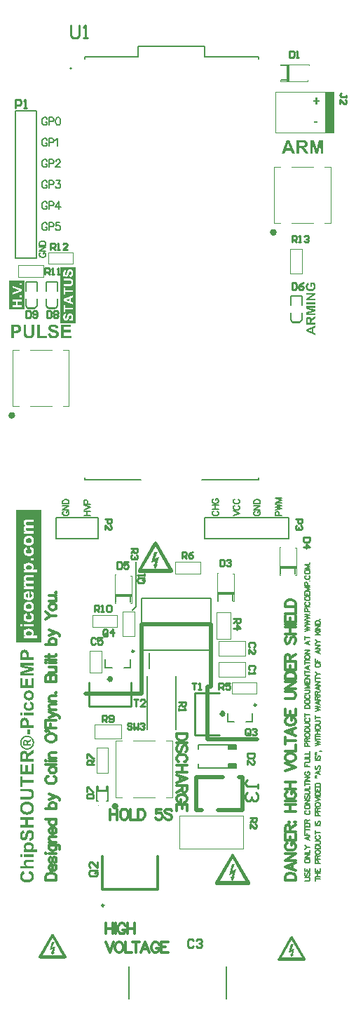
<source format=gto>
G04*
G04 #@! TF.GenerationSoftware,Altium Limited,Altium Designer,21.9.2 (33)*
G04*
G04 Layer_Color=65535*
%FSLAX25Y25*%
%MOIN*%
G70*
G04*
G04 #@! TF.SameCoordinates,39B9B14E-A64B-4F8B-B52F-0CE4EF318544*
G04*
G04*
G04 #@! TF.FilePolarity,Positive*
G04*
G01*
G75*
%ADD10C,0.00787*%
%ADD11C,0.01575*%
%ADD12C,0.00984*%
%ADD13C,0.00394*%
%ADD14C,0.00500*%
%ADD15C,0.00472*%
%ADD16C,0.01000*%
%ADD17C,0.02000*%
%ADD18C,0.01181*%
%ADD19C,0.00800*%
%ADD20C,0.01200*%
%ADD21R,0.01500X0.07874*%
%ADD22R,0.04417X0.00937*%
%ADD23R,0.03937X0.01968*%
%ADD24R,0.03937X0.19400*%
%ADD25R,0.00937X0.04417*%
%ADD26R,0.07874X0.01500*%
G36*
X399964Y186923D02*
X400086Y186905D01*
X400217Y186858D01*
X400292Y186820D01*
X400358Y186783D01*
X400433Y186727D01*
X400508Y186661D01*
X400573Y186586D01*
X400639Y186502D01*
X408257Y173299D01*
X408266Y173281D01*
X408275Y173234D01*
X408294Y173159D01*
X408313Y173065D01*
X408322Y172953D01*
Y172840D01*
X408303Y172709D01*
X408257Y172587D01*
Y172578D01*
X408247Y172569D01*
X408200Y172512D01*
X408135Y172437D01*
X408050Y172344D01*
X407938Y172250D01*
X407807Y172175D01*
X407666Y172119D01*
X407591Y172109D01*
X407507Y172100D01*
X392253D01*
X392215Y172109D01*
X392131Y172128D01*
X392018Y172166D01*
X391887Y172222D01*
X391756Y172306D01*
X391690Y172362D01*
X391634Y172437D01*
X391569Y172512D01*
X391512Y172597D01*
Y172615D01*
X391494Y172653D01*
X391484Y172718D01*
X391475Y172812D01*
Y172925D01*
X391494Y173056D01*
X391522Y173215D01*
X391569Y173384D01*
X399121Y186249D01*
Y186258D01*
X399130Y186277D01*
X399149Y186305D01*
X399168Y186342D01*
X399215Y186436D01*
X399289Y186548D01*
X399383Y186661D01*
X399496Y186773D01*
X399627Y186867D01*
X399702Y186905D01*
X399777Y186933D01*
X399861D01*
X399964Y186923D01*
D02*
G37*
G36*
X309055Y287402D02*
X296949D01*
Y350394D01*
X309055D01*
Y287402D01*
D02*
G37*
G36*
X440270Y534264D02*
X438583D01*
Y535120D01*
X440270D01*
Y534264D01*
D02*
G37*
G36*
X442978Y519685D02*
X441778D01*
X441772Y524722D01*
X440497Y519685D01*
X439253D01*
X437991Y524722D01*
Y519685D01*
X436791D01*
Y526091D01*
X438728D01*
X439885Y521716D01*
X441028Y526091D01*
X442978D01*
Y519685D01*
D02*
G37*
G36*
X433316Y526085D02*
X433416D01*
X433522Y526079D01*
X433635Y526073D01*
X433878Y526048D01*
X434128Y526016D01*
X434247Y525997D01*
X434360Y525973D01*
X434460Y525948D01*
X434553Y525916D01*
X434560D01*
X434572Y525910D01*
X434597Y525898D01*
X434628Y525885D01*
X434672Y525860D01*
X434716Y525835D01*
X434822Y525772D01*
X434941Y525691D01*
X435066Y525579D01*
X435191Y525454D01*
X435247Y525379D01*
X435303Y525297D01*
X435310Y525291D01*
X435316Y525279D01*
X435328Y525254D01*
X435347Y525222D01*
X435366Y525179D01*
X435391Y525129D01*
X435416Y525072D01*
X435447Y525010D01*
X435472Y524935D01*
X435497Y524860D01*
X435541Y524691D01*
X435572Y524498D01*
X435585Y524398D01*
Y524291D01*
Y524285D01*
Y524260D01*
Y524223D01*
X435578Y524172D01*
X435572Y524110D01*
X435560Y524041D01*
X435547Y523960D01*
X435535Y523873D01*
X435478Y523685D01*
X435447Y523585D01*
X435403Y523485D01*
X435360Y523385D01*
X435297Y523291D01*
X435235Y523198D01*
X435160Y523104D01*
X435153Y523098D01*
X435141Y523085D01*
X435116Y523060D01*
X435078Y523029D01*
X435035Y522991D01*
X434978Y522948D01*
X434916Y522904D01*
X434841Y522854D01*
X434760Y522804D01*
X434666Y522754D01*
X434560Y522704D01*
X434447Y522654D01*
X434322Y522610D01*
X434191Y522573D01*
X434047Y522535D01*
X433891Y522510D01*
X433897D01*
X433910Y522498D01*
X433928Y522485D01*
X433960Y522466D01*
X433997Y522447D01*
X434035Y522416D01*
X434135Y522354D01*
X434241Y522272D01*
X434360Y522179D01*
X434472Y522079D01*
X434578Y521973D01*
X434585Y521966D01*
X434591Y521960D01*
X434610Y521941D01*
X434628Y521916D01*
X434653Y521879D01*
X434691Y521841D01*
X434728Y521791D01*
X434772Y521735D01*
X434822Y521666D01*
X434878Y521591D01*
X434941Y521504D01*
X435003Y521410D01*
X435078Y521310D01*
X435153Y521191D01*
X435235Y521072D01*
X435316Y520935D01*
X436103Y519685D01*
X434553D01*
X433622Y521079D01*
X433616Y521085D01*
X433603Y521110D01*
X433572Y521147D01*
X433541Y521198D01*
X433503Y521260D01*
X433453Y521322D01*
X433347Y521473D01*
X433235Y521635D01*
X433122Y521791D01*
X433072Y521860D01*
X433022Y521922D01*
X432978Y521973D01*
X432941Y522016D01*
X432935Y522022D01*
X432910Y522048D01*
X432872Y522079D01*
X432822Y522122D01*
X432766Y522166D01*
X432703Y522210D01*
X432628Y522254D01*
X432553Y522285D01*
X432541Y522291D01*
X432516Y522297D01*
X432466Y522310D01*
X432397Y522323D01*
X432303Y522335D01*
X432191Y522347D01*
X432053Y522360D01*
X431641D01*
Y519685D01*
X430347D01*
Y526091D01*
X433235D01*
X433316Y526085D01*
D02*
G37*
G36*
X429660Y519685D02*
X428247D01*
X427691Y521141D01*
X425128D01*
X424597Y519685D01*
X423228D01*
X425716Y526091D01*
X427097D01*
X429660Y519685D01*
D02*
G37*
G36*
X300993Y283897D02*
X301043D01*
X301099Y283891D01*
X301168Y283885D01*
X301237Y283878D01*
X301393Y283847D01*
X301562Y283810D01*
X301724Y283760D01*
X301887Y283685D01*
X301893D01*
X301905Y283672D01*
X301924Y283666D01*
X301955Y283647D01*
X302024Y283597D01*
X302118Y283535D01*
X302218Y283460D01*
X302324Y283366D01*
X302424Y283260D01*
X302518Y283141D01*
Y283135D01*
X302530Y283128D01*
X302537Y283110D01*
X302555Y283085D01*
X302593Y283022D01*
X302637Y282935D01*
X302693Y282835D01*
X302737Y282722D01*
X302780Y282597D01*
X302818Y282472D01*
Y282466D01*
X302824Y282453D01*
Y282422D01*
X302830Y282385D01*
X302837Y282341D01*
X302843Y282278D01*
X302855Y282210D01*
X302862Y282135D01*
X302868Y282041D01*
X302880Y281941D01*
X302887Y281835D01*
X302893Y281716D01*
X302899Y281585D01*
Y281441D01*
X302905Y281297D01*
Y280297D01*
X305324D01*
Y279003D01*
X298918D01*
Y281360D01*
X298924Y281466D01*
Y281585D01*
X298930Y281710D01*
X298943Y281966D01*
X298949Y282097D01*
X298962Y282222D01*
X298974Y282335D01*
X298987Y282441D01*
X298999Y282535D01*
X299018Y282610D01*
Y282616D01*
X299024Y282635D01*
X299037Y282666D01*
X299049Y282703D01*
X299068Y282747D01*
X299087Y282803D01*
X299118Y282866D01*
X299149Y282928D01*
X299230Y283078D01*
X299287Y283153D01*
X299343Y283228D01*
X299405Y283310D01*
X299480Y283385D01*
X299555Y283460D01*
X299643Y283528D01*
X299649Y283535D01*
X299668Y283547D01*
X299693Y283566D01*
X299730Y283585D01*
X299780Y283616D01*
X299837Y283647D01*
X299905Y283678D01*
X299980Y283716D01*
X300068Y283753D01*
X300162Y283785D01*
X300262Y283816D01*
X300374Y283847D01*
X300493Y283866D01*
X300618Y283885D01*
X300749Y283897D01*
X300893Y283903D01*
X300899D01*
X300918D01*
X300949D01*
X300993Y283897D01*
D02*
G37*
G36*
X305324Y276516D02*
X300287Y276510D01*
X305324Y275235D01*
Y273991D01*
X300287Y272728D01*
X305324D01*
Y271528D01*
X298918D01*
Y273466D01*
X303293Y274622D01*
X298918Y275766D01*
Y277716D01*
X305324D01*
Y276516D01*
D02*
G37*
G36*
Y265578D02*
X298918D01*
Y270322D01*
X299999D01*
Y266872D01*
X301418D01*
Y270085D01*
X302499D01*
Y266872D01*
X304243D01*
Y270447D01*
X305324D01*
Y265578D01*
D02*
G37*
G36*
X303093Y264597D02*
X303168Y264591D01*
X303262Y264585D01*
X303362Y264566D01*
X303480Y264547D01*
X303605Y264516D01*
X303743Y264485D01*
X303887Y264435D01*
X304030Y264385D01*
X304174Y264316D01*
X304324Y264241D01*
X304468Y264147D01*
X304612Y264041D01*
X304743Y263922D01*
X304749Y263916D01*
X304774Y263891D01*
X304805Y263853D01*
X304849Y263797D01*
X304899Y263735D01*
X304962Y263653D01*
X305024Y263560D01*
X305087Y263453D01*
X305149Y263335D01*
X305212Y263203D01*
X305268Y263066D01*
X305324Y262910D01*
X305368Y262753D01*
X305399Y262578D01*
X305424Y262397D01*
X305430Y262210D01*
Y262147D01*
X305424Y262103D01*
Y262047D01*
X305418Y261978D01*
X305405Y261903D01*
X305393Y261816D01*
X305380Y261728D01*
X305362Y261635D01*
X305312Y261428D01*
X305237Y261210D01*
X305193Y261103D01*
X305143Y260991D01*
X305137Y260985D01*
X305130Y260966D01*
X305112Y260935D01*
X305087Y260897D01*
X305062Y260847D01*
X305024Y260791D01*
X304980Y260728D01*
X304930Y260666D01*
X304874Y260591D01*
X304812Y260522D01*
X304743Y260447D01*
X304668Y260372D01*
X304580Y260303D01*
X304493Y260235D01*
X304399Y260172D01*
X304299Y260110D01*
X304293Y260103D01*
X304274Y260097D01*
X304243Y260085D01*
X304199Y260066D01*
X304143Y260041D01*
X304080Y260016D01*
X304005Y259991D01*
X303918Y259960D01*
X303824Y259935D01*
X303724Y259903D01*
X303612Y259878D01*
X303493Y259860D01*
X303368Y259835D01*
X303230Y259822D01*
X303087Y259816D01*
X302943Y259810D01*
X302937D01*
X302918D01*
X302880D01*
X302837Y259816D01*
X302780D01*
X302718Y259828D01*
X302643Y259835D01*
X302568Y259847D01*
X302480Y259866D01*
X302387Y259885D01*
X302187Y259935D01*
X301974Y260010D01*
X301868Y260060D01*
X301762Y260110D01*
X301755Y260116D01*
X301737Y260122D01*
X301705Y260141D01*
X301668Y260166D01*
X301618Y260197D01*
X301562Y260235D01*
X301505Y260278D01*
X301437Y260328D01*
X301368Y260385D01*
X301293Y260447D01*
X301224Y260516D01*
X301149Y260597D01*
X301012Y260766D01*
X300943Y260860D01*
X300887Y260960D01*
X300880Y260966D01*
X300874Y260985D01*
X300855Y261016D01*
X300837Y261060D01*
X300818Y261110D01*
X300787Y261172D01*
X300762Y261241D01*
X300730Y261322D01*
X300705Y261410D01*
X300674Y261503D01*
X300649Y261610D01*
X300630Y261716D01*
X300593Y261947D01*
X300587Y262072D01*
X300580Y262197D01*
Y262247D01*
X300587Y262297D01*
X300593Y262372D01*
X300599Y262466D01*
X300618Y262566D01*
X300637Y262685D01*
X300668Y262810D01*
X300705Y262947D01*
X300749Y263085D01*
X300805Y263228D01*
X300868Y263372D01*
X300949Y263516D01*
X301043Y263660D01*
X301149Y263797D01*
X301268Y263928D01*
X301274Y263935D01*
X301299Y263960D01*
X301337Y263991D01*
X301393Y264035D01*
X301455Y264085D01*
X301537Y264141D01*
X301630Y264203D01*
X301737Y264266D01*
X301855Y264328D01*
X301987Y264391D01*
X302130Y264447D01*
X302280Y264497D01*
X302443Y264541D01*
X302618Y264572D01*
X302799Y264597D01*
X302993Y264603D01*
X303005D01*
X303037D01*
X303093Y264597D01*
D02*
G37*
G36*
X303793Y259222D02*
X303837Y259210D01*
X303893Y259191D01*
X303962Y259166D01*
X304043Y259141D01*
X304130Y259103D01*
X304224Y259066D01*
X304324Y259022D01*
X304424Y258966D01*
X304530Y258910D01*
X304637Y258841D01*
X304737Y258766D01*
X304837Y258685D01*
X304930Y258597D01*
X305012Y258503D01*
X305018Y258497D01*
X305030Y258478D01*
X305049Y258447D01*
X305074Y258410D01*
X305112Y258353D01*
X305143Y258291D01*
X305180Y258210D01*
X305218Y258128D01*
X305262Y258028D01*
X305299Y257922D01*
X305330Y257803D01*
X305362Y257678D01*
X305393Y257541D01*
X305412Y257391D01*
X305424Y257235D01*
X305430Y257072D01*
Y257028D01*
X305424Y256972D01*
X305418Y256903D01*
X305412Y256816D01*
X305399Y256716D01*
X305374Y256610D01*
X305349Y256485D01*
X305318Y256360D01*
X305274Y256228D01*
X305224Y256091D01*
X305162Y255960D01*
X305087Y255822D01*
X305005Y255691D01*
X304905Y255566D01*
X304793Y255447D01*
X304787Y255441D01*
X304762Y255422D01*
X304724Y255391D01*
X304674Y255353D01*
X304612Y255310D01*
X304530Y255260D01*
X304437Y255203D01*
X304330Y255147D01*
X304205Y255091D01*
X304074Y255035D01*
X303930Y254985D01*
X303768Y254941D01*
X303599Y254903D01*
X303412Y254872D01*
X303218Y254853D01*
X303012Y254847D01*
X303005D01*
X302999D01*
X302962D01*
X302899Y254853D01*
X302824Y254860D01*
X302724Y254866D01*
X302612Y254878D01*
X302493Y254897D01*
X302355Y254922D01*
X302218Y254953D01*
X302068Y254997D01*
X301918Y255047D01*
X301774Y255103D01*
X301624Y255172D01*
X301487Y255253D01*
X301349Y255347D01*
X301224Y255453D01*
X301218Y255460D01*
X301199Y255485D01*
X301162Y255516D01*
X301124Y255566D01*
X301074Y255628D01*
X301018Y255697D01*
X300962Y255785D01*
X300899Y255885D01*
X300843Y255997D01*
X300787Y256122D01*
X300730Y256253D01*
X300680Y256403D01*
X300637Y256560D01*
X300605Y256728D01*
X300587Y256910D01*
X300580Y257097D01*
Y257178D01*
X300587Y257235D01*
X300593Y257310D01*
X300599Y257391D01*
X300612Y257485D01*
X300624Y257585D01*
X300668Y257797D01*
X300699Y257910D01*
X300737Y258022D01*
X300780Y258128D01*
X300824Y258241D01*
X300887Y258341D01*
X300949Y258441D01*
X300955Y258447D01*
X300968Y258466D01*
X300987Y258491D01*
X301018Y258522D01*
X301055Y258566D01*
X301105Y258616D01*
X301162Y258666D01*
X301224Y258722D01*
X301299Y258778D01*
X301380Y258841D01*
X301474Y258903D01*
X301574Y258960D01*
X301680Y259016D01*
X301799Y259072D01*
X301924Y259122D01*
X302062Y259166D01*
X302280Y257953D01*
X302274D01*
X302262D01*
X302243Y257947D01*
X302218Y257941D01*
X302155Y257922D01*
X302074Y257897D01*
X301987Y257860D01*
X301899Y257810D01*
X301812Y257747D01*
X301737Y257672D01*
X301730Y257660D01*
X301705Y257635D01*
X301674Y257585D01*
X301643Y257522D01*
X301605Y257441D01*
X301580Y257341D01*
X301555Y257235D01*
X301549Y257110D01*
Y257066D01*
X301555Y257035D01*
X301562Y256997D01*
X301568Y256947D01*
X301587Y256847D01*
X301624Y256728D01*
X301680Y256603D01*
X301718Y256541D01*
X301762Y256485D01*
X301812Y256428D01*
X301868Y256372D01*
X301874D01*
X301880Y256360D01*
X301899Y256347D01*
X301930Y256328D01*
X301962Y256310D01*
X302005Y256285D01*
X302062Y256266D01*
X302118Y256241D01*
X302187Y256216D01*
X302268Y256191D01*
X302355Y256166D01*
X302449Y256147D01*
X302555Y256128D01*
X302668Y256116D01*
X302793Y256110D01*
X302930Y256103D01*
X302937D01*
X302968D01*
X303012D01*
X303062Y256110D01*
X303130D01*
X303212Y256116D01*
X303293Y256128D01*
X303387Y256141D01*
X303574Y256172D01*
X303768Y256222D01*
X303862Y256253D01*
X303943Y256291D01*
X304024Y256328D01*
X304093Y256378D01*
X304099Y256385D01*
X304105Y256391D01*
X304124Y256410D01*
X304143Y256428D01*
X304199Y256491D01*
X304262Y256578D01*
X304324Y256685D01*
X304380Y256816D01*
X304418Y256960D01*
X304424Y257041D01*
X304430Y257128D01*
Y257160D01*
X304424Y257185D01*
X304418Y257253D01*
X304405Y257335D01*
X304380Y257422D01*
X304349Y257516D01*
X304299Y257616D01*
X304237Y257703D01*
X304224Y257716D01*
X304199Y257741D01*
X304149Y257778D01*
X304074Y257828D01*
X303980Y257878D01*
X303862Y257935D01*
X303793Y257960D01*
X303718Y257985D01*
X303637Y258003D01*
X303549Y258022D01*
X303755Y259228D01*
X303762D01*
X303793Y259222D01*
D02*
G37*
G36*
X305324Y252635D02*
X300680D01*
Y253860D01*
X305324D01*
Y252635D01*
D02*
G37*
G36*
X300055D02*
X298918D01*
Y253860D01*
X300055D01*
Y252635D01*
D02*
G37*
G36*
X300993Y251572D02*
X301043D01*
X301099Y251566D01*
X301168Y251560D01*
X301237Y251553D01*
X301393Y251522D01*
X301562Y251485D01*
X301724Y251435D01*
X301887Y251360D01*
X301893D01*
X301905Y251347D01*
X301924Y251341D01*
X301955Y251322D01*
X302024Y251272D01*
X302118Y251210D01*
X302218Y251135D01*
X302324Y251041D01*
X302424Y250935D01*
X302518Y250816D01*
Y250810D01*
X302530Y250803D01*
X302537Y250785D01*
X302555Y250760D01*
X302593Y250697D01*
X302637Y250610D01*
X302693Y250510D01*
X302737Y250397D01*
X302780Y250272D01*
X302818Y250147D01*
Y250141D01*
X302824Y250128D01*
Y250097D01*
X302830Y250060D01*
X302837Y250016D01*
X302843Y249953D01*
X302855Y249885D01*
X302862Y249810D01*
X302868Y249716D01*
X302880Y249616D01*
X302887Y249510D01*
X302893Y249391D01*
X302899Y249260D01*
Y249116D01*
X302905Y248972D01*
Y247972D01*
X305324D01*
Y246678D01*
X298918D01*
Y249035D01*
X298924Y249141D01*
Y249260D01*
X298930Y249385D01*
X298943Y249641D01*
X298949Y249772D01*
X298962Y249897D01*
X298974Y250010D01*
X298987Y250116D01*
X298999Y250210D01*
X299018Y250285D01*
Y250291D01*
X299024Y250310D01*
X299037Y250341D01*
X299049Y250378D01*
X299068Y250422D01*
X299087Y250478D01*
X299118Y250541D01*
X299149Y250603D01*
X299230Y250753D01*
X299287Y250828D01*
X299343Y250903D01*
X299405Y250985D01*
X299480Y251060D01*
X299555Y251135D01*
X299643Y251203D01*
X299649Y251210D01*
X299668Y251222D01*
X299693Y251241D01*
X299730Y251260D01*
X299780Y251291D01*
X299837Y251322D01*
X299905Y251353D01*
X299980Y251391D01*
X300068Y251428D01*
X300162Y251460D01*
X300262Y251491D01*
X300374Y251522D01*
X300493Y251541D01*
X300618Y251560D01*
X300749Y251572D01*
X300893Y251578D01*
X300899D01*
X300918D01*
X300949D01*
X300993Y251572D01*
D02*
G37*
G36*
X303618Y243541D02*
X302393D01*
Y245953D01*
X303618D01*
Y243541D01*
D02*
G37*
G36*
X302287Y243097D02*
X302362Y243091D01*
X302455Y243078D01*
X302562Y243066D01*
X302674Y243047D01*
X302799Y243022D01*
X302930Y242997D01*
X303068Y242960D01*
X303212Y242916D01*
X303355Y242866D01*
X303505Y242803D01*
X303655Y242741D01*
X303805Y242660D01*
X303812Y242653D01*
X303843Y242641D01*
X303880Y242616D01*
X303937Y242578D01*
X304005Y242535D01*
X304080Y242478D01*
X304168Y242416D01*
X304255Y242341D01*
X304355Y242253D01*
X304455Y242160D01*
X304562Y242060D01*
X304662Y241953D01*
X304762Y241828D01*
X304862Y241703D01*
X304955Y241566D01*
X305043Y241422D01*
X305049Y241416D01*
X305062Y241385D01*
X305080Y241341D01*
X305112Y241285D01*
X305143Y241210D01*
X305180Y241122D01*
X305218Y241028D01*
X305262Y240916D01*
X305299Y240797D01*
X305343Y240666D01*
X305380Y240528D01*
X305412Y240385D01*
X305443Y240235D01*
X305462Y240078D01*
X305474Y239916D01*
X305480Y239753D01*
Y239666D01*
X305474Y239603D01*
X305468Y239528D01*
X305455Y239435D01*
X305443Y239328D01*
X305424Y239216D01*
X305405Y239091D01*
X305374Y238960D01*
X305337Y238822D01*
X305293Y238678D01*
X305243Y238535D01*
X305187Y238385D01*
X305118Y238235D01*
X305043Y238085D01*
X305037Y238078D01*
X305024Y238047D01*
X304999Y238010D01*
X304962Y237953D01*
X304918Y237885D01*
X304862Y237810D01*
X304793Y237722D01*
X304724Y237635D01*
X304637Y237535D01*
X304543Y237435D01*
X304443Y237328D01*
X304330Y237228D01*
X304212Y237128D01*
X304087Y237028D01*
X303949Y236935D01*
X303805Y236847D01*
X303799Y236841D01*
X303768Y236828D01*
X303724Y236810D01*
X303668Y236778D01*
X303593Y236747D01*
X303505Y236710D01*
X303412Y236672D01*
X303299Y236628D01*
X303180Y236591D01*
X303049Y236547D01*
X302912Y236510D01*
X302768Y236478D01*
X302618Y236447D01*
X302462Y236428D01*
X302299Y236416D01*
X302137Y236410D01*
X302124D01*
X302099D01*
X302049Y236416D01*
X301987D01*
X301905Y236422D01*
X301818Y236435D01*
X301712Y236447D01*
X301593Y236466D01*
X301474Y236491D01*
X301337Y236522D01*
X301199Y236553D01*
X301055Y236597D01*
X300905Y236653D01*
X300755Y236710D01*
X300605Y236778D01*
X300455Y236860D01*
X300449Y236866D01*
X300418Y236878D01*
X300380Y236910D01*
X300324Y236941D01*
X300255Y236991D01*
X300180Y237041D01*
X300093Y237110D01*
X299999Y237185D01*
X299899Y237266D01*
X299799Y237360D01*
X299693Y237460D01*
X299593Y237572D01*
X299493Y237691D01*
X299393Y237816D01*
X299305Y237953D01*
X299218Y238097D01*
X299212Y238103D01*
X299199Y238135D01*
X299180Y238178D01*
X299149Y238235D01*
X299118Y238310D01*
X299080Y238391D01*
X299043Y238491D01*
X298999Y238603D01*
X298962Y238722D01*
X298924Y238853D01*
X298887Y238985D01*
X298855Y239128D01*
X298824Y239278D01*
X298805Y239435D01*
X298793Y239591D01*
X298787Y239753D01*
Y239841D01*
X298793Y239903D01*
X298799Y239978D01*
X298812Y240066D01*
X298824Y240172D01*
X298843Y240285D01*
X298862Y240403D01*
X298893Y240535D01*
X298924Y240672D01*
X298968Y240816D01*
X299018Y240960D01*
X299074Y241110D01*
X299143Y241253D01*
X299218Y241403D01*
X299224Y241410D01*
X299237Y241441D01*
X299262Y241478D01*
X299299Y241535D01*
X299343Y241603D01*
X299399Y241678D01*
X299462Y241766D01*
X299537Y241860D01*
X299618Y241953D01*
X299712Y242053D01*
X299812Y242160D01*
X299924Y242266D01*
X300043Y242366D01*
X300168Y242466D01*
X300305Y242560D01*
X300455Y242647D01*
X300462Y242653D01*
X300493Y242666D01*
X300537Y242691D01*
X300593Y242716D01*
X300668Y242753D01*
X300755Y242791D01*
X300855Y242835D01*
X300968Y242878D01*
X301087Y242916D01*
X301218Y242960D01*
X301355Y242997D01*
X301499Y243035D01*
X301655Y243060D01*
X301812Y243085D01*
X301974Y243097D01*
X302137Y243103D01*
X302149D01*
X302174D01*
X302224D01*
X302287Y243097D01*
D02*
G37*
G36*
X305324Y234847D02*
X303930Y233916D01*
X303924Y233910D01*
X303899Y233897D01*
X303862Y233866D01*
X303812Y233835D01*
X303749Y233797D01*
X303687Y233747D01*
X303537Y233641D01*
X303374Y233528D01*
X303218Y233416D01*
X303149Y233366D01*
X303087Y233316D01*
X303037Y233272D01*
X302993Y233235D01*
X302987Y233228D01*
X302962Y233203D01*
X302930Y233166D01*
X302887Y233116D01*
X302843Y233060D01*
X302799Y232997D01*
X302755Y232922D01*
X302724Y232847D01*
X302718Y232835D01*
X302712Y232810D01*
X302699Y232760D01*
X302687Y232691D01*
X302674Y232597D01*
X302662Y232485D01*
X302649Y232347D01*
Y231935D01*
X305324D01*
Y230641D01*
X298918D01*
Y233528D01*
X298924Y233610D01*
Y233710D01*
X298930Y233816D01*
X298937Y233928D01*
X298962Y234172D01*
X298993Y234422D01*
X299012Y234541D01*
X299037Y234653D01*
X299062Y234753D01*
X299093Y234847D01*
Y234853D01*
X299099Y234866D01*
X299112Y234891D01*
X299124Y234922D01*
X299149Y234966D01*
X299174Y235010D01*
X299237Y235116D01*
X299318Y235235D01*
X299430Y235360D01*
X299555Y235485D01*
X299630Y235541D01*
X299712Y235597D01*
X299718Y235603D01*
X299730Y235610D01*
X299755Y235622D01*
X299787Y235641D01*
X299830Y235660D01*
X299880Y235685D01*
X299937Y235710D01*
X299999Y235741D01*
X300074Y235766D01*
X300149Y235791D01*
X300318Y235835D01*
X300512Y235866D01*
X300612Y235878D01*
X300718D01*
X300724D01*
X300749D01*
X300787D01*
X300837Y235872D01*
X300899Y235866D01*
X300968Y235853D01*
X301049Y235841D01*
X301137Y235828D01*
X301324Y235772D01*
X301424Y235741D01*
X301524Y235697D01*
X301624Y235653D01*
X301718Y235591D01*
X301812Y235528D01*
X301905Y235453D01*
X301912Y235447D01*
X301924Y235435D01*
X301949Y235410D01*
X301980Y235372D01*
X302018Y235328D01*
X302062Y235272D01*
X302105Y235210D01*
X302155Y235135D01*
X302205Y235053D01*
X302255Y234960D01*
X302305Y234853D01*
X302355Y234741D01*
X302399Y234616D01*
X302437Y234485D01*
X302474Y234341D01*
X302499Y234185D01*
Y234191D01*
X302512Y234203D01*
X302524Y234222D01*
X302543Y234253D01*
X302562Y234291D01*
X302593Y234328D01*
X302655Y234428D01*
X302737Y234535D01*
X302830Y234653D01*
X302930Y234766D01*
X303037Y234872D01*
X303043Y234878D01*
X303049Y234885D01*
X303068Y234903D01*
X303093Y234922D01*
X303130Y234947D01*
X303168Y234985D01*
X303218Y235022D01*
X303274Y235066D01*
X303343Y235116D01*
X303418Y235172D01*
X303505Y235235D01*
X303599Y235297D01*
X303699Y235372D01*
X303818Y235447D01*
X303937Y235528D01*
X304074Y235610D01*
X305324Y236397D01*
Y234847D01*
D02*
G37*
G36*
Y224672D02*
X298918D01*
Y229416D01*
X299999D01*
Y225966D01*
X301418D01*
Y229178D01*
X302499D01*
Y225966D01*
X304243D01*
Y229541D01*
X305324D01*
Y224672D01*
D02*
G37*
G36*
X299999Y221941D02*
X305324D01*
Y220647D01*
X299999D01*
Y218747D01*
X298918D01*
Y223835D01*
X299999D01*
Y221941D01*
D02*
G37*
G36*
X302674Y217828D02*
X302793D01*
X302918Y217822D01*
X303187Y217810D01*
X303455Y217791D01*
X303587Y217778D01*
X303705Y217766D01*
X303818Y217747D01*
X303912Y217728D01*
X303918D01*
X303930Y217722D01*
X303955Y217716D01*
X303993Y217710D01*
X304030Y217697D01*
X304080Y217678D01*
X304193Y217641D01*
X304318Y217585D01*
X304449Y217522D01*
X304587Y217441D01*
X304718Y217341D01*
X304724D01*
X304730Y217328D01*
X304749Y217310D01*
X304774Y217291D01*
X304830Y217228D01*
X304905Y217141D01*
X304987Y217035D01*
X305074Y216903D01*
X305162Y216753D01*
X305237Y216585D01*
Y216578D01*
X305243Y216566D01*
X305255Y216535D01*
X305268Y216497D01*
X305280Y216453D01*
X305299Y216397D01*
X305318Y216328D01*
X305330Y216253D01*
X305349Y216172D01*
X305368Y216078D01*
X305387Y215978D01*
X305399Y215866D01*
X305412Y215753D01*
X305424Y215628D01*
X305430Y215491D01*
Y215266D01*
X305424Y215203D01*
Y215128D01*
X305418Y215041D01*
X305412Y214941D01*
X305405Y214835D01*
X305380Y214610D01*
X305343Y214378D01*
X305318Y214266D01*
X305293Y214153D01*
X305262Y214053D01*
X305224Y213960D01*
Y213953D01*
X305212Y213941D01*
X305199Y213916D01*
X305187Y213885D01*
X305162Y213841D01*
X305137Y213797D01*
X305074Y213691D01*
X304999Y213572D01*
X304899Y213447D01*
X304793Y213328D01*
X304674Y213216D01*
X304668D01*
X304655Y213203D01*
X304643Y213191D01*
X304612Y213172D01*
X304543Y213122D01*
X304455Y213066D01*
X304349Y213010D01*
X304230Y212947D01*
X304099Y212897D01*
X303962Y212853D01*
X303955D01*
X303937Y212847D01*
X303905Y212841D01*
X303862Y212835D01*
X303799Y212822D01*
X303730Y212816D01*
X303649Y212803D01*
X303549Y212791D01*
X303443Y212778D01*
X303324Y212766D01*
X303187Y212760D01*
X303043Y212747D01*
X302887Y212741D01*
X302718Y212735D01*
X302530Y212728D01*
X302337D01*
X298918D01*
Y214022D01*
X302387D01*
X302393D01*
X302424D01*
X302462D01*
X302518D01*
X302587D01*
X302662D01*
X302743Y214028D01*
X302830D01*
X303012Y214035D01*
X303187Y214041D01*
X303268Y214047D01*
X303337Y214053D01*
X303405Y214060D01*
X303455Y214066D01*
X303462D01*
X303474Y214072D01*
X303493Y214078D01*
X303518Y214085D01*
X303593Y214110D01*
X303680Y214147D01*
X303780Y214197D01*
X303887Y214266D01*
X303993Y214353D01*
X304087Y214460D01*
Y214466D01*
X304099Y214472D01*
X304105Y214491D01*
X304124Y214516D01*
X304143Y214547D01*
X304162Y214585D01*
X304180Y214635D01*
X304205Y214685D01*
X304230Y214741D01*
X304249Y214803D01*
X304287Y214953D01*
X304312Y215122D01*
X304324Y215316D01*
Y215366D01*
X304318Y215403D01*
Y215453D01*
X304312Y215503D01*
X304299Y215628D01*
X304268Y215760D01*
X304230Y215897D01*
X304180Y216028D01*
X304143Y216085D01*
X304105Y216141D01*
Y216147D01*
X304093Y216153D01*
X304068Y216185D01*
X304018Y216235D01*
X303949Y216291D01*
X303874Y216347D01*
X303780Y216403D01*
X303674Y216447D01*
X303555Y216478D01*
X303549D01*
X303537D01*
X303518Y216485D01*
X303493Y216491D01*
X303455D01*
X303412Y216497D01*
X303355Y216503D01*
X303293Y216510D01*
X303224Y216516D01*
X303143Y216522D01*
X303055Y216528D01*
X302955D01*
X302843Y216535D01*
X302730Y216541D01*
X302599D01*
X302462D01*
X298918D01*
Y217835D01*
X302287D01*
X302299D01*
X302337D01*
X302393D01*
X302474D01*
X302568D01*
X302674Y217828D01*
D02*
G37*
G36*
X302280Y211722D02*
X302330D01*
X302387Y211716D01*
X302518Y211703D01*
X302668Y211685D01*
X302837Y211660D01*
X303012Y211622D01*
X303205Y211578D01*
X303405Y211522D01*
X303605Y211453D01*
X303805Y211372D01*
X304005Y211272D01*
X304199Y211160D01*
X304387Y211028D01*
X304555Y210878D01*
X304568Y210866D01*
X304593Y210841D01*
X304637Y210791D01*
X304693Y210722D01*
X304755Y210641D01*
X304830Y210535D01*
X304912Y210416D01*
X304993Y210278D01*
X305074Y210128D01*
X305155Y209960D01*
X305224Y209772D01*
X305293Y209572D01*
X305349Y209353D01*
X305393Y209122D01*
X305418Y208878D01*
X305430Y208622D01*
Y208560D01*
X305424Y208528D01*
Y208485D01*
X305418Y208385D01*
X305405Y208266D01*
X305387Y208128D01*
X305355Y207972D01*
X305324Y207803D01*
X305274Y207628D01*
X305218Y207441D01*
X305149Y207253D01*
X305062Y207066D01*
X304962Y206878D01*
X304849Y206691D01*
X304712Y206516D01*
X304562Y206353D01*
X304549Y206347D01*
X304524Y206316D01*
X304474Y206278D01*
X304399Y206222D01*
X304312Y206160D01*
X304205Y206085D01*
X304080Y206010D01*
X303937Y205935D01*
X303774Y205853D01*
X303593Y205778D01*
X303399Y205703D01*
X303180Y205641D01*
X302949Y205585D01*
X302705Y205547D01*
X302443Y205522D01*
X302162Y205510D01*
X302149D01*
X302118D01*
X302068D01*
X301999Y205516D01*
X301912D01*
X301818Y205522D01*
X301705Y205535D01*
X301587Y205547D01*
X301462Y205560D01*
X301330Y205578D01*
X301055Y205628D01*
X300780Y205703D01*
X300643Y205747D01*
X300518Y205797D01*
X300512D01*
X300493Y205810D01*
X300468Y205822D01*
X300437Y205835D01*
X300393Y205860D01*
X300343Y205885D01*
X300287Y205916D01*
X300224Y205953D01*
X300093Y206041D01*
X299943Y206141D01*
X299793Y206260D01*
X299643Y206391D01*
X299637Y206397D01*
X299624Y206410D01*
X299605Y206428D01*
X299580Y206460D01*
X299543Y206491D01*
X299505Y206535D01*
X299424Y206641D01*
X299330Y206760D01*
X299230Y206903D01*
X299143Y207060D01*
X299062Y207222D01*
Y207228D01*
X299049Y207247D01*
X299037Y207285D01*
X299024Y207328D01*
X298999Y207385D01*
X298980Y207453D01*
X298955Y207535D01*
X298930Y207622D01*
X298912Y207716D01*
X298887Y207822D01*
X298862Y207941D01*
X298843Y208060D01*
X298830Y208191D01*
X298818Y208322D01*
X298805Y208610D01*
Y208672D01*
X298812Y208703D01*
Y208747D01*
X298818Y208841D01*
X298830Y208966D01*
X298849Y209103D01*
X298880Y209253D01*
X298918Y209422D01*
X298962Y209597D01*
X299018Y209785D01*
X299093Y209972D01*
X299174Y210160D01*
X299280Y210347D01*
X299393Y210528D01*
X299530Y210710D01*
X299687Y210872D01*
X299699Y210885D01*
X299730Y210910D01*
X299780Y210953D01*
X299849Y211003D01*
X299937Y211072D01*
X300049Y211141D01*
X300174Y211222D01*
X300324Y211303D01*
X300487Y211378D01*
X300668Y211460D01*
X300874Y211528D01*
X301087Y211597D01*
X301324Y211647D01*
X301574Y211691D01*
X301843Y211716D01*
X302130Y211728D01*
X302137D01*
X302149D01*
X302168D01*
X302199D01*
X302237D01*
X302280Y211722D01*
D02*
G37*
G36*
X305324Y203141D02*
X302518D01*
Y200610D01*
X305324D01*
Y199316D01*
X298918D01*
Y200610D01*
X301437D01*
Y203141D01*
X298918D01*
Y204435D01*
X305324D01*
Y203141D01*
D02*
G37*
G36*
X303555Y198216D02*
X303605D01*
X303662Y198203D01*
X303724Y198197D01*
X303799Y198185D01*
X303955Y198147D01*
X304130Y198091D01*
X304224Y198060D01*
X304312Y198016D01*
X304405Y197972D01*
X304499Y197916D01*
X304505Y197910D01*
X304518Y197903D01*
X304543Y197885D01*
X304580Y197860D01*
X304618Y197828D01*
X304662Y197791D01*
X304712Y197747D01*
X304768Y197691D01*
X304824Y197635D01*
X304887Y197572D01*
X304943Y197497D01*
X305005Y197422D01*
X305062Y197335D01*
X305112Y197247D01*
X305212Y197047D01*
Y197041D01*
X305224Y197022D01*
X305230Y196991D01*
X305249Y196947D01*
X305268Y196891D01*
X305287Y196828D01*
X305305Y196753D01*
X305324Y196666D01*
X305349Y196566D01*
X305368Y196460D01*
X305387Y196347D01*
X305405Y196222D01*
X305424Y196091D01*
X305430Y195953D01*
X305443Y195810D01*
Y195597D01*
X305437Y195535D01*
Y195453D01*
X305424Y195353D01*
X305412Y195235D01*
X305399Y195103D01*
X305374Y194966D01*
X305343Y194816D01*
X305305Y194666D01*
X305262Y194510D01*
X305205Y194353D01*
X305143Y194203D01*
X305068Y194060D01*
X304987Y193922D01*
X304887Y193791D01*
X304880Y193785D01*
X304862Y193766D01*
X304830Y193728D01*
X304780Y193685D01*
X304724Y193635D01*
X304649Y193578D01*
X304568Y193516D01*
X304468Y193453D01*
X304362Y193385D01*
X304237Y193316D01*
X304105Y193253D01*
X303955Y193191D01*
X303799Y193135D01*
X303630Y193085D01*
X303443Y193047D01*
X303249Y193016D01*
X303124Y194272D01*
X303130D01*
X303149Y194278D01*
X303187Y194285D01*
X303230Y194297D01*
X303280Y194310D01*
X303343Y194328D01*
X303405Y194347D01*
X303480Y194372D01*
X303630Y194435D01*
X303787Y194510D01*
X303930Y194610D01*
X303999Y194666D01*
X304055Y194728D01*
Y194735D01*
X304068Y194747D01*
X304080Y194766D01*
X304099Y194791D01*
X304124Y194828D01*
X304149Y194872D01*
X304174Y194922D01*
X304199Y194978D01*
X304230Y195041D01*
X304255Y195110D01*
X304280Y195191D01*
X304305Y195272D01*
X304337Y195460D01*
X304343Y195560D01*
X304349Y195666D01*
Y195728D01*
X304343Y195766D01*
Y195822D01*
X304337Y195878D01*
X304324Y195947D01*
X304318Y196016D01*
X304287Y196172D01*
X304237Y196328D01*
X304174Y196478D01*
X304130Y196547D01*
X304087Y196610D01*
X304080Y196616D01*
X304074Y196622D01*
X304043Y196660D01*
X303987Y196710D01*
X303912Y196772D01*
X303818Y196828D01*
X303712Y196878D01*
X303599Y196916D01*
X303530Y196922D01*
X303468Y196928D01*
X303455D01*
X303430D01*
X303387Y196922D01*
X303337Y196910D01*
X303274Y196897D01*
X303212Y196872D01*
X303149Y196835D01*
X303087Y196791D01*
X303080Y196785D01*
X303062Y196766D01*
X303030Y196735D01*
X302993Y196685D01*
X302949Y196622D01*
X302899Y196541D01*
X302849Y196441D01*
X302805Y196328D01*
X302799Y196316D01*
Y196303D01*
X302793Y196278D01*
X302780Y196253D01*
X302768Y196216D01*
X302755Y196166D01*
X302743Y196110D01*
X302724Y196047D01*
X302705Y195972D01*
X302680Y195891D01*
X302655Y195791D01*
X302624Y195685D01*
X302593Y195566D01*
X302562Y195435D01*
X302524Y195291D01*
X302518Y195278D01*
X302512Y195247D01*
X302499Y195191D01*
X302480Y195122D01*
X302455Y195035D01*
X302424Y194941D01*
X302387Y194835D01*
X302349Y194722D01*
X302255Y194478D01*
X302149Y194241D01*
X302087Y194122D01*
X302024Y194016D01*
X301955Y193922D01*
X301887Y193835D01*
X301880Y193828D01*
X301862Y193810D01*
X301830Y193778D01*
X301793Y193741D01*
X301743Y193697D01*
X301680Y193647D01*
X301612Y193597D01*
X301530Y193541D01*
X301437Y193485D01*
X301343Y193435D01*
X301237Y193385D01*
X301124Y193341D01*
X300999Y193303D01*
X300874Y193272D01*
X300737Y193253D01*
X300599Y193247D01*
X300593D01*
X300574D01*
X300549D01*
X300518Y193253D01*
X300474D01*
X300418Y193260D01*
X300362Y193272D01*
X300299Y193285D01*
X300155Y193316D01*
X300005Y193366D01*
X299843Y193435D01*
X299762Y193472D01*
X299680Y193522D01*
X299674Y193528D01*
X299662Y193535D01*
X299637Y193553D01*
X299612Y193572D01*
X299574Y193603D01*
X299537Y193635D01*
X299437Y193722D01*
X299337Y193835D01*
X299224Y193972D01*
X299124Y194135D01*
X299030Y194316D01*
Y194322D01*
X299018Y194341D01*
X299012Y194372D01*
X298993Y194410D01*
X298980Y194460D01*
X298962Y194522D01*
X298937Y194591D01*
X298918Y194672D01*
X298899Y194760D01*
X298874Y194860D01*
X298855Y194960D01*
X298843Y195072D01*
X298824Y195191D01*
X298818Y195316D01*
X298805Y195585D01*
Y195641D01*
X298812Y195697D01*
Y195785D01*
X298824Y195885D01*
X298830Y195997D01*
X298849Y196128D01*
X298874Y196266D01*
X298899Y196410D01*
X298937Y196560D01*
X298980Y196710D01*
X299030Y196860D01*
X299093Y197003D01*
X299162Y197147D01*
X299243Y197278D01*
X299337Y197397D01*
X299343Y197403D01*
X299362Y197422D01*
X299393Y197453D01*
X299430Y197491D01*
X299487Y197541D01*
X299549Y197591D01*
X299624Y197647D01*
X299712Y197710D01*
X299805Y197766D01*
X299912Y197822D01*
X300024Y197878D01*
X300149Y197928D01*
X300287Y197972D01*
X300430Y198003D01*
X300580Y198028D01*
X300743Y198041D01*
X300799Y196747D01*
X300793D01*
X300780Y196741D01*
X300755Y196735D01*
X300718Y196728D01*
X300680Y196716D01*
X300630Y196703D01*
X300530Y196672D01*
X300412Y196622D01*
X300293Y196560D01*
X300187Y196478D01*
X300137Y196435D01*
X300093Y196385D01*
X300080Y196372D01*
X300074Y196353D01*
X300055Y196335D01*
X300043Y196303D01*
X300024Y196272D01*
X300005Y196228D01*
X299980Y196185D01*
X299962Y196128D01*
X299943Y196066D01*
X299924Y196003D01*
X299905Y195928D01*
X299893Y195847D01*
X299880Y195766D01*
X299874Y195672D01*
Y195516D01*
X299880Y195478D01*
Y195428D01*
X299887Y195378D01*
X299905Y195247D01*
X299930Y195103D01*
X299974Y194960D01*
X300030Y194816D01*
X300112Y194685D01*
X300118Y194678D01*
X300137Y194653D01*
X300168Y194622D01*
X300212Y194585D01*
X300268Y194547D01*
X300337Y194516D01*
X300418Y194491D01*
X300505Y194485D01*
X300518D01*
X300543Y194491D01*
X300587Y194497D01*
X300643Y194510D01*
X300699Y194528D01*
X300768Y194566D01*
X300830Y194610D01*
X300893Y194672D01*
Y194678D01*
X300899Y194685D01*
X300912Y194703D01*
X300930Y194722D01*
X300949Y194760D01*
X300968Y194797D01*
X300993Y194853D01*
X301024Y194910D01*
X301055Y194985D01*
X301087Y195072D01*
X301124Y195166D01*
X301162Y195278D01*
X301199Y195397D01*
X301243Y195541D01*
X301280Y195691D01*
X301324Y195860D01*
Y195872D01*
X301337Y195903D01*
X301349Y195947D01*
X301362Y196016D01*
X301380Y196091D01*
X301405Y196185D01*
X301437Y196278D01*
X301468Y196391D01*
X301537Y196616D01*
X301612Y196847D01*
X301655Y196960D01*
X301699Y197066D01*
X301743Y197166D01*
X301787Y197253D01*
Y197260D01*
X301799Y197272D01*
X301812Y197297D01*
X301830Y197328D01*
X301855Y197366D01*
X301887Y197410D01*
X301955Y197516D01*
X302049Y197628D01*
X302162Y197747D01*
X302293Y197860D01*
X302443Y197966D01*
X302449D01*
X302462Y197978D01*
X302487Y197991D01*
X302518Y198003D01*
X302555Y198028D01*
X302605Y198047D01*
X302662Y198072D01*
X302724Y198097D01*
X302793Y198116D01*
X302874Y198141D01*
X302955Y198166D01*
X303049Y198185D01*
X303243Y198210D01*
X303462Y198222D01*
X303468D01*
X303487D01*
X303518D01*
X303555Y198216D01*
D02*
G37*
G36*
X303093Y192353D02*
X303174D01*
X303268Y192341D01*
X303380Y192328D01*
X303505Y192310D01*
X303643Y192291D01*
X303787Y192260D01*
X303930Y192222D01*
X304080Y192172D01*
X304230Y192116D01*
X304380Y192053D01*
X304524Y191972D01*
X304662Y191885D01*
X304787Y191785D01*
X304793Y191778D01*
X304812Y191760D01*
X304843Y191728D01*
X304887Y191685D01*
X304937Y191628D01*
X304993Y191560D01*
X305049Y191485D01*
X305105Y191397D01*
X305168Y191303D01*
X305224Y191197D01*
X305280Y191085D01*
X305330Y190966D01*
X305368Y190835D01*
X305405Y190703D01*
X305424Y190560D01*
X305430Y190410D01*
Y190347D01*
X305424Y190310D01*
Y190272D01*
X305412Y190178D01*
X305393Y190066D01*
X305368Y189953D01*
X305330Y189828D01*
X305280Y189710D01*
Y189703D01*
X305274Y189697D01*
X305262Y189678D01*
X305249Y189653D01*
X305212Y189591D01*
X305155Y189510D01*
X305087Y189410D01*
X304993Y189303D01*
X304887Y189178D01*
X304755Y189053D01*
X307087D01*
Y187828D01*
X300680D01*
Y188972D01*
X301362D01*
X301349Y188985D01*
X301337Y188997D01*
X301312Y189010D01*
X301243Y189060D01*
X301168Y189128D01*
X301074Y189216D01*
X300980Y189316D01*
X300887Y189435D01*
X300799Y189572D01*
Y189578D01*
X300787Y189591D01*
X300780Y189610D01*
X300762Y189641D01*
X300749Y189672D01*
X300730Y189716D01*
X300712Y189766D01*
X300687Y189822D01*
X300649Y189947D01*
X300612Y190091D01*
X300587Y190247D01*
X300580Y190416D01*
Y190453D01*
X300587Y190497D01*
X300593Y190553D01*
X300599Y190622D01*
X300612Y190703D01*
X300637Y190791D01*
X300662Y190891D01*
X300693Y190997D01*
X300737Y191110D01*
X300787Y191222D01*
X300849Y191341D01*
X300924Y191453D01*
X301005Y191572D01*
X301105Y191685D01*
X301218Y191791D01*
X301224Y191797D01*
X301249Y191816D01*
X301280Y191841D01*
X301337Y191878D01*
X301399Y191922D01*
X301474Y191972D01*
X301568Y192022D01*
X301674Y192078D01*
X301793Y192128D01*
X301924Y192178D01*
X302068Y192228D01*
X302230Y192272D01*
X302399Y192310D01*
X302580Y192335D01*
X302774Y192353D01*
X302980Y192360D01*
X302987D01*
X302993D01*
X303030D01*
X303093Y192353D01*
D02*
G37*
G36*
X305324Y185378D02*
X300680D01*
Y186603D01*
X305324D01*
Y185378D01*
D02*
G37*
G36*
X300055D02*
X298918D01*
Y186603D01*
X300055D01*
Y185378D01*
D02*
G37*
G36*
X305324Y182910D02*
X302874D01*
X302868D01*
X302843D01*
X302805D01*
X302755D01*
X302699D01*
X302630Y182903D01*
X302487D01*
X302324Y182891D01*
X302174Y182878D01*
X302105Y182872D01*
X302043Y182860D01*
X301993Y182847D01*
X301949Y182835D01*
X301943D01*
X301918Y182822D01*
X301880Y182803D01*
X301837Y182778D01*
X301787Y182741D01*
X301737Y182703D01*
X301687Y182647D01*
X301637Y182585D01*
X301630Y182578D01*
X301618Y182553D01*
X301599Y182516D01*
X301574Y182466D01*
X301555Y182397D01*
X301537Y182322D01*
X301524Y182235D01*
X301518Y182141D01*
Y182091D01*
X301524Y182028D01*
X301537Y181953D01*
X301555Y181866D01*
X301580Y181772D01*
X301618Y181678D01*
X301668Y181585D01*
X301674Y181572D01*
X301693Y181547D01*
X301730Y181503D01*
X301780Y181453D01*
X301843Y181397D01*
X301918Y181335D01*
X302012Y181285D01*
X302118Y181235D01*
X302124D01*
X302130Y181228D01*
X302149Y181222D01*
X302174Y181216D01*
X302205Y181210D01*
X302243Y181197D01*
X302287Y181191D01*
X302343Y181178D01*
X302399Y181166D01*
X302468Y181160D01*
X302537Y181147D01*
X302618Y181141D01*
X302705Y181135D01*
X302799Y181128D01*
X302899Y181122D01*
X303005D01*
X305324D01*
Y179897D01*
X298918D01*
Y181122D01*
X301287D01*
X301280Y181128D01*
X301255Y181147D01*
X301224Y181185D01*
X301174Y181228D01*
X301124Y181285D01*
X301062Y181353D01*
X300999Y181435D01*
X300930Y181522D01*
X300868Y181622D01*
X300805Y181728D01*
X300743Y181847D01*
X300693Y181972D01*
X300643Y182110D01*
X300612Y182247D01*
X300587Y182397D01*
X300580Y182547D01*
Y182622D01*
X300587Y182653D01*
Y182697D01*
X300599Y182803D01*
X300618Y182922D01*
X300649Y183053D01*
X300687Y183185D01*
X300743Y183316D01*
Y183322D01*
X300749Y183328D01*
X300762Y183347D01*
X300768Y183372D01*
X300805Y183435D01*
X300849Y183510D01*
X300912Y183591D01*
X300980Y183678D01*
X301055Y183760D01*
X301143Y183828D01*
X301155Y183835D01*
X301187Y183860D01*
X301237Y183885D01*
X301299Y183922D01*
X301380Y183966D01*
X301474Y184003D01*
X301574Y184041D01*
X301687Y184066D01*
X301693D01*
X301699Y184072D01*
X301718D01*
X301743Y184078D01*
X301774Y184085D01*
X301812Y184091D01*
X301855Y184097D01*
X301912Y184103D01*
X301974Y184110D01*
X302043Y184116D01*
X302118D01*
X302199Y184122D01*
X302287Y184128D01*
X302387Y184135D01*
X302493D01*
X302605D01*
X305324D01*
Y182910D01*
D02*
G37*
G36*
X303374Y178803D02*
X303405Y178797D01*
X303462Y178778D01*
X303530Y178753D01*
X303618Y178722D01*
X303718Y178685D01*
X303830Y178635D01*
X303949Y178578D01*
X304074Y178516D01*
X304205Y178447D01*
X304337Y178366D01*
X304462Y178278D01*
X304587Y178185D01*
X304712Y178078D01*
X304824Y177966D01*
X304924Y177847D01*
X304930Y177841D01*
X304943Y177816D01*
X304968Y177778D01*
X305005Y177728D01*
X305043Y177660D01*
X305087Y177578D01*
X305130Y177491D01*
X305174Y177385D01*
X305224Y177266D01*
X305268Y177141D01*
X305312Y176997D01*
X305349Y176847D01*
X305380Y176685D01*
X305405Y176516D01*
X305424Y176335D01*
X305430Y176147D01*
Y176091D01*
X305424Y176022D01*
X305418Y175935D01*
X305405Y175822D01*
X305387Y175697D01*
X305355Y175560D01*
X305324Y175403D01*
X305274Y175241D01*
X305218Y175072D01*
X305149Y174897D01*
X305062Y174722D01*
X304962Y174547D01*
X304849Y174372D01*
X304712Y174203D01*
X304562Y174047D01*
X304549Y174041D01*
X304524Y174010D01*
X304474Y173972D01*
X304399Y173922D01*
X304312Y173860D01*
X304205Y173791D01*
X304080Y173716D01*
X303937Y173641D01*
X303774Y173560D01*
X303599Y173485D01*
X303405Y173416D01*
X303193Y173360D01*
X302962Y173303D01*
X302718Y173266D01*
X302455Y173241D01*
X302180Y173228D01*
X302174D01*
X302162D01*
X302143D01*
X302112D01*
X302074Y173235D01*
X302024D01*
X301974D01*
X301918Y173241D01*
X301780Y173253D01*
X301624Y173272D01*
X301455Y173297D01*
X301268Y173335D01*
X301074Y173378D01*
X300868Y173428D01*
X300662Y173497D01*
X300455Y173578D01*
X300249Y173672D01*
X300055Y173778D01*
X299868Y173910D01*
X299693Y174053D01*
X299680Y174066D01*
X299655Y174091D01*
X299612Y174141D01*
X299555Y174203D01*
X299487Y174285D01*
X299412Y174385D01*
X299330Y174503D01*
X299249Y174635D01*
X299168Y174785D01*
X299087Y174947D01*
X299012Y175122D01*
X298943Y175316D01*
X298887Y175522D01*
X298843Y175741D01*
X298818Y175978D01*
X298805Y176222D01*
Y176272D01*
X298812Y176335D01*
X298818Y176416D01*
X298824Y176516D01*
X298843Y176635D01*
X298862Y176760D01*
X298893Y176903D01*
X298930Y177053D01*
X298974Y177203D01*
X299030Y177366D01*
X299099Y177522D01*
X299180Y177685D01*
X299274Y177841D01*
X299380Y177991D01*
X299505Y178135D01*
X299512Y178141D01*
X299524Y178153D01*
X299549Y178178D01*
X299580Y178210D01*
X299624Y178241D01*
X299674Y178285D01*
X299737Y178328D01*
X299805Y178378D01*
X299880Y178435D01*
X299968Y178485D01*
X300068Y178541D01*
X300174Y178597D01*
X300287Y178647D01*
X300412Y178697D01*
X300543Y178747D01*
X300680Y178791D01*
X300987Y177510D01*
X300980D01*
X300962Y177503D01*
X300937Y177497D01*
X300905Y177485D01*
X300862Y177472D01*
X300818Y177453D01*
X300705Y177403D01*
X300580Y177341D01*
X300449Y177260D01*
X300324Y177153D01*
X300205Y177028D01*
X300199Y177022D01*
X300193Y177010D01*
X300180Y176991D01*
X300162Y176966D01*
X300137Y176928D01*
X300112Y176891D01*
X300087Y176841D01*
X300055Y176785D01*
X300005Y176660D01*
X299955Y176510D01*
X299924Y176341D01*
X299912Y176247D01*
Y176122D01*
X299918Y176085D01*
Y176035D01*
X299924Y175972D01*
X299937Y175903D01*
X299955Y175828D01*
X299974Y175741D01*
X300005Y175653D01*
X300037Y175560D01*
X300080Y175460D01*
X300130Y175366D01*
X300187Y175266D01*
X300255Y175172D01*
X300337Y175085D01*
X300424Y174997D01*
X300430Y174991D01*
X300449Y174978D01*
X300480Y174960D01*
X300524Y174928D01*
X300580Y174897D01*
X300649Y174860D01*
X300730Y174822D01*
X300824Y174778D01*
X300930Y174741D01*
X301055Y174697D01*
X301187Y174660D01*
X301337Y174628D01*
X301505Y174597D01*
X301680Y174578D01*
X301874Y174566D01*
X302080Y174560D01*
X302087D01*
X302093D01*
X302112D01*
X302137D01*
X302199D01*
X302280Y174566D01*
X302380Y174572D01*
X302493Y174585D01*
X302618Y174597D01*
X302755Y174616D01*
X302893Y174635D01*
X303037Y174666D01*
X303180Y174697D01*
X303324Y174741D01*
X303462Y174791D01*
X303593Y174847D01*
X303705Y174916D01*
X303812Y174991D01*
X303818Y174997D01*
X303830Y175010D01*
X303862Y175035D01*
X303893Y175072D01*
X303930Y175116D01*
X303974Y175166D01*
X304018Y175228D01*
X304068Y175297D01*
X304118Y175372D01*
X304162Y175460D01*
X304205Y175553D01*
X304243Y175653D01*
X304274Y175766D01*
X304299Y175878D01*
X304318Y176003D01*
X304324Y176128D01*
Y176178D01*
X304318Y176216D01*
X304312Y176260D01*
X304305Y176310D01*
X304299Y176372D01*
X304280Y176435D01*
X304243Y176572D01*
X304187Y176722D01*
X304149Y176797D01*
X304105Y176872D01*
X304055Y176947D01*
X303999Y177016D01*
X303993Y177022D01*
X303980Y177035D01*
X303962Y177053D01*
X303937Y177078D01*
X303899Y177110D01*
X303855Y177141D01*
X303805Y177185D01*
X303743Y177222D01*
X303674Y177266D01*
X303599Y177310D01*
X303518Y177360D01*
X303424Y177403D01*
X303318Y177441D01*
X303212Y177485D01*
X303087Y177522D01*
X302962Y177553D01*
X303362Y178810D01*
X303374Y178803D01*
D02*
G37*
G36*
X325197Y438976D02*
X317888D01*
Y465837D01*
X325197D01*
Y438976D01*
D02*
G37*
G36*
X300787Y445669D02*
X293478D01*
Y459306D01*
X300787D01*
Y445669D01*
D02*
G37*
G36*
X428094Y147813D02*
X428190Y147799D01*
X428293Y147762D01*
X428352Y147732D01*
X428404Y147703D01*
X428463Y147659D01*
X428522Y147607D01*
X428573Y147548D01*
X428625Y147481D01*
X434625Y137083D01*
X434632Y137068D01*
X434640Y137031D01*
X434654Y136972D01*
X434669Y136898D01*
X434677Y136810D01*
Y136721D01*
X434662Y136618D01*
X434625Y136522D01*
Y136515D01*
X434618Y136507D01*
X434581Y136463D01*
X434529Y136404D01*
X434462Y136330D01*
X434374Y136256D01*
X434271Y136197D01*
X434160Y136153D01*
X434101Y136146D01*
X434034Y136138D01*
X422020D01*
X421990Y136146D01*
X421924Y136160D01*
X421835Y136190D01*
X421732Y136234D01*
X421629Y136301D01*
X421577Y136345D01*
X421533Y136404D01*
X421481Y136463D01*
X421437Y136529D01*
Y136544D01*
X421422Y136574D01*
X421415Y136625D01*
X421407Y136699D01*
Y136788D01*
X421422Y136891D01*
X421444Y137016D01*
X421481Y137149D01*
X427429Y147282D01*
Y147290D01*
X427437Y147304D01*
X427452Y147326D01*
X427466Y147356D01*
X427503Y147430D01*
X427562Y147518D01*
X427636Y147607D01*
X427725Y147695D01*
X427828Y147769D01*
X427887Y147799D01*
X427946Y147821D01*
X428012D01*
X428094Y147813D01*
D02*
G37*
G36*
X314305Y148852D02*
X314401Y148838D01*
X314504Y148801D01*
X314563Y148771D01*
X314615Y148742D01*
X314674Y148697D01*
X314733Y148646D01*
X314784Y148587D01*
X314836Y148520D01*
X320836Y138122D01*
X320843Y138107D01*
X320851Y138070D01*
X320866Y138011D01*
X320880Y137937D01*
X320888Y137849D01*
Y137760D01*
X320873Y137657D01*
X320836Y137561D01*
Y137554D01*
X320829Y137546D01*
X320792Y137502D01*
X320740Y137443D01*
X320674Y137369D01*
X320585Y137295D01*
X320482Y137236D01*
X320371Y137192D01*
X320312Y137185D01*
X320246Y137177D01*
X308231D01*
X308202Y137185D01*
X308135Y137199D01*
X308047Y137229D01*
X307943Y137273D01*
X307840Y137340D01*
X307788Y137384D01*
X307744Y137443D01*
X307692Y137502D01*
X307648Y137568D01*
Y137583D01*
X307633Y137613D01*
X307626Y137664D01*
X307618Y137738D01*
Y137827D01*
X307633Y137930D01*
X307655Y138056D01*
X307692Y138188D01*
X313640Y148321D01*
Y148328D01*
X313648Y148343D01*
X313663Y148365D01*
X313677Y148395D01*
X313714Y148469D01*
X313773Y148557D01*
X313847Y148646D01*
X313936Y148734D01*
X314039Y148808D01*
X314098Y148838D01*
X314157Y148860D01*
X314224D01*
X314305Y148852D01*
D02*
G37*
G36*
X363264Y335323D02*
X363386Y335305D01*
X363517Y335258D01*
X363592Y335220D01*
X363658Y335183D01*
X363733Y335127D01*
X363808Y335061D01*
X363873Y334986D01*
X363939Y334902D01*
X371557Y321699D01*
X371566Y321681D01*
X371575Y321634D01*
X371594Y321559D01*
X371613Y321465D01*
X371622Y321353D01*
Y321240D01*
X371603Y321109D01*
X371557Y320987D01*
Y320978D01*
X371547Y320969D01*
X371500Y320912D01*
X371435Y320837D01*
X371351Y320744D01*
X371238Y320650D01*
X371107Y320575D01*
X370966Y320519D01*
X370891Y320509D01*
X370807Y320500D01*
X355553D01*
X355515Y320509D01*
X355431Y320528D01*
X355318Y320566D01*
X355187Y320622D01*
X355056Y320706D01*
X354991Y320762D01*
X354934Y320837D01*
X354869Y320912D01*
X354812Y320997D01*
Y321015D01*
X354794Y321053D01*
X354784Y321118D01*
X354775Y321212D01*
Y321325D01*
X354794Y321456D01*
X354822Y321615D01*
X354869Y321784D01*
X362421Y334649D01*
Y334658D01*
X362430Y334677D01*
X362449Y334705D01*
X362468Y334742D01*
X362515Y334836D01*
X362590Y334948D01*
X362683Y335061D01*
X362796Y335173D01*
X362927Y335267D01*
X363002Y335305D01*
X363077Y335333D01*
X363161D01*
X363264Y335323D01*
D02*
G37*
G36*
X314738Y438521D02*
X314826D01*
X314926Y438509D01*
X315038Y438502D01*
X315169Y438483D01*
X315307Y438458D01*
X315451Y438434D01*
X315601Y438396D01*
X315751Y438352D01*
X315901Y438302D01*
X316044Y438240D01*
X316188Y438171D01*
X316319Y438090D01*
X316438Y437996D01*
X316444Y437990D01*
X316463Y437971D01*
X316494Y437940D01*
X316532Y437902D01*
X316582Y437846D01*
X316632Y437783D01*
X316688Y437709D01*
X316751Y437621D01*
X316807Y437527D01*
X316863Y437421D01*
X316919Y437309D01*
X316969Y437184D01*
X317013Y437046D01*
X317044Y436902D01*
X317069Y436752D01*
X317082Y436590D01*
X315788Y436533D01*
Y436540D01*
X315782Y436552D01*
X315776Y436577D01*
X315769Y436615D01*
X315757Y436652D01*
X315744Y436702D01*
X315713Y436802D01*
X315663Y436921D01*
X315601Y437040D01*
X315519Y437146D01*
X315476Y437196D01*
X315426Y437240D01*
X315413Y437252D01*
X315394Y437258D01*
X315376Y437277D01*
X315344Y437290D01*
X315313Y437309D01*
X315269Y437327D01*
X315226Y437352D01*
X315169Y437371D01*
X315107Y437390D01*
X315044Y437408D01*
X314969Y437427D01*
X314888Y437440D01*
X314807Y437452D01*
X314713Y437459D01*
X314557D01*
X314519Y437452D01*
X314469D01*
X314419Y437446D01*
X314288Y437427D01*
X314144Y437402D01*
X314001Y437359D01*
X313857Y437302D01*
X313726Y437221D01*
X313719Y437215D01*
X313694Y437196D01*
X313663Y437165D01*
X313626Y437121D01*
X313588Y437065D01*
X313557Y436996D01*
X313532Y436915D01*
X313526Y436827D01*
Y436815D01*
X313532Y436790D01*
X313538Y436746D01*
X313551Y436690D01*
X313569Y436633D01*
X313607Y436565D01*
X313651Y436502D01*
X313713Y436440D01*
X313719D01*
X313726Y436434D01*
X313744Y436421D01*
X313763Y436402D01*
X313801Y436383D01*
X313838Y436365D01*
X313894Y436340D01*
X313951Y436308D01*
X314026Y436277D01*
X314113Y436246D01*
X314207Y436208D01*
X314319Y436171D01*
X314438Y436133D01*
X314582Y436090D01*
X314732Y436052D01*
X314901Y436009D01*
X314913D01*
X314944Y435996D01*
X314988Y435984D01*
X315057Y435971D01*
X315132Y435952D01*
X315226Y435927D01*
X315319Y435896D01*
X315432Y435865D01*
X315657Y435796D01*
X315888Y435721D01*
X316001Y435677D01*
X316107Y435634D01*
X316207Y435590D01*
X316294Y435546D01*
X316301D01*
X316313Y435534D01*
X316338Y435521D01*
X316369Y435502D01*
X316407Y435477D01*
X316451Y435446D01*
X316557Y435377D01*
X316669Y435284D01*
X316788Y435171D01*
X316901Y435040D01*
X317007Y434890D01*
Y434883D01*
X317019Y434871D01*
X317032Y434846D01*
X317044Y434815D01*
X317069Y434777D01*
X317088Y434727D01*
X317113Y434671D01*
X317138Y434609D01*
X317157Y434540D01*
X317182Y434458D01*
X317207Y434377D01*
X317226Y434283D01*
X317251Y434090D01*
X317263Y433871D01*
Y433865D01*
Y433846D01*
Y433815D01*
X317257Y433777D01*
Y433727D01*
X317244Y433671D01*
X317238Y433608D01*
X317226Y433533D01*
X317188Y433377D01*
X317132Y433202D01*
X317101Y433109D01*
X317057Y433021D01*
X317013Y432927D01*
X316957Y432833D01*
X316951Y432827D01*
X316944Y432815D01*
X316926Y432790D01*
X316901Y432752D01*
X316869Y432715D01*
X316832Y432671D01*
X316788Y432621D01*
X316732Y432565D01*
X316676Y432509D01*
X316613Y432446D01*
X316538Y432390D01*
X316463Y432327D01*
X316376Y432271D01*
X316288Y432221D01*
X316088Y432121D01*
X316082D01*
X316063Y432108D01*
X316032Y432102D01*
X315988Y432084D01*
X315932Y432065D01*
X315869Y432046D01*
X315794Y432027D01*
X315707Y432009D01*
X315607Y431984D01*
X315501Y431965D01*
X315388Y431946D01*
X315263Y431927D01*
X315132Y431909D01*
X314994Y431902D01*
X314851Y431890D01*
X314638D01*
X314576Y431896D01*
X314494D01*
X314394Y431909D01*
X314276Y431921D01*
X314144Y431933D01*
X314007Y431958D01*
X313857Y431990D01*
X313707Y432027D01*
X313551Y432071D01*
X313394Y432127D01*
X313244Y432190D01*
X313101Y432265D01*
X312963Y432346D01*
X312832Y432446D01*
X312826Y432452D01*
X312807Y432471D01*
X312769Y432502D01*
X312726Y432552D01*
X312676Y432609D01*
X312619Y432684D01*
X312557Y432765D01*
X312494Y432865D01*
X312426Y432971D01*
X312357Y433096D01*
X312294Y433227D01*
X312232Y433377D01*
X312176Y433533D01*
X312126Y433702D01*
X312088Y433890D01*
X312057Y434084D01*
X313313Y434208D01*
Y434202D01*
X313319Y434184D01*
X313326Y434146D01*
X313338Y434102D01*
X313351Y434052D01*
X313369Y433990D01*
X313388Y433927D01*
X313413Y433852D01*
X313476Y433702D01*
X313551Y433546D01*
X313651Y433402D01*
X313707Y433333D01*
X313769Y433277D01*
X313776D01*
X313788Y433265D01*
X313807Y433252D01*
X313832Y433233D01*
X313869Y433209D01*
X313913Y433183D01*
X313963Y433158D01*
X314019Y433134D01*
X314082Y433102D01*
X314151Y433077D01*
X314232Y433052D01*
X314313Y433027D01*
X314501Y432996D01*
X314601Y432990D01*
X314707Y432983D01*
X314769D01*
X314807Y432990D01*
X314863D01*
X314919Y432996D01*
X314988Y433008D01*
X315057Y433015D01*
X315213Y433046D01*
X315369Y433096D01*
X315519Y433158D01*
X315588Y433202D01*
X315651Y433246D01*
X315657Y433252D01*
X315663Y433258D01*
X315701Y433290D01*
X315751Y433346D01*
X315813Y433421D01*
X315869Y433515D01*
X315919Y433621D01*
X315957Y433734D01*
X315963Y433802D01*
X315969Y433865D01*
Y433877D01*
Y433902D01*
X315963Y433946D01*
X315951Y433996D01*
X315938Y434059D01*
X315913Y434121D01*
X315876Y434184D01*
X315832Y434246D01*
X315826Y434252D01*
X315807Y434271D01*
X315776Y434302D01*
X315726Y434340D01*
X315663Y434383D01*
X315582Y434434D01*
X315482Y434483D01*
X315369Y434527D01*
X315357Y434534D01*
X315344D01*
X315319Y434540D01*
X315294Y434552D01*
X315257Y434565D01*
X315207Y434577D01*
X315151Y434590D01*
X315088Y434609D01*
X315013Y434627D01*
X314932Y434652D01*
X314832Y434677D01*
X314726Y434708D01*
X314607Y434740D01*
X314476Y434771D01*
X314332Y434808D01*
X314319Y434815D01*
X314288Y434821D01*
X314232Y434833D01*
X314163Y434852D01*
X314076Y434877D01*
X313982Y434908D01*
X313876Y434946D01*
X313763Y434983D01*
X313519Y435077D01*
X313282Y435183D01*
X313163Y435246D01*
X313057Y435309D01*
X312963Y435377D01*
X312876Y435446D01*
X312869Y435452D01*
X312851Y435471D01*
X312819Y435502D01*
X312782Y435540D01*
X312738Y435590D01*
X312688Y435652D01*
X312638Y435721D01*
X312582Y435802D01*
X312526Y435896D01*
X312476Y435990D01*
X312426Y436096D01*
X312382Y436208D01*
X312344Y436334D01*
X312313Y436458D01*
X312294Y436596D01*
X312288Y436733D01*
Y436740D01*
Y436759D01*
Y436784D01*
X312294Y436815D01*
Y436859D01*
X312301Y436915D01*
X312313Y436971D01*
X312326Y437034D01*
X312357Y437177D01*
X312407Y437327D01*
X312476Y437490D01*
X312513Y437571D01*
X312563Y437652D01*
X312569Y437659D01*
X312576Y437671D01*
X312594Y437696D01*
X312613Y437721D01*
X312644Y437758D01*
X312676Y437796D01*
X312763Y437896D01*
X312876Y437996D01*
X313013Y438108D01*
X313176Y438208D01*
X313357Y438302D01*
X313363D01*
X313382Y438315D01*
X313413Y438321D01*
X313451Y438340D01*
X313501Y438352D01*
X313563Y438371D01*
X313632Y438396D01*
X313713Y438415D01*
X313801Y438434D01*
X313901Y438458D01*
X314001Y438477D01*
X314113Y438490D01*
X314232Y438509D01*
X314357Y438515D01*
X314626Y438527D01*
X314682D01*
X314738Y438521D01*
D02*
G37*
G36*
X305551Y435046D02*
Y435034D01*
Y434996D01*
Y434940D01*
Y434859D01*
Y434765D01*
X305544Y434658D01*
Y434540D01*
X305538Y434415D01*
X305526Y434146D01*
X305507Y433877D01*
X305494Y433746D01*
X305482Y433627D01*
X305463Y433515D01*
X305444Y433421D01*
Y433415D01*
X305438Y433402D01*
X305432Y433377D01*
X305426Y433340D01*
X305413Y433302D01*
X305394Y433252D01*
X305357Y433140D01*
X305301Y433015D01*
X305238Y432884D01*
X305157Y432746D01*
X305057Y432615D01*
Y432609D01*
X305044Y432602D01*
X305026Y432584D01*
X305007Y432558D01*
X304944Y432502D01*
X304857Y432427D01*
X304751Y432346D01*
X304619Y432259D01*
X304469Y432171D01*
X304301Y432096D01*
X304294D01*
X304282Y432090D01*
X304251Y432077D01*
X304213Y432065D01*
X304169Y432052D01*
X304113Y432033D01*
X304044Y432015D01*
X303969Y432002D01*
X303888Y431984D01*
X303794Y431965D01*
X303694Y431946D01*
X303582Y431933D01*
X303469Y431921D01*
X303344Y431909D01*
X303207Y431902D01*
X302982D01*
X302919Y431909D01*
X302844D01*
X302757Y431915D01*
X302657Y431921D01*
X302551Y431927D01*
X302326Y431952D01*
X302094Y431990D01*
X301982Y432015D01*
X301869Y432040D01*
X301769Y432071D01*
X301676Y432108D01*
X301669D01*
X301657Y432121D01*
X301632Y432133D01*
X301601Y432146D01*
X301557Y432171D01*
X301513Y432196D01*
X301407Y432259D01*
X301288Y432334D01*
X301163Y432434D01*
X301044Y432540D01*
X300932Y432658D01*
Y432665D01*
X300919Y432677D01*
X300907Y432690D01*
X300888Y432721D01*
X300838Y432790D01*
X300782Y432877D01*
X300726Y432983D01*
X300663Y433102D01*
X300613Y433233D01*
X300569Y433371D01*
Y433377D01*
X300563Y433396D01*
X300557Y433427D01*
X300551Y433471D01*
X300538Y433533D01*
X300532Y433602D01*
X300519Y433683D01*
X300507Y433783D01*
X300494Y433890D01*
X300482Y434009D01*
X300476Y434146D01*
X300463Y434290D01*
X300457Y434446D01*
X300451Y434615D01*
X300444Y434802D01*
Y434996D01*
Y438415D01*
X301738D01*
Y434946D01*
Y434940D01*
Y434908D01*
Y434871D01*
Y434815D01*
Y434746D01*
Y434671D01*
X301744Y434590D01*
Y434502D01*
X301751Y434321D01*
X301757Y434146D01*
X301763Y434065D01*
X301769Y433996D01*
X301776Y433927D01*
X301782Y433877D01*
Y433871D01*
X301788Y433858D01*
X301794Y433840D01*
X301801Y433815D01*
X301826Y433740D01*
X301863Y433652D01*
X301913Y433552D01*
X301982Y433446D01*
X302069Y433340D01*
X302176Y433246D01*
X302182D01*
X302188Y433233D01*
X302207Y433227D01*
X302232Y433209D01*
X302263Y433190D01*
X302301Y433171D01*
X302351Y433152D01*
X302401Y433127D01*
X302457Y433102D01*
X302519Y433083D01*
X302669Y433046D01*
X302838Y433021D01*
X303032Y433008D01*
X303082D01*
X303119Y433015D01*
X303169D01*
X303219Y433021D01*
X303344Y433034D01*
X303476Y433065D01*
X303613Y433102D01*
X303744Y433152D01*
X303801Y433190D01*
X303857Y433227D01*
X303863D01*
X303869Y433240D01*
X303901Y433265D01*
X303951Y433315D01*
X304007Y433384D01*
X304063Y433459D01*
X304119Y433552D01*
X304163Y433659D01*
X304194Y433777D01*
Y433783D01*
Y433796D01*
X304201Y433815D01*
X304207Y433840D01*
Y433877D01*
X304213Y433921D01*
X304219Y433977D01*
X304226Y434040D01*
X304232Y434108D01*
X304238Y434190D01*
X304244Y434277D01*
Y434377D01*
X304251Y434490D01*
X304257Y434602D01*
Y434733D01*
Y434871D01*
Y438415D01*
X305551D01*
Y435046D01*
D02*
G37*
G36*
X323101Y437333D02*
X319651Y437333D01*
Y435915D01*
X322863D01*
Y434833D01*
X319651D01*
Y433090D01*
X323226Y433090D01*
Y432009D01*
X318357Y432009D01*
Y438415D01*
X323101Y438415D01*
Y437333D01*
D02*
G37*
G36*
X308244Y433090D02*
X311463D01*
Y432009D01*
X306951D01*
Y438365D01*
X308244D01*
Y433090D01*
D02*
G37*
G36*
X296951Y438409D02*
X297069D01*
X297194Y438402D01*
X297451Y438390D01*
X297582Y438383D01*
X297707Y438371D01*
X297819Y438358D01*
X297926Y438346D01*
X298019Y438334D01*
X298094Y438315D01*
X298101D01*
X298119Y438308D01*
X298151Y438296D01*
X298188Y438283D01*
X298232Y438265D01*
X298288Y438246D01*
X298351Y438215D01*
X298413Y438183D01*
X298563Y438102D01*
X298638Y438046D01*
X298713Y437990D01*
X298794Y437927D01*
X298869Y437852D01*
X298944Y437777D01*
X299013Y437690D01*
X299019Y437683D01*
X299032Y437665D01*
X299051Y437640D01*
X299069Y437602D01*
X299101Y437552D01*
X299132Y437496D01*
X299163Y437427D01*
X299201Y437352D01*
X299238Y437265D01*
X299269Y437171D01*
X299301Y437071D01*
X299332Y436959D01*
X299351Y436840D01*
X299369Y436715D01*
X299382Y436584D01*
X299388Y436440D01*
Y436434D01*
Y436415D01*
Y436383D01*
X299382Y436340D01*
Y436290D01*
X299376Y436234D01*
X299369Y436165D01*
X299363Y436096D01*
X299332Y435940D01*
X299294Y435771D01*
X299244Y435608D01*
X299169Y435446D01*
Y435440D01*
X299157Y435427D01*
X299151Y435408D01*
X299132Y435377D01*
X299082Y435309D01*
X299019Y435215D01*
X298944Y435115D01*
X298851Y435008D01*
X298744Y434908D01*
X298626Y434815D01*
X298619D01*
X298613Y434802D01*
X298594Y434796D01*
X298569Y434777D01*
X298507Y434740D01*
X298419Y434696D01*
X298319Y434640D01*
X298207Y434596D01*
X298082Y434552D01*
X297957Y434515D01*
X297951D01*
X297938Y434509D01*
X297907D01*
X297869Y434502D01*
X297826Y434496D01*
X297763Y434490D01*
X297694Y434477D01*
X297619Y434471D01*
X297526Y434465D01*
X297426Y434452D01*
X297319Y434446D01*
X297201Y434440D01*
X297069Y434434D01*
X296926D01*
X296782Y434427D01*
X295782D01*
Y432009D01*
X294488D01*
Y438415D01*
X296844D01*
X296951Y438409D01*
D02*
G37*
G36*
X438684Y458457D02*
X438693Y458448D01*
X438706Y458430D01*
X438728Y458408D01*
X438750Y458378D01*
X438776Y458343D01*
X438811Y458299D01*
X438841Y458251D01*
X438881Y458194D01*
X438920Y458133D01*
X438959Y458068D01*
X438999Y457993D01*
X439042Y457915D01*
X439082Y457827D01*
X439125Y457735D01*
X439165Y457635D01*
Y457631D01*
X439173Y457609D01*
X439182Y457583D01*
X439195Y457543D01*
X439213Y457495D01*
X439230Y457434D01*
X439248Y457369D01*
X439265Y457299D01*
X439287Y457215D01*
X439304Y457132D01*
X439322Y457041D01*
X439339Y456949D01*
X439361Y456748D01*
X439366Y456647D01*
X439370Y456542D01*
Y456473D01*
X439366Y456425D01*
X439361Y456363D01*
X439353Y456293D01*
X439344Y456215D01*
X439335Y456127D01*
X439318Y456036D01*
X439300Y455935D01*
X439274Y455835D01*
X439248Y455730D01*
X439213Y455625D01*
X439173Y455524D01*
X439130Y455419D01*
X439077Y455319D01*
X439073Y455315D01*
X439064Y455297D01*
X439047Y455271D01*
X439025Y455236D01*
X438994Y455192D01*
X438955Y455140D01*
X438911Y455087D01*
X438863Y455026D01*
X438806Y454965D01*
X438745Y454899D01*
X438675Y454834D01*
X438601Y454768D01*
X438518Y454707D01*
X438431Y454646D01*
X438339Y454589D01*
X438238Y454537D01*
X438234Y454532D01*
X438212Y454524D01*
X438181Y454510D01*
X438142Y454497D01*
X438090Y454475D01*
X438028Y454454D01*
X437959Y454432D01*
X437880Y454406D01*
X437797Y454379D01*
X437705Y454357D01*
X437605Y454336D01*
X437500Y454314D01*
X437391Y454301D01*
X437277Y454288D01*
X437159Y454279D01*
X437041Y454275D01*
X437032D01*
X437010D01*
X436971D01*
X436923Y454279D01*
X436862Y454283D01*
X436792Y454292D01*
X436713Y454301D01*
X436621Y454310D01*
X436530Y454327D01*
X436429Y454344D01*
X436329Y454371D01*
X436224Y454397D01*
X436114Y454432D01*
X436010Y454471D01*
X435905Y454515D01*
X435800Y454567D01*
X435795Y454572D01*
X435774Y454580D01*
X435747Y454598D01*
X435708Y454624D01*
X435664Y454655D01*
X435612Y454690D01*
X435555Y454733D01*
X435490Y454786D01*
X435424Y454843D01*
X435354Y454904D01*
X435288Y454974D01*
X435219Y455052D01*
X435149Y455135D01*
X435083Y455227D01*
X435022Y455323D01*
X434965Y455424D01*
X434961Y455428D01*
X434956Y455446D01*
X434943Y455468D01*
X434930Y455503D01*
X434913Y455542D01*
X434895Y455594D01*
X434873Y455655D01*
X434852Y455721D01*
X434830Y455795D01*
X434808Y455874D01*
X434790Y455966D01*
X434773Y456058D01*
X434760Y456158D01*
X434747Y456267D01*
X434742Y456377D01*
X434738Y456495D01*
Y456529D01*
X434742Y456573D01*
Y456634D01*
X434747Y456704D01*
X434755Y456783D01*
X434768Y456875D01*
X434782Y456971D01*
X434799Y457071D01*
X434825Y457181D01*
X434852Y457290D01*
X434887Y457395D01*
X434926Y457504D01*
X434974Y457609D01*
X435031Y457705D01*
X435092Y457797D01*
X435096Y457801D01*
X435109Y457819D01*
X435127Y457840D01*
X435157Y457871D01*
X435192Y457910D01*
X435236Y457954D01*
X435284Y458002D01*
X435345Y458050D01*
X435411Y458103D01*
X435481Y458151D01*
X435559Y458203D01*
X435647Y458251D01*
X435739Y458299D01*
X435839Y458339D01*
X435944Y458374D01*
X436058Y458404D01*
X436224Y457504D01*
X436219D01*
X436211Y457500D01*
X436193Y457495D01*
X436171Y457486D01*
X436141Y457473D01*
X436110Y457460D01*
X436036Y457425D01*
X435953Y457373D01*
X435865Y457312D01*
X435782Y457237D01*
X435704Y457146D01*
X435699Y457141D01*
X435695Y457132D01*
X435686Y457119D01*
X435673Y457097D01*
X435660Y457071D01*
X435642Y457041D01*
X435625Y457006D01*
X435607Y456966D01*
X435590Y456923D01*
X435572Y456870D01*
X435542Y456761D01*
X435520Y456634D01*
X435511Y456564D01*
Y456468D01*
X435516Y456438D01*
Y456398D01*
X435525Y456346D01*
X435533Y456289D01*
X435542Y456223D01*
X435559Y456154D01*
X435577Y456079D01*
X435603Y456005D01*
X435634Y455926D01*
X435669Y455848D01*
X435712Y455769D01*
X435765Y455690D01*
X435822Y455620D01*
X435887Y455551D01*
X435892Y455546D01*
X435905Y455537D01*
X435926Y455520D01*
X435957Y455498D01*
X435996Y455472D01*
X436045Y455441D01*
X436101Y455411D01*
X436167Y455380D01*
X436241Y455345D01*
X436324Y455315D01*
X436416Y455284D01*
X436517Y455258D01*
X436626Y455236D01*
X436744Y455218D01*
X436870Y455210D01*
X437006Y455205D01*
X437015D01*
X437041D01*
X437080Y455210D01*
X437137D01*
X437203Y455218D01*
X437277Y455223D01*
X437364Y455236D01*
X437452Y455249D01*
X437548Y455267D01*
X437648Y455293D01*
X437744Y455319D01*
X437845Y455354D01*
X437941Y455393D01*
X438033Y455441D01*
X438120Y455498D01*
X438199Y455559D01*
X438203Y455564D01*
X438216Y455577D01*
X438234Y455594D01*
X438260Y455625D01*
X438291Y455660D01*
X438326Y455703D01*
X438361Y455752D01*
X438396Y455808D01*
X438435Y455870D01*
X438470Y455939D01*
X438505Y456018D01*
X438535Y456101D01*
X438562Y456189D01*
X438579Y456280D01*
X438592Y456381D01*
X438597Y456486D01*
Y456534D01*
X438592Y456560D01*
Y456591D01*
X438584Y456665D01*
X438570Y456748D01*
X438549Y456844D01*
X438522Y456949D01*
X438487Y457054D01*
Y457058D01*
X438483Y457067D01*
X438474Y457080D01*
X438465Y457102D01*
X438457Y457128D01*
X438444Y457154D01*
X438413Y457224D01*
X438374Y457303D01*
X438326Y457386D01*
X438273Y457469D01*
X438216Y457548D01*
X437648D01*
Y456512D01*
X436892D01*
Y458461D01*
X438680D01*
X438684Y458457D01*
D02*
G37*
G36*
X439296Y452562D02*
X436364Y450752D01*
X439296D01*
Y449913D01*
X434817D01*
Y450792D01*
X437814Y452631D01*
X434817D01*
Y453470D01*
X439296D01*
Y452562D01*
D02*
G37*
G36*
Y448143D02*
X434817D01*
Y449048D01*
X439296D01*
Y448143D01*
D02*
G37*
G36*
Y446435D02*
X435774Y446430D01*
X439296Y445539D01*
Y444669D01*
X435774Y443786D01*
X439296D01*
Y442947D01*
X434817D01*
Y444302D01*
X437876Y445111D01*
X434817Y445910D01*
Y447274D01*
X439296D01*
Y446435D01*
D02*
G37*
G36*
Y441383D02*
X438321Y440732D01*
X438317Y440728D01*
X438299Y440719D01*
X438273Y440697D01*
X438238Y440675D01*
X438195Y440649D01*
X438151Y440614D01*
X438046Y440540D01*
X437932Y440461D01*
X437823Y440382D01*
X437775Y440347D01*
X437731Y440312D01*
X437696Y440282D01*
X437666Y440256D01*
X437661Y440251D01*
X437644Y440234D01*
X437622Y440207D01*
X437592Y440172D01*
X437561Y440133D01*
X437530Y440090D01*
X437500Y440037D01*
X437478Y439985D01*
X437473Y439976D01*
X437469Y439958D01*
X437460Y439923D01*
X437452Y439875D01*
X437443Y439810D01*
X437434Y439731D01*
X437425Y439635D01*
Y439347D01*
X439296D01*
Y438442D01*
X434817D01*
Y440461D01*
X434821Y440518D01*
Y440588D01*
X434825Y440662D01*
X434830Y440741D01*
X434847Y440911D01*
X434869Y441086D01*
X434882Y441169D01*
X434900Y441248D01*
X434917Y441318D01*
X434939Y441383D01*
Y441387D01*
X434943Y441396D01*
X434952Y441414D01*
X434961Y441435D01*
X434978Y441466D01*
X434996Y441497D01*
X435039Y441571D01*
X435096Y441654D01*
X435175Y441741D01*
X435262Y441829D01*
X435315Y441868D01*
X435371Y441907D01*
X435376Y441912D01*
X435385Y441916D01*
X435402Y441925D01*
X435424Y441938D01*
X435455Y441951D01*
X435490Y441969D01*
X435529Y441986D01*
X435572Y442008D01*
X435625Y442025D01*
X435677Y442043D01*
X435795Y442073D01*
X435931Y442095D01*
X436001Y442104D01*
X436075D01*
X436080D01*
X436097D01*
X436123D01*
X436158Y442100D01*
X436202Y442095D01*
X436250Y442087D01*
X436307Y442078D01*
X436368Y442069D01*
X436499Y442030D01*
X436569Y442008D01*
X436639Y441977D01*
X436709Y441947D01*
X436774Y441903D01*
X436840Y441859D01*
X436905Y441807D01*
X436910Y441803D01*
X436918Y441794D01*
X436936Y441776D01*
X436958Y441750D01*
X436984Y441719D01*
X437015Y441680D01*
X437045Y441637D01*
X437080Y441584D01*
X437115Y441527D01*
X437150Y441462D01*
X437185Y441387D01*
X437220Y441309D01*
X437251Y441221D01*
X437277Y441130D01*
X437303Y441029D01*
X437321Y440920D01*
Y440924D01*
X437329Y440933D01*
X437338Y440946D01*
X437351Y440968D01*
X437364Y440994D01*
X437386Y441020D01*
X437430Y441090D01*
X437487Y441164D01*
X437552Y441248D01*
X437622Y441326D01*
X437696Y441400D01*
X437701Y441405D01*
X437705Y441409D01*
X437718Y441422D01*
X437736Y441435D01*
X437762Y441453D01*
X437788Y441479D01*
X437823Y441505D01*
X437862Y441536D01*
X437911Y441571D01*
X437963Y441610D01*
X438024Y441654D01*
X438090Y441698D01*
X438160Y441750D01*
X438243Y441803D01*
X438326Y441859D01*
X438422Y441916D01*
X439296Y442467D01*
Y441383D01*
D02*
G37*
G36*
Y436974D02*
X438278Y436585D01*
Y434793D01*
X439296Y434422D01*
Y433465D01*
X434817Y435204D01*
Y436170D01*
X439296Y437961D01*
Y436974D01*
D02*
G37*
G36*
X440147Y545133D02*
X441322D01*
Y544329D01*
X440147D01*
Y543166D01*
X439364D01*
Y544329D01*
X438189D01*
Y545133D01*
X439364D01*
Y546295D01*
X440147D01*
Y545133D01*
D02*
G37*
%LPC*%
G36*
X399899Y184693D02*
X393799Y174058D01*
X399676D01*
X399730Y173908D01*
X399828Y174058D01*
X405980D01*
X399899Y184693D01*
D02*
G37*
%LPD*%
G36*
X399693Y178809D02*
X401670Y179605D01*
X400686Y175914D01*
X401042D01*
X399828Y174058D01*
X399676D01*
X398999Y175960D01*
X399449D01*
X400058Y177628D01*
X398118Y176851D01*
X399449Y181976D01*
X401079D01*
X399693Y178809D01*
D02*
G37*
%LPC*%
G36*
X305324Y345858D02*
X302243D01*
X302130Y345851D01*
X302024Y345845D01*
X301930Y345839D01*
X301843Y345826D01*
X301768Y345814D01*
X301693Y345801D01*
X301630Y345795D01*
X301574Y345783D01*
X301530Y345770D01*
X301487Y345758D01*
X301455Y345745D01*
X301430Y345739D01*
X301412Y345733D01*
X301405Y345726D01*
X301399D01*
X301255Y345651D01*
X301137Y345570D01*
X301030Y345483D01*
X300943Y345395D01*
X300880Y345320D01*
X300830Y345251D01*
X300812Y345226D01*
X300805Y345214D01*
X300793Y345201D01*
Y345195D01*
X300724Y345058D01*
X300668Y344914D01*
X300630Y344770D01*
X300605Y344639D01*
X300593Y344520D01*
X300587Y344470D01*
X300580Y344426D01*
Y345858D01*
D01*
Y339045D01*
D01*
Y341614D01*
X300587Y341458D01*
X300612Y341314D01*
X300649Y341170D01*
X300693Y341039D01*
X300749Y340908D01*
X300812Y340789D01*
X300880Y340683D01*
X300949Y340583D01*
X301018Y340489D01*
X301087Y340408D01*
X301149Y340339D01*
X301205Y340283D01*
X301249Y340239D01*
X301287Y340201D01*
X301312Y340183D01*
X301318Y340176D01*
X300680D01*
Y339045D01*
X300580D01*
X305324D01*
Y340270D01*
X303074D01*
X302955D01*
X302843Y340276D01*
X302737D01*
X302643Y340283D01*
X302555Y340295D01*
X302480Y340301D01*
X302405Y340308D01*
X302343Y340320D01*
X302293Y340326D01*
X302243Y340333D01*
X302205Y340345D01*
X302174Y340351D01*
X302149Y340358D01*
X302130D01*
X302124Y340364D01*
X302118D01*
X302012Y340408D01*
X301924Y340458D01*
X301849Y340514D01*
X301787Y340564D01*
X301737Y340614D01*
X301699Y340651D01*
X301680Y340676D01*
X301674Y340689D01*
X301624Y340776D01*
X301587Y340864D01*
X301555Y340951D01*
X301537Y341033D01*
X301524Y341101D01*
X301518Y341151D01*
Y341201D01*
X301524Y341289D01*
X301530Y341358D01*
X301549Y341426D01*
X301568Y341476D01*
X301587Y341520D01*
X301599Y341551D01*
X301612Y341570D01*
X301618Y341576D01*
X301655Y341626D01*
X301705Y341664D01*
X301749Y341701D01*
X301799Y341726D01*
X301843Y341751D01*
X301880Y341764D01*
X301905Y341776D01*
X301912D01*
X301955Y341789D01*
X302005Y341801D01*
X302062Y341808D01*
X302130Y341814D01*
X302274Y341826D01*
X302424Y341839D01*
X302562D01*
X302624Y341845D01*
X302674D01*
X302724D01*
X302755D01*
X302780D01*
X302787D01*
X305324D01*
Y343070D01*
X303099D01*
X302980D01*
X302868Y343076D01*
X302768Y343083D01*
X302674Y343089D01*
X302587Y343095D01*
X302505Y343101D01*
X302437Y343114D01*
X302374Y343120D01*
X302318Y343133D01*
X302274Y343139D01*
X302230Y343145D01*
X302199Y343158D01*
X302174Y343164D01*
X302155D01*
X302149Y343170D01*
X302143D01*
X302037Y343214D01*
X301943Y343264D01*
X301862Y343320D01*
X301799Y343370D01*
X301743Y343420D01*
X301712Y343458D01*
X301687Y343483D01*
X301680Y343495D01*
X301624Y343583D01*
X301587Y343664D01*
X301555Y343745D01*
X301537Y343820D01*
X301524Y343883D01*
X301518Y343933D01*
Y343976D01*
X301530Y344101D01*
X301562Y344208D01*
X301599Y344301D01*
X301649Y344370D01*
X301699Y344426D01*
X301737Y344470D01*
X301768Y344495D01*
X301780Y344501D01*
X301824Y344526D01*
X301880Y344545D01*
X301937Y344564D01*
X302005Y344576D01*
X302155Y344601D01*
X302305Y344614D01*
X302443Y344626D01*
X302505D01*
X302562Y344633D01*
X302612D01*
X302643D01*
X302668D01*
X302674D01*
X305324D01*
Y345858D01*
D02*
G37*
G36*
X303037Y338176D02*
X302993D01*
X302799Y338170D01*
X302618Y338145D01*
X302443Y338114D01*
X302280Y338070D01*
X302130Y338020D01*
X301987Y337964D01*
X301855Y337901D01*
X301737Y337839D01*
X301630Y337776D01*
X301537Y337714D01*
X301455Y337658D01*
X301393Y337608D01*
X301337Y337564D01*
X301299Y337533D01*
X301274Y337508D01*
X301268Y337501D01*
X301149Y337370D01*
X301043Y337233D01*
X300949Y337089D01*
X300868Y336945D01*
X300805Y336801D01*
X300749Y336658D01*
X300705Y336520D01*
X300668Y336383D01*
X300637Y336258D01*
X300618Y336139D01*
X300599Y336039D01*
X300593Y335945D01*
X300587Y335870D01*
X300580Y335820D01*
Y333383D01*
Y335770D01*
X300587Y335645D01*
X300593Y335520D01*
X300630Y335289D01*
X300649Y335183D01*
X300674Y335076D01*
X300705Y334983D01*
X300730Y334895D01*
X300762Y334814D01*
X300787Y334745D01*
X300818Y334683D01*
X300837Y334633D01*
X300855Y334589D01*
X300874Y334558D01*
X300880Y334539D01*
X300887Y334533D01*
X300943Y334433D01*
X301012Y334339D01*
X301149Y334170D01*
X301224Y334089D01*
X301293Y334020D01*
X301368Y333958D01*
X301437Y333901D01*
X301505Y333851D01*
X301562Y333808D01*
X301618Y333770D01*
X301668Y333739D01*
X301705Y333714D01*
X301737Y333695D01*
X301755Y333689D01*
X301762Y333683D01*
X301868Y333633D01*
X301974Y333583D01*
X302187Y333508D01*
X302387Y333458D01*
X302480Y333439D01*
X302568Y333420D01*
X302643Y333408D01*
X302718Y333401D01*
X302780Y333389D01*
X302837D01*
X302880Y333383D01*
X300580D01*
X305430D01*
X302943D01*
X303087Y333389D01*
X303230Y333395D01*
X303368Y333408D01*
X303493Y333433D01*
X303612Y333451D01*
X303724Y333476D01*
X303824Y333508D01*
X303918Y333533D01*
X304005Y333564D01*
X304080Y333589D01*
X304143Y333614D01*
X304199Y333639D01*
X304243Y333658D01*
X304274Y333670D01*
X304293Y333676D01*
X304299Y333683D01*
X304399Y333745D01*
X304493Y333808D01*
X304580Y333876D01*
X304668Y333945D01*
X304743Y334020D01*
X304812Y334095D01*
X304874Y334164D01*
X304930Y334239D01*
X304980Y334301D01*
X305024Y334364D01*
X305062Y334420D01*
X305087Y334470D01*
X305112Y334508D01*
X305130Y334539D01*
X305137Y334558D01*
X305143Y334564D01*
X305193Y334676D01*
X305237Y334783D01*
X305312Y335001D01*
X305362Y335208D01*
X305380Y335301D01*
X305393Y335389D01*
X305405Y335476D01*
X305418Y335551D01*
X305424Y335620D01*
Y335676D01*
X305430Y335720D01*
Y335783D01*
X305424Y335970D01*
X305399Y336151D01*
X305368Y336326D01*
X305324Y336483D01*
X305268Y336639D01*
X305212Y336776D01*
X305149Y336908D01*
X305087Y337026D01*
X305024Y337133D01*
X304962Y337226D01*
X304899Y337308D01*
X304849Y337370D01*
X304805Y337426D01*
X304774Y337464D01*
X304749Y337489D01*
X304743Y337495D01*
X304612Y337614D01*
X304468Y337720D01*
X304324Y337814D01*
X304174Y337889D01*
X304030Y337958D01*
X303887Y338008D01*
X303743Y338058D01*
X303605Y338089D01*
X303480Y338120D01*
X303362Y338139D01*
X303262Y338158D01*
X303168Y338164D01*
X303093Y338170D01*
X303037Y338176D01*
D02*
G37*
G36*
X303762Y332801D02*
X303755D01*
X303549Y331595D01*
X303637Y331576D01*
X303718Y331558D01*
X303793Y331533D01*
X303862Y331508D01*
X303980Y331451D01*
X304074Y331401D01*
X304149Y331351D01*
X304199Y331314D01*
X304224Y331289D01*
X304237Y331276D01*
X304299Y331189D01*
X304349Y331089D01*
X304380Y330995D01*
X304405Y330908D01*
X304418Y330826D01*
X304424Y330758D01*
X304430Y330733D01*
Y330701D01*
X304424Y330614D01*
X304418Y330533D01*
X304380Y330389D01*
X304324Y330258D01*
X304262Y330151D01*
X304199Y330064D01*
X304143Y330001D01*
X304124Y329983D01*
X304105Y329964D01*
X304099Y329958D01*
X304093Y329951D01*
X304024Y329901D01*
X303943Y329864D01*
X303862Y329826D01*
X303768Y329795D01*
X303574Y329745D01*
X303387Y329714D01*
X303293Y329701D01*
X303212Y329689D01*
X303130Y329683D01*
X303062D01*
X303012Y329676D01*
X302968D01*
X302937D01*
X302930D01*
X302793Y329683D01*
X302668Y329689D01*
X302555Y329701D01*
X302449Y329720D01*
X302355Y329739D01*
X302268Y329764D01*
X302187Y329789D01*
X302118Y329814D01*
X302062Y329839D01*
X302005Y329858D01*
X301962Y329883D01*
X301930Y329901D01*
X301899Y329920D01*
X301880Y329933D01*
X301874Y329945D01*
X301868D01*
X301812Y330001D01*
X301762Y330058D01*
X301718Y330114D01*
X301680Y330176D01*
X301624Y330301D01*
X301587Y330420D01*
X301568Y330520D01*
X301562Y330570D01*
X301555Y330608D01*
X301549Y330639D01*
Y330683D01*
X301555Y330808D01*
X301580Y330914D01*
X301605Y331014D01*
X301643Y331095D01*
X301674Y331158D01*
X301705Y331208D01*
X301730Y331233D01*
X301737Y331245D01*
X301812Y331320D01*
X301899Y331383D01*
X301987Y331433D01*
X302074Y331470D01*
X302155Y331495D01*
X302218Y331514D01*
X302243Y331520D01*
X302262Y331526D01*
X302274D01*
X302280D01*
X302062Y332739D01*
X301924Y332695D01*
X301799Y332645D01*
X301680Y332589D01*
X301574Y332533D01*
X301474Y332476D01*
X301380Y332414D01*
X301299Y332351D01*
X301224Y332295D01*
X301162Y332239D01*
X301105Y332189D01*
X301055Y332139D01*
X301018Y332095D01*
X300987Y332064D01*
X300968Y332039D01*
X300955Y332020D01*
X300949Y332014D01*
X300887Y331914D01*
X300824Y331814D01*
X300780Y331701D01*
X300737Y331595D01*
X300699Y331483D01*
X300668Y331370D01*
X300624Y331158D01*
X300612Y331058D01*
X300599Y330964D01*
X300593Y330883D01*
X300587Y330808D01*
X300580Y330751D01*
Y330670D01*
X300587Y330483D01*
X300605Y330301D01*
X300637Y330133D01*
X300680Y329976D01*
X300730Y329826D01*
X300787Y329695D01*
X300843Y329570D01*
X300899Y329458D01*
X300962Y329358D01*
X301018Y329270D01*
X301074Y329201D01*
X301124Y329139D01*
X301162Y329089D01*
X301199Y329058D01*
X301218Y329033D01*
X301224Y329026D01*
X301349Y328920D01*
X301487Y328826D01*
X301624Y328745D01*
X301774Y328676D01*
X301918Y328620D01*
X302068Y328570D01*
X302218Y328526D01*
X302355Y328495D01*
X302493Y328470D01*
X302612Y328451D01*
X302724Y328439D01*
X302824Y328433D01*
X302899Y328426D01*
X302962Y328420D01*
X300580D01*
X305430D01*
X303012D01*
X303218Y328426D01*
X303412Y328445D01*
X303599Y328476D01*
X303768Y328514D01*
X303930Y328558D01*
X304074Y328608D01*
X304205Y328664D01*
X304330Y328720D01*
X304437Y328776D01*
X304530Y328833D01*
X304612Y328883D01*
X304674Y328926D01*
X304724Y328964D01*
X304762Y328995D01*
X304787Y329014D01*
X304793Y329020D01*
X304905Y329139D01*
X305005Y329264D01*
X305087Y329395D01*
X305162Y329533D01*
X305224Y329664D01*
X305274Y329801D01*
X305318Y329933D01*
X305349Y330058D01*
X305374Y330183D01*
X305399Y330289D01*
X305412Y330389D01*
X305418Y330476D01*
X305424Y330545D01*
X305430Y330601D01*
Y330645D01*
X305424Y330808D01*
X305412Y330964D01*
X305393Y331114D01*
X305362Y331251D01*
X305330Y331376D01*
X305299Y331495D01*
X305262Y331601D01*
X305218Y331701D01*
X305180Y331783D01*
X305143Y331864D01*
X305112Y331926D01*
X305074Y331983D01*
X305049Y332020D01*
X305030Y332051D01*
X305018Y332070D01*
X305012Y332076D01*
X304930Y332170D01*
X304837Y332258D01*
X304737Y332339D01*
X304637Y332414D01*
X304530Y332483D01*
X304424Y332539D01*
X304324Y332595D01*
X304224Y332639D01*
X304130Y332676D01*
X304043Y332714D01*
X303962Y332739D01*
X303893Y332764D01*
X303837Y332783D01*
X303793Y332795D01*
X303762Y332801D01*
D02*
G37*
G36*
X305324Y327426D02*
X304099D01*
Y326201D01*
X305324D01*
Y327426D01*
D02*
G37*
G36*
X303030Y325233D02*
X302980D01*
X302774Y325226D01*
X302580Y325208D01*
X302399Y325183D01*
X302230Y325145D01*
X302068Y325101D01*
X301924Y325051D01*
X301793Y325001D01*
X301674Y324951D01*
X301568Y324895D01*
X301474Y324845D01*
X301399Y324795D01*
X301337Y324751D01*
X301280Y324714D01*
X301249Y324689D01*
X301224Y324670D01*
X301218Y324664D01*
X301105Y324558D01*
X301005Y324445D01*
X300924Y324326D01*
X300849Y324214D01*
X300787Y324095D01*
X300737Y323983D01*
X300693Y323870D01*
X300662Y323764D01*
X300637Y323664D01*
X300612Y323576D01*
X300599Y323495D01*
X300593Y323426D01*
X300587Y323370D01*
X300580Y323326D01*
Y325233D01*
D01*
D01*
Y322701D01*
D01*
Y323289D01*
X300587Y323120D01*
X300612Y322964D01*
X300649Y322820D01*
X300687Y322695D01*
X300712Y322639D01*
X300730Y322589D01*
X300749Y322545D01*
X300762Y322514D01*
X300780Y322483D01*
X300787Y322464D01*
X300799Y322451D01*
Y322445D01*
X300887Y322308D01*
X300980Y322189D01*
X301074Y322089D01*
X301168Y322001D01*
X301243Y321933D01*
X301312Y321883D01*
X301337Y321870D01*
X301349Y321858D01*
X301362Y321845D01*
X300680D01*
Y320701D01*
X300580D01*
X307087D01*
Y321926D01*
X304755D01*
X304887Y322051D01*
X304993Y322176D01*
X305087Y322283D01*
X305155Y322383D01*
X305212Y322464D01*
X305249Y322526D01*
X305262Y322551D01*
X305274Y322570D01*
X305280Y322576D01*
Y322583D01*
X305330Y322701D01*
X305368Y322826D01*
X305393Y322939D01*
X305412Y323051D01*
X305424Y323145D01*
Y323183D01*
X305430Y323220D01*
Y323283D01*
X305424Y323433D01*
X305405Y323576D01*
X305368Y323708D01*
X305330Y323839D01*
X305280Y323958D01*
X305224Y324070D01*
X305168Y324176D01*
X305105Y324270D01*
X305049Y324358D01*
X304993Y324433D01*
X304937Y324501D01*
X304887Y324558D01*
X304843Y324601D01*
X304812Y324633D01*
X304793Y324651D01*
X304787Y324658D01*
X304662Y324758D01*
X304524Y324845D01*
X304380Y324926D01*
X304230Y324989D01*
X304080Y325045D01*
X303930Y325095D01*
X303787Y325133D01*
X303643Y325164D01*
X303505Y325183D01*
X303380Y325201D01*
X303268Y325214D01*
X303174Y325226D01*
X303093D01*
X303030Y325233D01*
D02*
G37*
G36*
X300580Y322695D02*
Y320701D01*
D01*
Y322695D01*
D02*
G37*
G36*
X305324Y319501D02*
X302243D01*
X302130Y319495D01*
X302024Y319489D01*
X301930Y319483D01*
X301843Y319470D01*
X301768Y319458D01*
X301693Y319445D01*
X301630Y319439D01*
X301574Y319426D01*
X301530Y319414D01*
X301487Y319401D01*
X301455Y319389D01*
X301430Y319383D01*
X301412Y319376D01*
X301405Y319370D01*
X301399D01*
X301255Y319295D01*
X301137Y319214D01*
X301030Y319126D01*
X300943Y319039D01*
X300880Y318964D01*
X300830Y318895D01*
X300812Y318870D01*
X300805Y318858D01*
X300793Y318845D01*
Y318839D01*
X300724Y318701D01*
X300668Y318558D01*
X300630Y318414D01*
X300605Y318283D01*
X300593Y318164D01*
X300587Y318114D01*
X300580Y318070D01*
Y315333D01*
Y317983D01*
X300587Y317833D01*
X300612Y317695D01*
X300637Y317564D01*
X300674Y317451D01*
X300705Y317351D01*
X300724Y317314D01*
X300737Y317283D01*
X300749Y317258D01*
X300762Y317239D01*
X300768Y317226D01*
Y317220D01*
X300843Y317089D01*
X300930Y316970D01*
X301024Y316858D01*
X301112Y316764D01*
X301193Y316676D01*
X301255Y316620D01*
X301280Y316595D01*
X301299Y316576D01*
X301312Y316570D01*
X301318Y316564D01*
X301187Y316483D01*
X301074Y316395D01*
X300980Y316301D01*
X300905Y316220D01*
X300843Y316145D01*
X300799Y316083D01*
X300787Y316058D01*
X300774Y316039D01*
X300768Y316033D01*
Y316026D01*
X300705Y315901D01*
X300662Y315770D01*
X300624Y315639D01*
X300605Y315520D01*
X300593Y315414D01*
X300587Y315370D01*
X300580Y315333D01*
Y312689D01*
Y315258D01*
X300587Y315101D01*
X300612Y314958D01*
X300649Y314814D01*
X300693Y314683D01*
X300749Y314551D01*
X300812Y314433D01*
X300880Y314326D01*
X300949Y314226D01*
X301018Y314133D01*
X301087Y314051D01*
X301149Y313983D01*
X301205Y313926D01*
X301249Y313883D01*
X301287Y313845D01*
X301312Y313826D01*
X301318Y313820D01*
X300680D01*
Y312689D01*
X300580D01*
X305324D01*
Y313914D01*
X303074D01*
X302955D01*
X302843Y313920D01*
X302737D01*
X302643Y313926D01*
X302555Y313939D01*
X302480Y313945D01*
X302405Y313951D01*
X302343Y313964D01*
X302293Y313970D01*
X302243Y313976D01*
X302205Y313989D01*
X302174Y313995D01*
X302149Y314001D01*
X302130D01*
X302124Y314008D01*
X302118D01*
X302012Y314051D01*
X301924Y314101D01*
X301849Y314158D01*
X301787Y314208D01*
X301737Y314258D01*
X301699Y314295D01*
X301680Y314320D01*
X301674Y314333D01*
X301624Y314420D01*
X301587Y314508D01*
X301555Y314595D01*
X301537Y314676D01*
X301524Y314745D01*
X301518Y314795D01*
Y314845D01*
X301524Y314933D01*
X301530Y315001D01*
X301549Y315070D01*
X301568Y315120D01*
X301587Y315164D01*
X301599Y315195D01*
X301612Y315214D01*
X301618Y315220D01*
X301655Y315270D01*
X301705Y315308D01*
X301749Y315345D01*
X301799Y315370D01*
X301843Y315395D01*
X301880Y315408D01*
X301905Y315420D01*
X301912D01*
X301955Y315433D01*
X302005Y315445D01*
X302062Y315451D01*
X302130Y315458D01*
X302274Y315470D01*
X302424Y315483D01*
X302562D01*
X302624Y315489D01*
X302674D01*
X302724D01*
X302755D01*
X302780D01*
X302787D01*
X305324D01*
Y317139D01*
Y316714D01*
X303099D01*
X302980D01*
X302868Y316720D01*
X302768Y316726D01*
X302674Y316733D01*
X302587Y316739D01*
X302505Y316745D01*
X302437Y316758D01*
X302374Y316764D01*
X302318Y316776D01*
X302274Y316783D01*
X302230Y316789D01*
X302199Y316801D01*
X302174Y316808D01*
X302155D01*
X302149Y316814D01*
X302143D01*
X302037Y316858D01*
X301943Y316908D01*
X301862Y316964D01*
X301799Y317014D01*
X301743Y317064D01*
X301712Y317101D01*
X301687Y317126D01*
X301680Y317139D01*
X301624Y317226D01*
X301587Y317308D01*
X301555Y317389D01*
X301537Y317464D01*
X301524Y317526D01*
X301518Y317576D01*
Y317620D01*
X301530Y317745D01*
X301562Y317851D01*
X301599Y317945D01*
X301649Y318014D01*
X301699Y318070D01*
X301737Y318114D01*
X301768Y318139D01*
X301780Y318145D01*
X301824Y318170D01*
X301880Y318189D01*
X301937Y318208D01*
X302005Y318220D01*
X302155Y318245D01*
X302305Y318258D01*
X302443Y318270D01*
X302505D01*
X302562Y318276D01*
X302612D01*
X302643D01*
X302668D01*
X302674D01*
X305324D01*
Y319501D01*
D02*
G37*
G36*
X305430Y311783D02*
X303355D01*
D01*
X305430D01*
D02*
G37*
G36*
X303355D02*
X303099D01*
X302862Y311764D01*
X302643Y311739D01*
X302437Y311701D01*
X302249Y311658D01*
X302074Y311614D01*
X301924Y311558D01*
X301787Y311508D01*
X301662Y311451D01*
X301555Y311395D01*
X301468Y311345D01*
X301399Y311301D01*
X301343Y311264D01*
X301299Y311233D01*
X301274Y311214D01*
X301268Y311208D01*
X301149Y311089D01*
X301043Y310964D01*
X300949Y310833D01*
X300868Y310701D01*
X300805Y310564D01*
X300749Y310426D01*
X300705Y310295D01*
X300668Y310164D01*
X300637Y310045D01*
X300618Y309933D01*
X300599Y309826D01*
X300593Y309739D01*
X300587Y309670D01*
X300580Y309614D01*
Y311783D01*
D01*
Y307445D01*
Y309570D01*
X300587Y309401D01*
X300605Y309239D01*
X300643Y309089D01*
X300680Y308945D01*
X300730Y308808D01*
X300787Y308683D01*
X300849Y308570D01*
X300905Y308464D01*
X300968Y308370D01*
X301030Y308283D01*
X301087Y308214D01*
X301137Y308151D01*
X301174Y308108D01*
X301205Y308070D01*
X301230Y308051D01*
X301237Y308045D01*
X301368Y307939D01*
X301505Y307845D01*
X301649Y307770D01*
X301793Y307701D01*
X301949Y307639D01*
X302099Y307589D01*
X302243Y307551D01*
X302387Y307520D01*
X302518Y307495D01*
X302643Y307476D01*
X302755Y307464D01*
X302855Y307458D01*
X302930Y307451D01*
X302993Y307445D01*
X300580D01*
X305430D01*
X303043D01*
X303218Y307451D01*
X303387Y307464D01*
X303549Y307489D01*
X303699Y307514D01*
X303843Y307551D01*
X303974Y307589D01*
X304093Y307633D01*
X304205Y307676D01*
X304305Y307714D01*
X304393Y307758D01*
X304468Y307795D01*
X304530Y307833D01*
X304580Y307858D01*
X304612Y307883D01*
X304637Y307895D01*
X304643Y307901D01*
X304780Y308020D01*
X304905Y308145D01*
X305005Y308283D01*
X305099Y308426D01*
X305174Y308576D01*
X305237Y308726D01*
X305293Y308870D01*
X305330Y309014D01*
X305362Y309151D01*
X305387Y309283D01*
X305405Y309395D01*
X305418Y309495D01*
X305424Y309583D01*
X305430Y309645D01*
Y309695D01*
X305424Y309839D01*
X305418Y309970D01*
X305399Y310101D01*
X305374Y310220D01*
X305349Y310333D01*
X305318Y310439D01*
X305287Y310533D01*
X305255Y310620D01*
X305224Y310701D01*
X305193Y310770D01*
X305162Y310826D01*
X305137Y310876D01*
X305112Y310920D01*
X305093Y310945D01*
X305087Y310964D01*
X305080Y310970D01*
X305012Y311064D01*
X304937Y311151D01*
X304855Y311233D01*
X304774Y311301D01*
X304599Y311433D01*
X304437Y311539D01*
X304362Y311583D01*
X304287Y311620D01*
X304224Y311651D01*
X304168Y311676D01*
X304118Y311695D01*
X304087Y311708D01*
X304062Y311720D01*
X304055D01*
X303849Y310495D01*
X303974Y310451D01*
X304074Y310401D01*
X304162Y310351D01*
X304230Y310301D01*
X304287Y310258D01*
X304324Y310220D01*
X304349Y310195D01*
X304355Y310189D01*
X304405Y310114D01*
X304443Y310033D01*
X304474Y309951D01*
X304493Y309876D01*
X304505Y309808D01*
X304512Y309758D01*
Y309708D01*
X304505Y309633D01*
X304499Y309558D01*
X304462Y309420D01*
X304418Y309295D01*
X304362Y309195D01*
X304305Y309108D01*
X304255Y309045D01*
X304237Y309026D01*
X304224Y309008D01*
X304218Y309001D01*
X304212Y308995D01*
X304149Y308945D01*
X304087Y308901D01*
X303949Y308833D01*
X303805Y308776D01*
X303668Y308745D01*
X303543Y308720D01*
X303493Y308714D01*
X303443Y308708D01*
X303405D01*
X303380Y308701D01*
X303362D01*
X303355D01*
Y311783D01*
D02*
G37*
G36*
X303037Y306845D02*
X302993D01*
X302799Y306839D01*
X302618Y306814D01*
X302443Y306783D01*
X302280Y306739D01*
X302130Y306689D01*
X301987Y306633D01*
X301855Y306570D01*
X301737Y306508D01*
X301630Y306445D01*
X301537Y306383D01*
X301455Y306326D01*
X301393Y306276D01*
X301337Y306233D01*
X301299Y306201D01*
X301274Y306176D01*
X301268Y306170D01*
X301149Y306039D01*
X301043Y305901D01*
X300949Y305758D01*
X300868Y305614D01*
X300805Y305470D01*
X300749Y305326D01*
X300705Y305189D01*
X300668Y305051D01*
X300637Y304926D01*
X300618Y304808D01*
X300599Y304708D01*
X300593Y304614D01*
X300587Y304539D01*
X300580Y304489D01*
Y302051D01*
Y304439D01*
X300587Y304314D01*
X300593Y304189D01*
X300630Y303958D01*
X300649Y303851D01*
X300674Y303745D01*
X300705Y303651D01*
X300730Y303564D01*
X300762Y303483D01*
X300787Y303414D01*
X300818Y303351D01*
X300837Y303301D01*
X300855Y303258D01*
X300874Y303226D01*
X300880Y303208D01*
X300887Y303201D01*
X300943Y303101D01*
X301012Y303008D01*
X301149Y302839D01*
X301224Y302758D01*
X301293Y302689D01*
X301368Y302626D01*
X301437Y302570D01*
X301505Y302520D01*
X301562Y302476D01*
X301618Y302439D01*
X301668Y302408D01*
X301705Y302383D01*
X301737Y302364D01*
X301755Y302358D01*
X301762Y302351D01*
X301868Y302301D01*
X301974Y302251D01*
X302187Y302176D01*
X302387Y302126D01*
X302480Y302108D01*
X302568Y302089D01*
X302643Y302076D01*
X302718Y302070D01*
X302780Y302058D01*
X302837D01*
X302880Y302051D01*
X300580D01*
X305430D01*
X302943D01*
X303087Y302058D01*
X303230Y302064D01*
X303368Y302076D01*
X303493Y302101D01*
X303612Y302120D01*
X303724Y302145D01*
X303824Y302176D01*
X303918Y302201D01*
X304005Y302233D01*
X304080Y302258D01*
X304143Y302283D01*
X304199Y302308D01*
X304243Y302326D01*
X304274Y302339D01*
X304293Y302345D01*
X304299Y302351D01*
X304399Y302414D01*
X304493Y302476D01*
X304580Y302545D01*
X304668Y302614D01*
X304743Y302689D01*
X304812Y302764D01*
X304874Y302833D01*
X304930Y302908D01*
X304980Y302970D01*
X305024Y303033D01*
X305062Y303089D01*
X305087Y303139D01*
X305112Y303176D01*
X305130Y303208D01*
X305137Y303226D01*
X305143Y303233D01*
X305193Y303345D01*
X305237Y303451D01*
X305312Y303670D01*
X305362Y303876D01*
X305380Y303970D01*
X305393Y304058D01*
X305405Y304145D01*
X305418Y304220D01*
X305424Y304289D01*
Y304345D01*
X305430Y304389D01*
Y304451D01*
X305424Y304639D01*
X305399Y304820D01*
X305368Y304995D01*
X305324Y305151D01*
X305268Y305308D01*
X305212Y305445D01*
X305149Y305576D01*
X305087Y305695D01*
X305024Y305801D01*
X304962Y305895D01*
X304899Y305976D01*
X304849Y306039D01*
X304805Y306095D01*
X304774Y306133D01*
X304749Y306158D01*
X304743Y306164D01*
X304612Y306283D01*
X304468Y306389D01*
X304324Y306483D01*
X304174Y306558D01*
X304030Y306626D01*
X303887Y306676D01*
X303743Y306726D01*
X303605Y306758D01*
X303480Y306789D01*
X303362Y306808D01*
X303262Y306826D01*
X303168Y306833D01*
X303093Y306839D01*
X303037Y306845D01*
D02*
G37*
G36*
X303762Y301470D02*
X303755D01*
X303549Y300264D01*
X303637Y300245D01*
X303718Y300226D01*
X303793Y300201D01*
X303862Y300176D01*
X303980Y300120D01*
X304074Y300070D01*
X304149Y300020D01*
X304199Y299983D01*
X304224Y299958D01*
X304237Y299945D01*
X304299Y299858D01*
X304349Y299758D01*
X304380Y299664D01*
X304405Y299576D01*
X304418Y299495D01*
X304424Y299426D01*
X304430Y299401D01*
Y299370D01*
X304424Y299283D01*
X304418Y299201D01*
X304380Y299058D01*
X304324Y298926D01*
X304262Y298820D01*
X304199Y298733D01*
X304143Y298670D01*
X304124Y298651D01*
X304105Y298633D01*
X304099Y298626D01*
X304093Y298620D01*
X304024Y298570D01*
X303943Y298533D01*
X303862Y298495D01*
X303768Y298464D01*
X303574Y298414D01*
X303387Y298383D01*
X303293Y298370D01*
X303212Y298358D01*
X303130Y298351D01*
X303062D01*
X303012Y298345D01*
X302968D01*
X302937D01*
X302930D01*
X302793Y298351D01*
X302668Y298358D01*
X302555Y298370D01*
X302449Y298389D01*
X302355Y298408D01*
X302268Y298433D01*
X302187Y298458D01*
X302118Y298483D01*
X302062Y298508D01*
X302005Y298526D01*
X301962Y298551D01*
X301930Y298570D01*
X301899Y298589D01*
X301880Y298601D01*
X301874Y298614D01*
X301868D01*
X301812Y298670D01*
X301762Y298726D01*
X301718Y298783D01*
X301680Y298845D01*
X301624Y298970D01*
X301587Y299089D01*
X301568Y299189D01*
X301562Y299239D01*
X301555Y299276D01*
X301549Y299308D01*
Y299351D01*
X301555Y299476D01*
X301580Y299583D01*
X301605Y299683D01*
X301643Y299764D01*
X301674Y299826D01*
X301705Y299876D01*
X301730Y299901D01*
X301737Y299914D01*
X301812Y299989D01*
X301899Y300051D01*
X301987Y300101D01*
X302074Y300139D01*
X302155Y300164D01*
X302218Y300183D01*
X302243Y300189D01*
X302262Y300195D01*
X302274D01*
X302280D01*
X302062Y301408D01*
X301924Y301364D01*
X301799Y301314D01*
X301680Y301258D01*
X301574Y301201D01*
X301474Y301145D01*
X301380Y301083D01*
X301299Y301020D01*
X301224Y300964D01*
X301162Y300908D01*
X301105Y300858D01*
X301055Y300808D01*
X301018Y300764D01*
X300987Y300733D01*
X300968Y300708D01*
X300955Y300689D01*
X300949Y300683D01*
X300887Y300583D01*
X300824Y300483D01*
X300780Y300370D01*
X300737Y300264D01*
X300699Y300151D01*
X300668Y300039D01*
X300624Y299826D01*
X300612Y299726D01*
X300599Y299633D01*
X300593Y299551D01*
X300587Y299476D01*
X300580Y299420D01*
Y301470D01*
D01*
Y297089D01*
Y299339D01*
X300587Y299151D01*
X300605Y298970D01*
X300637Y298801D01*
X300680Y298645D01*
X300730Y298495D01*
X300787Y298364D01*
X300843Y298239D01*
X300899Y298126D01*
X300962Y298026D01*
X301018Y297939D01*
X301074Y297870D01*
X301124Y297808D01*
X301162Y297758D01*
X301199Y297726D01*
X301218Y297701D01*
X301224Y297695D01*
X301349Y297589D01*
X301487Y297495D01*
X301624Y297414D01*
X301774Y297345D01*
X301918Y297289D01*
X302068Y297239D01*
X302218Y297195D01*
X302355Y297164D01*
X302493Y297139D01*
X302612Y297120D01*
X302724Y297108D01*
X302824Y297101D01*
X302899Y297095D01*
X302962Y297089D01*
X300580D01*
X305430D01*
X303012D01*
X303218Y297095D01*
X303412Y297114D01*
X303599Y297145D01*
X303768Y297183D01*
X303930Y297226D01*
X304074Y297276D01*
X304205Y297333D01*
X304330Y297389D01*
X304437Y297445D01*
X304530Y297501D01*
X304612Y297551D01*
X304674Y297595D01*
X304724Y297633D01*
X304762Y297664D01*
X304787Y297683D01*
X304793Y297689D01*
X304905Y297808D01*
X305005Y297933D01*
X305087Y298064D01*
X305162Y298201D01*
X305224Y298333D01*
X305274Y298470D01*
X305318Y298601D01*
X305349Y298726D01*
X305374Y298851D01*
X305399Y298958D01*
X305412Y299058D01*
X305418Y299145D01*
X305424Y299214D01*
X305430Y299270D01*
Y299314D01*
X305424Y299476D01*
X305412Y299633D01*
X305393Y299783D01*
X305362Y299920D01*
X305330Y300045D01*
X305299Y300164D01*
X305262Y300270D01*
X305218Y300370D01*
X305180Y300451D01*
X305143Y300533D01*
X305112Y300595D01*
X305074Y300651D01*
X305049Y300689D01*
X305030Y300720D01*
X305018Y300739D01*
X305012Y300745D01*
X304930Y300839D01*
X304837Y300926D01*
X304737Y301008D01*
X304637Y301083D01*
X304530Y301151D01*
X304424Y301208D01*
X304324Y301264D01*
X304224Y301308D01*
X304130Y301345D01*
X304043Y301383D01*
X303962Y301408D01*
X303893Y301433D01*
X303837Y301451D01*
X303793Y301464D01*
X303762Y301470D01*
D02*
G37*
G36*
X305324Y296101D02*
X300274D01*
X300680D01*
Y294876D01*
X305324D01*
Y296101D01*
D02*
G37*
G36*
X300055D02*
X298918D01*
Y294876D01*
X300055D01*
D01*
X300274D01*
X300055D01*
Y296101D01*
D02*
G37*
G36*
X303030Y293901D02*
X302980D01*
X302774Y293895D01*
X302580Y293876D01*
X302399Y293851D01*
X302230Y293814D01*
X302068Y293770D01*
X301924Y293720D01*
X301793Y293670D01*
X301674Y293620D01*
X301568Y293564D01*
X301474Y293514D01*
X301399Y293464D01*
X301337Y293420D01*
X301280Y293383D01*
X301249Y293358D01*
X301224Y293339D01*
X301218Y293333D01*
X301105Y293226D01*
X301005Y293114D01*
X300924Y292995D01*
X300849Y292883D01*
X300787Y292764D01*
X300737Y292651D01*
X300693Y292539D01*
X300662Y292433D01*
X300637Y292333D01*
X300612Y292245D01*
X300599Y292164D01*
X300593Y292095D01*
X300587Y292039D01*
X300580Y291995D01*
Y293901D01*
D01*
D01*
Y289370D01*
Y291958D01*
X300587Y291789D01*
X300612Y291633D01*
X300649Y291489D01*
X300687Y291364D01*
X300712Y291308D01*
X300730Y291258D01*
X300749Y291214D01*
X300762Y291183D01*
X300780Y291151D01*
X300787Y291133D01*
X300799Y291120D01*
Y291114D01*
X300887Y290976D01*
X300980Y290858D01*
X301074Y290758D01*
X301168Y290670D01*
X301243Y290601D01*
X301312Y290551D01*
X301337Y290539D01*
X301349Y290526D01*
X301362Y290514D01*
X300680D01*
Y289370D01*
X300580D01*
X307087D01*
Y290595D01*
X304755D01*
X304887Y290720D01*
X304993Y290845D01*
X305087Y290951D01*
X305155Y291051D01*
X305212Y291133D01*
X305249Y291195D01*
X305262Y291220D01*
X305274Y291239D01*
X305280Y291245D01*
Y291251D01*
X305330Y291370D01*
X305368Y291495D01*
X305393Y291608D01*
X305412Y291720D01*
X305424Y291814D01*
Y291851D01*
X305430Y291889D01*
Y291951D01*
X305424Y292101D01*
X305405Y292245D01*
X305368Y292376D01*
X305330Y292508D01*
X305280Y292626D01*
X305224Y292739D01*
X305168Y292845D01*
X305105Y292939D01*
X305049Y293026D01*
X304993Y293101D01*
X304937Y293170D01*
X304887Y293226D01*
X304843Y293270D01*
X304812Y293301D01*
X304793Y293320D01*
X304787Y293326D01*
X304662Y293426D01*
X304524Y293514D01*
X304380Y293595D01*
X304230Y293658D01*
X304080Y293714D01*
X303930Y293764D01*
X303787Y293801D01*
X303643Y293833D01*
X303505Y293851D01*
X303380Y293870D01*
X303268Y293883D01*
X303174Y293895D01*
X303093D01*
X303030Y293901D01*
D02*
G37*
%LPD*%
G36*
X300587Y344189D02*
X300612Y344051D01*
X300637Y343920D01*
X300674Y343808D01*
X300705Y343708D01*
X300724Y343670D01*
X300737Y343639D01*
X300749Y343614D01*
X300762Y343595D01*
X300768Y343583D01*
Y343576D01*
X300843Y343445D01*
X300930Y343326D01*
X301024Y343214D01*
X301112Y343120D01*
X301193Y343033D01*
X301255Y342976D01*
X301280Y342951D01*
X301299Y342933D01*
X301312Y342926D01*
X301318Y342920D01*
X301187Y342839D01*
X301074Y342751D01*
X300980Y342658D01*
X300905Y342576D01*
X300843Y342501D01*
X300799Y342439D01*
X300787Y342414D01*
X300774Y342395D01*
X300768Y342389D01*
Y342383D01*
X300705Y342258D01*
X300662Y342126D01*
X300624Y341995D01*
X300605Y341876D01*
X300593Y341770D01*
X300587Y341726D01*
X300580Y341689D01*
Y344339D01*
X300587Y344189D01*
D02*
G37*
G36*
X303124Y336908D02*
X303243Y336901D01*
X303355Y336883D01*
X303462Y336864D01*
X303555Y336839D01*
X303643Y336808D01*
X303724Y336776D01*
X303793Y336751D01*
X303862Y336720D01*
X303912Y336689D01*
X303962Y336658D01*
X303999Y336633D01*
X304030Y336614D01*
X304049Y336595D01*
X304062Y336589D01*
X304068Y336583D01*
X304130Y336520D01*
X304187Y336458D01*
X304237Y336389D01*
X304274Y336320D01*
X304312Y336251D01*
X304343Y336183D01*
X304387Y336058D01*
X304412Y335945D01*
X304418Y335895D01*
X304424Y335858D01*
X304430Y335820D01*
Y335776D01*
X304424Y335689D01*
X304412Y335601D01*
X304399Y335520D01*
X304374Y335445D01*
X304318Y335308D01*
X304249Y335189D01*
X304180Y335095D01*
X304149Y335058D01*
X304124Y335026D01*
X304099Y334995D01*
X304080Y334976D01*
X304074Y334970D01*
X304068Y334964D01*
X303993Y334908D01*
X303918Y334858D01*
X303830Y334814D01*
X303749Y334776D01*
X303568Y334720D01*
X303399Y334683D01*
X303318Y334664D01*
X303243Y334658D01*
X303180Y334651D01*
X303118Y334645D01*
X303074Y334639D01*
X303037D01*
X303012D01*
X303005D01*
X302880Y334645D01*
X302762Y334651D01*
X302655Y334670D01*
X302549Y334689D01*
X302455Y334714D01*
X302368Y334739D01*
X302293Y334770D01*
X302218Y334801D01*
X302155Y334833D01*
X302099Y334864D01*
X302055Y334889D01*
X302018Y334914D01*
X301987Y334933D01*
X301968Y334951D01*
X301955Y334958D01*
X301949Y334964D01*
X301887Y335026D01*
X301824Y335095D01*
X301780Y335164D01*
X301737Y335233D01*
X301699Y335301D01*
X301668Y335364D01*
X301624Y335495D01*
X301599Y335608D01*
X301593Y335658D01*
X301587Y335695D01*
X301580Y335733D01*
Y335776D01*
X301587Y335864D01*
X301599Y335951D01*
X301612Y336033D01*
X301637Y336108D01*
X301699Y336245D01*
X301762Y336358D01*
X301830Y336458D01*
X301862Y336495D01*
X301893Y336526D01*
X301918Y336551D01*
X301930Y336570D01*
X301943Y336576D01*
X301949Y336583D01*
X302024Y336639D01*
X302099Y336695D01*
X302180Y336739D01*
X302268Y336776D01*
X302443Y336833D01*
X302612Y336870D01*
X302693Y336889D01*
X302762Y336895D01*
X302830Y336901D01*
X302887Y336908D01*
X302937Y336914D01*
X302968D01*
X302993D01*
X302999D01*
X303124Y336908D01*
D02*
G37*
G36*
X303268Y323970D02*
X303387Y323958D01*
X303499Y323939D01*
X303599Y323914D01*
X303693Y323889D01*
X303774Y323864D01*
X303849Y323839D01*
X303912Y323814D01*
X303968Y323789D01*
X304012Y323764D01*
X304049Y323739D01*
X304080Y323720D01*
X304099Y323708D01*
X304112Y323701D01*
X304118Y323695D01*
X304174Y323639D01*
X304230Y323583D01*
X304274Y323520D01*
X304312Y323464D01*
X304374Y323339D01*
X304412Y323226D01*
X304437Y323126D01*
X304443Y323083D01*
X304449Y323051D01*
X304455Y323020D01*
Y322976D01*
X304449Y322895D01*
X304437Y322814D01*
X304424Y322739D01*
X304399Y322670D01*
X304337Y322539D01*
X304268Y322426D01*
X304205Y322339D01*
X304174Y322301D01*
X304143Y322270D01*
X304118Y322245D01*
X304105Y322226D01*
X304093Y322220D01*
X304087Y322214D01*
X304012Y322158D01*
X303930Y322114D01*
X303843Y322070D01*
X303749Y322039D01*
X303555Y321983D01*
X303368Y321945D01*
X303280Y321933D01*
X303199Y321926D01*
X303124Y321920D01*
X303055Y321914D01*
X303005Y321908D01*
X302962D01*
X302937D01*
X302930D01*
X302805Y321914D01*
X302693Y321920D01*
X302580Y321933D01*
X302480Y321951D01*
X302387Y321976D01*
X302305Y322001D01*
X302230Y322026D01*
X302162Y322058D01*
X302099Y322083D01*
X302043Y322108D01*
X301999Y322133D01*
X301962Y322158D01*
X301937Y322176D01*
X301918Y322189D01*
X301905Y322201D01*
X301899D01*
X301837Y322258D01*
X301780Y322320D01*
X301737Y322383D01*
X301699Y322445D01*
X301637Y322570D01*
X301593Y322695D01*
X301568Y322795D01*
X301562Y322845D01*
X301555Y322883D01*
X301549Y322914D01*
Y322958D01*
X301555Y323039D01*
X301562Y323114D01*
X301580Y323183D01*
X301605Y323251D01*
X301662Y323376D01*
X301724Y323483D01*
X301793Y323570D01*
X301849Y323633D01*
X301874Y323651D01*
X301893Y323670D01*
X301899Y323676D01*
X301905Y323683D01*
X301974Y323733D01*
X302055Y323783D01*
X302224Y323858D01*
X302405Y323908D01*
X302580Y323945D01*
X302668Y323958D01*
X302743Y323970D01*
X302812Y323976D01*
X302874D01*
X302924Y323983D01*
X302962D01*
X302987D01*
X302993D01*
X303137D01*
X303268Y323970D01*
D02*
G37*
G36*
X302605Y308720D02*
X302512D01*
X302430Y308733D01*
X302268Y308758D01*
X302137Y308801D01*
X302018Y308845D01*
X301930Y308895D01*
X301893Y308914D01*
X301868Y308933D01*
X301843Y308951D01*
X301824Y308964D01*
X301818Y308976D01*
X301812D01*
X301762Y309026D01*
X301712Y309083D01*
X301643Y309189D01*
X301587Y309301D01*
X301555Y309408D01*
X301530Y309501D01*
X301524Y309545D01*
Y309576D01*
X301518Y309608D01*
Y309714D01*
X301530Y309783D01*
X301562Y309901D01*
X301605Y310014D01*
X301655Y310108D01*
X301712Y310183D01*
X301755Y310239D01*
X301787Y310270D01*
X301793Y310283D01*
X301799D01*
X301912Y310370D01*
X302043Y310439D01*
X302174Y310489D01*
X302305Y310520D01*
X302424Y310545D01*
X302474Y310551D01*
X302518Y310558D01*
X302555D01*
X302580Y310564D01*
X302599D01*
X302605D01*
Y308720D01*
D02*
G37*
G36*
X303124Y305576D02*
X303243Y305570D01*
X303355Y305551D01*
X303462Y305533D01*
X303555Y305508D01*
X303643Y305476D01*
X303724Y305445D01*
X303793Y305420D01*
X303862Y305389D01*
X303912Y305358D01*
X303962Y305326D01*
X303999Y305301D01*
X304030Y305283D01*
X304049Y305264D01*
X304062Y305258D01*
X304068Y305251D01*
X304130Y305189D01*
X304187Y305126D01*
X304237Y305058D01*
X304274Y304989D01*
X304312Y304920D01*
X304343Y304851D01*
X304387Y304726D01*
X304412Y304614D01*
X304418Y304564D01*
X304424Y304526D01*
X304430Y304489D01*
Y304445D01*
X304424Y304358D01*
X304412Y304270D01*
X304399Y304189D01*
X304374Y304114D01*
X304318Y303976D01*
X304249Y303858D01*
X304180Y303764D01*
X304149Y303726D01*
X304124Y303695D01*
X304099Y303664D01*
X304080Y303645D01*
X304074Y303639D01*
X304068Y303633D01*
X303993Y303576D01*
X303918Y303526D01*
X303830Y303483D01*
X303749Y303445D01*
X303568Y303389D01*
X303399Y303351D01*
X303318Y303333D01*
X303243Y303326D01*
X303180Y303320D01*
X303118Y303314D01*
X303074Y303308D01*
X303037D01*
X303012D01*
X303005D01*
X302880Y303314D01*
X302762Y303320D01*
X302655Y303339D01*
X302549Y303358D01*
X302455Y303383D01*
X302368Y303408D01*
X302293Y303439D01*
X302218Y303470D01*
X302155Y303501D01*
X302099Y303533D01*
X302055Y303558D01*
X302018Y303583D01*
X301987Y303601D01*
X301968Y303620D01*
X301955Y303626D01*
X301949Y303633D01*
X301887Y303695D01*
X301824Y303764D01*
X301780Y303833D01*
X301737Y303901D01*
X301699Y303970D01*
X301668Y304033D01*
X301624Y304164D01*
X301599Y304276D01*
X301593Y304326D01*
X301587Y304364D01*
X301580Y304401D01*
Y304445D01*
X301587Y304533D01*
X301599Y304620D01*
X301612Y304701D01*
X301637Y304776D01*
X301699Y304914D01*
X301762Y305026D01*
X301830Y305126D01*
X301862Y305164D01*
X301893Y305195D01*
X301918Y305220D01*
X301930Y305239D01*
X301943Y305245D01*
X301949Y305251D01*
X302024Y305308D01*
X302099Y305364D01*
X302180Y305408D01*
X302268Y305445D01*
X302443Y305501D01*
X302612Y305539D01*
X302693Y305558D01*
X302762Y305564D01*
X302830Y305570D01*
X302887Y305576D01*
X302937Y305583D01*
X302968D01*
X302993D01*
X302999D01*
X303124Y305576D01*
D02*
G37*
G36*
X303268Y292639D02*
X303387Y292626D01*
X303499Y292608D01*
X303599Y292583D01*
X303693Y292558D01*
X303774Y292533D01*
X303849Y292508D01*
X303912Y292483D01*
X303968Y292458D01*
X304012Y292433D01*
X304049Y292408D01*
X304080Y292389D01*
X304099Y292376D01*
X304112Y292370D01*
X304118Y292364D01*
X304174Y292308D01*
X304230Y292251D01*
X304274Y292189D01*
X304312Y292133D01*
X304374Y292008D01*
X304412Y291895D01*
X304437Y291795D01*
X304443Y291751D01*
X304449Y291720D01*
X304455Y291689D01*
Y291645D01*
X304449Y291564D01*
X304437Y291483D01*
X304424Y291408D01*
X304399Y291339D01*
X304337Y291208D01*
X304268Y291095D01*
X304205Y291008D01*
X304174Y290970D01*
X304143Y290939D01*
X304118Y290914D01*
X304105Y290895D01*
X304093Y290889D01*
X304087Y290883D01*
X304012Y290826D01*
X303930Y290783D01*
X303843Y290739D01*
X303749Y290708D01*
X303555Y290651D01*
X303368Y290614D01*
X303280Y290601D01*
X303199Y290595D01*
X303124Y290589D01*
X303055Y290583D01*
X303005Y290576D01*
X302962D01*
X302937D01*
X302930D01*
X302805Y290583D01*
X302693Y290589D01*
X302580Y290601D01*
X302480Y290620D01*
X302387Y290645D01*
X302305Y290670D01*
X302230Y290695D01*
X302162Y290726D01*
X302099Y290751D01*
X302043Y290776D01*
X301999Y290801D01*
X301962Y290826D01*
X301937Y290845D01*
X301918Y290858D01*
X301905Y290870D01*
X301899D01*
X301837Y290926D01*
X301780Y290989D01*
X301737Y291051D01*
X301699Y291114D01*
X301637Y291239D01*
X301593Y291364D01*
X301568Y291464D01*
X301562Y291514D01*
X301555Y291551D01*
X301549Y291583D01*
Y291626D01*
X301555Y291708D01*
X301562Y291783D01*
X301580Y291851D01*
X301605Y291920D01*
X301662Y292045D01*
X301724Y292151D01*
X301793Y292239D01*
X301849Y292301D01*
X301874Y292320D01*
X301893Y292339D01*
X301899Y292345D01*
X301905Y292351D01*
X301974Y292401D01*
X302055Y292451D01*
X302224Y292526D01*
X302405Y292576D01*
X302580Y292614D01*
X302668Y292626D01*
X302743Y292639D01*
X302812Y292645D01*
X302874D01*
X302924Y292651D01*
X302962D01*
X302987D01*
X302993D01*
X303137D01*
X303268Y292639D01*
D02*
G37*
%LPC*%
G36*
X433028Y525010D02*
X431641D01*
Y523385D01*
X432816D01*
X432903Y523391D01*
X432991D01*
X433091Y523397D01*
X433285Y523404D01*
X433385Y523410D01*
X433478Y523416D01*
X433560Y523422D01*
X433635Y523435D01*
X433703Y523448D01*
X433753Y523460D01*
X433766Y523466D01*
X433791Y523479D01*
X433835Y523497D01*
X433891Y523523D01*
X433947Y523560D01*
X434010Y523610D01*
X434066Y523666D01*
X434122Y523729D01*
X434128Y523735D01*
X434141Y523766D01*
X434166Y523804D01*
X434191Y523860D01*
X434210Y523929D01*
X434235Y524016D01*
X434247Y524110D01*
X434253Y524210D01*
Y524216D01*
Y524223D01*
Y524241D01*
Y524266D01*
X434247Y524323D01*
X434235Y524398D01*
X434210Y524479D01*
X434178Y524566D01*
X434135Y524654D01*
X434078Y524735D01*
X434072Y524741D01*
X434047Y524766D01*
X434010Y524804D01*
X433953Y524841D01*
X433885Y524885D01*
X433797Y524923D01*
X433703Y524960D01*
X433591Y524985D01*
X433572D01*
X433553Y524991D01*
X433497D01*
X433460Y524998D01*
X433360D01*
X433291Y525004D01*
X433128D01*
X433028Y525010D01*
D02*
G37*
G36*
X426391Y524598D02*
X425522Y522223D01*
X427278D01*
X426391Y524598D01*
D02*
G37*
G36*
X300912Y282572D02*
X300905D01*
X300893D01*
X300880D01*
X300855D01*
X300787Y282560D01*
X300705Y282547D01*
X300618Y282522D01*
X300524Y282485D01*
X300424Y282435D01*
X300337Y282366D01*
X300324Y282360D01*
X300299Y282328D01*
X300262Y282285D01*
X300212Y282222D01*
X300162Y282147D01*
X300118Y282060D01*
X300080Y281960D01*
X300049Y281847D01*
Y281835D01*
X300043Y281822D01*
Y281803D01*
X300037Y281772D01*
X300030Y281735D01*
Y281697D01*
X300024Y281647D01*
X300018Y281585D01*
X300012Y281516D01*
Y281441D01*
X300005Y281360D01*
Y281260D01*
X299999Y281160D01*
Y280297D01*
X301824D01*
Y281122D01*
X301818Y281185D01*
Y281328D01*
X301812Y281416D01*
X301799Y281585D01*
X301780Y281753D01*
X301768Y281835D01*
X301755Y281903D01*
X301743Y281966D01*
X301724Y282022D01*
X301718Y282035D01*
X301705Y282066D01*
X301680Y282110D01*
X301649Y282166D01*
X301605Y282235D01*
X301549Y282297D01*
X301487Y282366D01*
X301412Y282422D01*
X301399Y282428D01*
X301374Y282447D01*
X301330Y282472D01*
X301268Y282497D01*
X301193Y282522D01*
X301105Y282547D01*
X301012Y282566D01*
X300912Y282572D01*
D02*
G37*
G36*
X302999Y263341D02*
X302993D01*
X302968D01*
X302937D01*
X302887Y263335D01*
X302830Y263328D01*
X302762Y263322D01*
X302693Y263316D01*
X302612Y263297D01*
X302443Y263260D01*
X302268Y263203D01*
X302180Y263166D01*
X302099Y263122D01*
X302024Y263066D01*
X301949Y263010D01*
X301943Y263003D01*
X301930Y262997D01*
X301918Y262978D01*
X301893Y262953D01*
X301862Y262922D01*
X301830Y262885D01*
X301762Y262785D01*
X301699Y262672D01*
X301637Y262535D01*
X301612Y262460D01*
X301599Y262378D01*
X301587Y262291D01*
X301580Y262203D01*
Y262160D01*
X301587Y262122D01*
X301593Y262085D01*
X301599Y262035D01*
X301624Y261922D01*
X301668Y261791D01*
X301699Y261728D01*
X301737Y261660D01*
X301780Y261591D01*
X301824Y261522D01*
X301887Y261453D01*
X301949Y261391D01*
X301955Y261385D01*
X301968Y261378D01*
X301987Y261360D01*
X302018Y261341D01*
X302055Y261316D01*
X302099Y261291D01*
X302155Y261260D01*
X302218Y261228D01*
X302293Y261197D01*
X302368Y261166D01*
X302455Y261141D01*
X302549Y261116D01*
X302655Y261097D01*
X302762Y261078D01*
X302880Y261072D01*
X303005Y261066D01*
X303012D01*
X303037D01*
X303074D01*
X303118Y261072D01*
X303180Y261078D01*
X303243Y261085D01*
X303318Y261091D01*
X303399Y261110D01*
X303568Y261147D01*
X303749Y261203D01*
X303830Y261241D01*
X303918Y261285D01*
X303993Y261335D01*
X304068Y261391D01*
X304074Y261397D01*
X304080Y261403D01*
X304099Y261422D01*
X304124Y261453D01*
X304149Y261485D01*
X304180Y261522D01*
X304249Y261616D01*
X304318Y261735D01*
X304374Y261872D01*
X304399Y261947D01*
X304412Y262028D01*
X304424Y262116D01*
X304430Y262203D01*
Y262247D01*
X304424Y262285D01*
X304418Y262322D01*
X304412Y262372D01*
X304387Y262485D01*
X304343Y262610D01*
X304312Y262678D01*
X304274Y262747D01*
X304237Y262816D01*
X304187Y262885D01*
X304130Y262947D01*
X304068Y263010D01*
X304062Y263016D01*
X304049Y263022D01*
X304030Y263041D01*
X303999Y263060D01*
X303962Y263085D01*
X303912Y263116D01*
X303862Y263147D01*
X303793Y263178D01*
X303724Y263203D01*
X303643Y263235D01*
X303555Y263266D01*
X303462Y263291D01*
X303355Y263310D01*
X303243Y263328D01*
X303124Y263335D01*
X302999Y263341D01*
D02*
G37*
G36*
X300912Y250247D02*
X300905D01*
X300893D01*
X300880D01*
X300855D01*
X300787Y250235D01*
X300705Y250222D01*
X300618Y250197D01*
X300524Y250160D01*
X300424Y250110D01*
X300337Y250041D01*
X300324Y250035D01*
X300299Y250003D01*
X300262Y249960D01*
X300212Y249897D01*
X300162Y249822D01*
X300118Y249735D01*
X300080Y249635D01*
X300049Y249522D01*
Y249510D01*
X300043Y249497D01*
Y249478D01*
X300037Y249447D01*
X300030Y249410D01*
Y249372D01*
X300024Y249322D01*
X300018Y249260D01*
X300012Y249191D01*
Y249116D01*
X300005Y249035D01*
Y248935D01*
X299999Y248835D01*
Y247972D01*
X301824D01*
Y248797D01*
X301818Y248860D01*
Y249003D01*
X301812Y249091D01*
X301799Y249260D01*
X301780Y249428D01*
X301768Y249510D01*
X301755Y249578D01*
X301743Y249641D01*
X301724Y249697D01*
X301718Y249710D01*
X301705Y249741D01*
X301680Y249785D01*
X301649Y249841D01*
X301605Y249910D01*
X301549Y249972D01*
X301487Y250041D01*
X301412Y250097D01*
X301399Y250103D01*
X301374Y250122D01*
X301330Y250147D01*
X301268Y250172D01*
X301193Y250197D01*
X301105Y250222D01*
X301012Y250241D01*
X300912Y250247D01*
D02*
G37*
G36*
X302137Y242453D02*
X302130D01*
X302105D01*
X302068D01*
X302018Y242447D01*
X301955Y242441D01*
X301880Y242435D01*
X301793Y242422D01*
X301705Y242410D01*
X301605Y242391D01*
X301499Y242366D01*
X301387Y242335D01*
X301268Y242297D01*
X301149Y242253D01*
X301030Y242210D01*
X300905Y242147D01*
X300787Y242085D01*
X300780Y242078D01*
X300755Y242066D01*
X300724Y242047D01*
X300680Y242016D01*
X300624Y241978D01*
X300562Y241935D01*
X300493Y241885D01*
X300418Y241822D01*
X300337Y241753D01*
X300255Y241678D01*
X300174Y241597D01*
X300093Y241510D01*
X300012Y241416D01*
X299937Y241310D01*
X299862Y241203D01*
X299793Y241085D01*
X299787Y241078D01*
X299780Y241053D01*
X299762Y241022D01*
X299737Y240972D01*
X299712Y240916D01*
X299680Y240847D01*
X299649Y240766D01*
X299618Y240678D01*
X299587Y240585D01*
X299555Y240478D01*
X299524Y240372D01*
X299499Y240260D01*
X299455Y240016D01*
X299449Y239891D01*
X299443Y239760D01*
Y239691D01*
X299449Y239641D01*
X299455Y239578D01*
X299462Y239510D01*
X299474Y239422D01*
X299487Y239335D01*
X299505Y239235D01*
X299530Y239128D01*
X299593Y238903D01*
X299630Y238791D01*
X299674Y238666D01*
X299730Y238547D01*
X299793Y238428D01*
X299799Y238422D01*
X299812Y238403D01*
X299830Y238366D01*
X299855Y238322D01*
X299893Y238272D01*
X299937Y238210D01*
X299987Y238141D01*
X300043Y238066D01*
X300112Y237991D01*
X300187Y237910D01*
X300268Y237828D01*
X300355Y237741D01*
X300455Y237660D01*
X300555Y237585D01*
X300668Y237503D01*
X300787Y237435D01*
X300793Y237428D01*
X300818Y237422D01*
X300849Y237403D01*
X300899Y237378D01*
X300955Y237353D01*
X301030Y237322D01*
X301105Y237285D01*
X301199Y237253D01*
X301293Y237222D01*
X301399Y237185D01*
X301512Y237153D01*
X301630Y237128D01*
X301749Y237103D01*
X301874Y237091D01*
X302005Y237078D01*
X302137Y237072D01*
X302143D01*
X302168D01*
X302205D01*
X302255Y237078D01*
X302318Y237085D01*
X302393Y237091D01*
X302474Y237103D01*
X302568Y237116D01*
X302668Y237135D01*
X302774Y237160D01*
X302887Y237191D01*
X302999Y237222D01*
X303118Y237266D01*
X303237Y237310D01*
X303362Y237366D01*
X303480Y237428D01*
X303487Y237435D01*
X303505Y237447D01*
X303543Y237466D01*
X303587Y237497D01*
X303637Y237528D01*
X303699Y237572D01*
X303768Y237628D01*
X303843Y237685D01*
X303924Y237753D01*
X304005Y237828D01*
X304087Y237910D01*
X304168Y237997D01*
X304249Y238091D01*
X304330Y238197D01*
X304405Y238303D01*
X304474Y238422D01*
X304480Y238428D01*
X304487Y238453D01*
X304505Y238485D01*
X304530Y238535D01*
X304555Y238591D01*
X304587Y238660D01*
X304618Y238741D01*
X304649Y238828D01*
X304687Y238922D01*
X304718Y239028D01*
X304749Y239141D01*
X304774Y239253D01*
X304799Y239378D01*
X304818Y239503D01*
X304824Y239628D01*
X304830Y239760D01*
Y239828D01*
X304824Y239878D01*
X304818Y239941D01*
X304812Y240016D01*
X304799Y240097D01*
X304787Y240191D01*
X304768Y240291D01*
X304743Y240391D01*
X304712Y240503D01*
X304680Y240622D01*
X304637Y240735D01*
X304593Y240860D01*
X304537Y240978D01*
X304474Y241097D01*
X304468Y241103D01*
X304455Y241128D01*
X304437Y241160D01*
X304405Y241203D01*
X304374Y241253D01*
X304330Y241316D01*
X304274Y241385D01*
X304218Y241460D01*
X304149Y241541D01*
X304074Y241622D01*
X303993Y241703D01*
X303905Y241785D01*
X303812Y241866D01*
X303705Y241947D01*
X303599Y242022D01*
X303480Y242091D01*
X303474Y242097D01*
X303449Y242110D01*
X303418Y242122D01*
X303368Y242147D01*
X303312Y242172D01*
X303243Y242203D01*
X303162Y242241D01*
X303074Y242272D01*
X302974Y242303D01*
X302874Y242341D01*
X302762Y242372D01*
X302643Y242397D01*
X302524Y242422D01*
X302399Y242441D01*
X302268Y242447D01*
X302137Y242453D01*
D02*
G37*
%LPD*%
G36*
X303924Y240447D02*
X303349Y240147D01*
X303343Y240141D01*
X303324Y240135D01*
X303293Y240116D01*
X303255Y240097D01*
X303212Y240072D01*
X303162Y240041D01*
X303043Y239972D01*
X302918Y239891D01*
X302799Y239810D01*
X302749Y239766D01*
X302699Y239728D01*
X302655Y239685D01*
X302624Y239647D01*
X302618Y239641D01*
X302599Y239610D01*
X302574Y239566D01*
X302543Y239510D01*
X302518Y239435D01*
X302493Y239353D01*
X302474Y239253D01*
X302468Y239147D01*
Y238960D01*
X303924D01*
Y238241D01*
X300374D01*
Y239685D01*
X300380Y239778D01*
Y240016D01*
X300387Y240066D01*
Y240116D01*
X300393Y240135D01*
Y240160D01*
X300399Y240222D01*
X300418Y240303D01*
X300437Y240391D01*
X300462Y240485D01*
X300493Y240578D01*
X300530Y240660D01*
X300537Y240666D01*
X300549Y240691D01*
X300574Y240728D01*
X300612Y240778D01*
X300662Y240828D01*
X300718Y240885D01*
X300787Y240941D01*
X300868Y240991D01*
X300880Y240997D01*
X300905Y241010D01*
X300955Y241035D01*
X301018Y241060D01*
X301093Y241085D01*
X301180Y241110D01*
X301274Y241122D01*
X301374Y241128D01*
X301380D01*
X301393D01*
X301412D01*
X301437Y241122D01*
X301512Y241116D01*
X301599Y241097D01*
X301705Y241066D01*
X301818Y241022D01*
X301930Y240960D01*
X302037Y240872D01*
X302049Y240860D01*
X302080Y240828D01*
X302124Y240772D01*
X302180Y240691D01*
X302237Y240591D01*
X302293Y240466D01*
X302337Y240328D01*
X302374Y240166D01*
Y240172D01*
X302387Y240191D01*
X302399Y240222D01*
X302412Y240253D01*
X302455Y240335D01*
X302487Y240372D01*
X302512Y240410D01*
X302518Y240416D01*
X302524Y240428D01*
X302543Y240447D01*
X302568Y240472D01*
X302605Y240510D01*
X302655Y240547D01*
X302712Y240597D01*
X302780Y240653D01*
X302793Y240666D01*
X302818Y240678D01*
X302855Y240703D01*
X302905Y240735D01*
X302980Y240778D01*
X303030Y240810D01*
X303080Y240841D01*
X303143Y240878D01*
X303212Y240916D01*
X303924Y241341D01*
Y240447D01*
D02*
G37*
%LPC*%
G36*
X301418Y240366D02*
X301412D01*
X301393D01*
X301368Y240360D01*
X301330Y240353D01*
X301249Y240328D01*
X301205Y240310D01*
X301162Y240278D01*
X301155Y240272D01*
X301143Y240260D01*
X301124Y240241D01*
X301093Y240216D01*
X301068Y240178D01*
X301043Y240135D01*
X301012Y240085D01*
X300993Y240028D01*
Y240022D01*
X300987Y239997D01*
X300980Y239972D01*
X300974Y239947D01*
X300968Y239916D01*
X300962Y239872D01*
Y239828D01*
X300955Y239772D01*
X300949Y239710D01*
X300943Y239635D01*
Y239553D01*
X300937Y239466D01*
Y238960D01*
X301905D01*
Y239460D01*
X301899Y239591D01*
X301893Y239722D01*
X301887Y239847D01*
X301880Y239910D01*
X301874Y239960D01*
X301868Y240003D01*
X301862Y240035D01*
Y240041D01*
X301849Y240060D01*
X301837Y240085D01*
X301824Y240122D01*
X301768Y240197D01*
X301737Y240235D01*
X301693Y240272D01*
X301687Y240278D01*
X301674Y240285D01*
X301649Y240303D01*
X301612Y240322D01*
X301574Y240335D01*
X301524Y240353D01*
X301474Y240360D01*
X301418Y240366D01*
D02*
G37*
G36*
X300799Y234547D02*
X300793D01*
X300787D01*
X300768D01*
X300743D01*
X300687Y234541D01*
X300612Y234528D01*
X300530Y234503D01*
X300443Y234472D01*
X300355Y234428D01*
X300274Y234372D01*
X300268Y234366D01*
X300243Y234341D01*
X300205Y234303D01*
X300168Y234247D01*
X300124Y234178D01*
X300087Y234091D01*
X300049Y233997D01*
X300024Y233885D01*
Y233866D01*
X300018Y233847D01*
Y233791D01*
X300012Y233753D01*
Y233653D01*
X300005Y233585D01*
Y233422D01*
X299999Y233322D01*
Y231935D01*
X301624D01*
Y233110D01*
X301618Y233197D01*
Y233285D01*
X301612Y233385D01*
X301605Y233578D01*
X301599Y233678D01*
X301593Y233772D01*
X301587Y233853D01*
X301574Y233928D01*
X301562Y233997D01*
X301549Y234047D01*
X301543Y234060D01*
X301530Y234085D01*
X301512Y234128D01*
X301487Y234185D01*
X301449Y234241D01*
X301399Y234303D01*
X301343Y234360D01*
X301280Y234416D01*
X301274Y234422D01*
X301243Y234435D01*
X301205Y234460D01*
X301149Y234485D01*
X301080Y234503D01*
X300993Y234528D01*
X300899Y234541D01*
X300799Y234547D01*
D02*
G37*
G36*
X302099Y210397D02*
X302093D01*
X302087D01*
X302049D01*
X301993D01*
X301918Y210391D01*
X301824Y210385D01*
X301724Y210372D01*
X301605Y210353D01*
X301480Y210335D01*
X301349Y210310D01*
X301212Y210278D01*
X301080Y210241D01*
X300943Y210191D01*
X300812Y210135D01*
X300680Y210072D01*
X300562Y209997D01*
X300455Y209910D01*
X300449Y209903D01*
X300430Y209885D01*
X300405Y209860D01*
X300368Y209822D01*
X300330Y209772D01*
X300280Y209716D01*
X300237Y209647D01*
X300180Y209566D01*
X300130Y209478D01*
X300080Y209378D01*
X300037Y209278D01*
X299999Y209160D01*
X299962Y209041D01*
X299937Y208910D01*
X299918Y208766D01*
X299912Y208622D01*
Y208585D01*
X299918Y208547D01*
Y208491D01*
X299930Y208422D01*
X299943Y208341D01*
X299955Y208253D01*
X299980Y208160D01*
X300012Y208060D01*
X300043Y207953D01*
X300093Y207847D01*
X300143Y207741D01*
X300205Y207628D01*
X300280Y207528D01*
X300362Y207422D01*
X300462Y207328D01*
X300468Y207322D01*
X300487Y207310D01*
X300518Y207285D01*
X300562Y207253D01*
X300624Y207216D01*
X300693Y207172D01*
X300780Y207128D01*
X300874Y207085D01*
X300987Y207041D01*
X301105Y206997D01*
X301243Y206953D01*
X301393Y206916D01*
X301555Y206885D01*
X301730Y206860D01*
X301918Y206847D01*
X302118Y206841D01*
X302130D01*
X302168D01*
X302224Y206847D01*
X302299D01*
X302387Y206853D01*
X302493Y206866D01*
X302605Y206885D01*
X302730Y206903D01*
X302862Y206928D01*
X302999Y206966D01*
X303137Y207003D01*
X303274Y207053D01*
X303405Y207110D01*
X303537Y207178D01*
X303655Y207253D01*
X303768Y207341D01*
X303774Y207347D01*
X303793Y207366D01*
X303818Y207391D01*
X303855Y207435D01*
X303899Y207485D01*
X303943Y207541D01*
X303993Y207610D01*
X304043Y207691D01*
X304099Y207778D01*
X304149Y207878D01*
X304193Y207985D01*
X304237Y208097D01*
X304274Y208216D01*
X304299Y208347D01*
X304318Y208478D01*
X304324Y208622D01*
Y208660D01*
X304318Y208697D01*
Y208753D01*
X304305Y208816D01*
X304293Y208891D01*
X304280Y208978D01*
X304255Y209072D01*
X304224Y209172D01*
X304187Y209272D01*
X304143Y209378D01*
X304087Y209485D01*
X304024Y209591D01*
X303949Y209697D01*
X303868Y209803D01*
X303768Y209897D01*
X303762Y209903D01*
X303743Y209916D01*
X303712Y209941D01*
X303662Y209978D01*
X303605Y210016D01*
X303530Y210053D01*
X303449Y210103D01*
X303349Y210147D01*
X303237Y210191D01*
X303118Y210241D01*
X302980Y210278D01*
X302830Y210322D01*
X302668Y210353D01*
X302493Y210378D01*
X302299Y210391D01*
X302099Y210397D01*
D02*
G37*
G36*
X303137Y191110D02*
X302993D01*
X302987D01*
X302962D01*
X302924D01*
X302874Y191103D01*
X302812D01*
X302743Y191097D01*
X302668Y191085D01*
X302580Y191072D01*
X302405Y191035D01*
X302224Y190985D01*
X302055Y190910D01*
X301974Y190860D01*
X301905Y190810D01*
X301899Y190803D01*
X301893Y190797D01*
X301874Y190778D01*
X301849Y190760D01*
X301793Y190697D01*
X301724Y190610D01*
X301662Y190503D01*
X301605Y190378D01*
X301580Y190310D01*
X301562Y190241D01*
X301555Y190166D01*
X301549Y190085D01*
Y190041D01*
X301555Y190010D01*
X301562Y189972D01*
X301568Y189922D01*
X301593Y189822D01*
X301637Y189697D01*
X301699Y189572D01*
X301737Y189510D01*
X301780Y189447D01*
X301837Y189385D01*
X301899Y189328D01*
X301905D01*
X301918Y189316D01*
X301937Y189303D01*
X301962Y189285D01*
X301999Y189260D01*
X302043Y189235D01*
X302099Y189210D01*
X302162Y189185D01*
X302230Y189153D01*
X302305Y189128D01*
X302387Y189103D01*
X302480Y189078D01*
X302580Y189060D01*
X302693Y189047D01*
X302805Y189041D01*
X302930Y189035D01*
X302937D01*
X302962D01*
X303005D01*
X303055Y189041D01*
X303124Y189047D01*
X303199Y189053D01*
X303280Y189060D01*
X303368Y189072D01*
X303555Y189110D01*
X303749Y189166D01*
X303843Y189197D01*
X303930Y189241D01*
X304012Y189285D01*
X304087Y189341D01*
X304093Y189347D01*
X304105Y189353D01*
X304118Y189372D01*
X304143Y189397D01*
X304174Y189428D01*
X304205Y189466D01*
X304268Y189553D01*
X304337Y189666D01*
X304399Y189797D01*
X304424Y189866D01*
X304437Y189941D01*
X304449Y190022D01*
X304455Y190103D01*
Y190147D01*
X304449Y190178D01*
X304443Y190210D01*
X304437Y190253D01*
X304412Y190353D01*
X304374Y190466D01*
X304312Y190591D01*
X304274Y190647D01*
X304230Y190710D01*
X304174Y190766D01*
X304118Y190822D01*
X304112Y190828D01*
X304099Y190835D01*
X304080Y190847D01*
X304049Y190866D01*
X304012Y190891D01*
X303968Y190916D01*
X303912Y190941D01*
X303849Y190966D01*
X303774Y190991D01*
X303693Y191016D01*
X303599Y191041D01*
X303499Y191066D01*
X303387Y191085D01*
X303268Y191097D01*
X303137Y191110D01*
D02*
G37*
G36*
X324016Y464656D02*
X319375D01*
Y461016D01*
D01*
Y462812D01*
X319384Y462624D01*
X319388Y462536D01*
X319401Y462453D01*
X319410Y462375D01*
X319423Y462305D01*
X319440Y462235D01*
X319454Y462174D01*
X319467Y462117D01*
X319484Y462069D01*
X319497Y462025D01*
X319506Y461990D01*
X319519Y461964D01*
X319523Y461942D01*
X319532Y461929D01*
Y461925D01*
X319598Y461798D01*
X319668Y461684D01*
X319746Y461588D01*
X319816Y461509D01*
X319886Y461448D01*
X319912Y461426D01*
X319938Y461404D01*
X319956Y461391D01*
X319973Y461378D01*
X319982Y461374D01*
X319987Y461370D01*
X320043Y461335D01*
X320100Y461308D01*
X320214Y461260D01*
X320319Y461225D01*
X320419Y461203D01*
X320463Y461195D01*
X320502Y461186D01*
X320542Y461182D01*
X320572D01*
X320594Y461177D01*
X320612D01*
X320625D01*
X320629D01*
X320725Y461182D01*
X320821Y461195D01*
X320909Y461216D01*
X320996Y461243D01*
X321075Y461273D01*
X321149Y461308D01*
X321215Y461343D01*
X321280Y461383D01*
X321337Y461422D01*
X321385Y461457D01*
X321429Y461492D01*
X321464Y461522D01*
X321490Y461549D01*
X321512Y461571D01*
X321525Y461584D01*
X321529Y461588D01*
X321577Y461649D01*
X321625Y461715D01*
X321669Y461789D01*
X321713Y461872D01*
X321787Y462038D01*
X321853Y462209D01*
X321879Y462287D01*
X321905Y462361D01*
X321927Y462427D01*
X321944Y462488D01*
X321957Y462536D01*
X321966Y462576D01*
X321971Y462597D01*
X321975Y462606D01*
X322001Y462707D01*
X322023Y462799D01*
X322045Y462882D01*
X322067Y462956D01*
X322084Y463026D01*
X322102Y463083D01*
X322115Y463135D01*
X322128Y463179D01*
X322137Y463218D01*
X322145Y463253D01*
X322154Y463279D01*
X322163Y463297D01*
X322167Y463314D01*
Y463323D01*
X322172Y463332D01*
X322202Y463410D01*
X322237Y463480D01*
X322272Y463537D01*
X322303Y463581D01*
X322329Y463616D01*
X322351Y463637D01*
X322364Y463651D01*
X322368Y463655D01*
X322412Y463686D01*
X322456Y463712D01*
X322499Y463729D01*
X322543Y463738D01*
X322578Y463747D01*
X322609Y463751D01*
X322626D01*
X322635D01*
X322678Y463747D01*
X322727Y463742D01*
X322805Y463716D01*
X322880Y463681D01*
X322945Y463642D01*
X322997Y463598D01*
X323037Y463563D01*
X323059Y463537D01*
X323063Y463533D01*
X323067Y463528D01*
X323098Y463485D01*
X323129Y463437D01*
X323172Y463332D01*
X323207Y463222D01*
X323229Y463113D01*
X323234Y463065D01*
X323242Y463017D01*
X323247Y462978D01*
Y462938D01*
X323251Y462912D01*
Y462868D01*
X323247Y462794D01*
X323242Y462724D01*
X323220Y462593D01*
X323203Y462536D01*
X323185Y462479D01*
X323168Y462431D01*
X323146Y462388D01*
X323129Y462348D01*
X323111Y462313D01*
X323094Y462283D01*
X323076Y462257D01*
X323063Y462239D01*
X323054Y462226D01*
X323046Y462217D01*
Y462213D01*
X323006Y462169D01*
X322958Y462130D01*
X322858Y462060D01*
X322748Y462008D01*
X322644Y461964D01*
X322591Y461946D01*
X322547Y461933D01*
X322504Y461920D01*
X322469Y461911D01*
X322438Y461903D01*
X322412Y461898D01*
X322399Y461894D01*
X322394D01*
X322482Y461016D01*
D01*
X322617Y461037D01*
X322748Y461064D01*
X322866Y461098D01*
X322976Y461138D01*
X323081Y461182D01*
X323172Y461225D01*
X323260Y461273D01*
X323334Y461321D01*
X323404Y461365D01*
X323461Y461409D01*
X323513Y461448D01*
X323552Y461483D01*
X323587Y461514D01*
X323609Y461540D01*
X323622Y461553D01*
X323627Y461557D01*
X323697Y461649D01*
X323753Y461745D01*
X323806Y461846D01*
X323850Y461951D01*
X323889Y462060D01*
X323920Y462169D01*
X323946Y462274D01*
X323968Y462379D01*
X323985Y462475D01*
X323994Y462567D01*
X324003Y462650D01*
X324011Y462720D01*
Y462777D01*
X324016Y462820D01*
Y462969D01*
X324007Y463069D01*
X324003Y463166D01*
X323990Y463257D01*
X323976Y463345D01*
X323963Y463423D01*
X323950Y463498D01*
X323933Y463568D01*
X323920Y463629D01*
X323906Y463681D01*
X323893Y463725D01*
X323880Y463764D01*
X323867Y463795D01*
X323863Y463817D01*
X323854Y463830D01*
Y463834D01*
X323784Y463974D01*
X323749Y464035D01*
X323710Y464096D01*
X323666Y464149D01*
X323627Y464201D01*
X323583Y464245D01*
X323544Y464284D01*
X323504Y464324D01*
X323469Y464354D01*
X323439Y464380D01*
X323413Y464402D01*
X323387Y464420D01*
X323369Y464433D01*
X323360Y464437D01*
X323356Y464442D01*
X323290Y464481D01*
X323225Y464511D01*
X323164Y464542D01*
X323098Y464564D01*
X322976Y464603D01*
X322866Y464630D01*
X322814Y464638D01*
X322770Y464643D01*
X322731Y464651D01*
X322696D01*
X322670Y464656D01*
X324016D01*
D01*
D02*
G37*
G36*
X322006Y460290D02*
X319454D01*
Y456720D01*
X324007D01*
X321979D01*
X322110Y456724D01*
X322228Y456729D01*
X322338Y456733D01*
X322438Y456742D01*
X322534Y456746D01*
X322617Y456755D01*
X322692Y456764D01*
X322762Y456772D01*
X322818Y456781D01*
X322866Y456785D01*
X322910Y456794D01*
X322941Y456798D01*
X322963Y456803D01*
X322976Y456807D01*
X322980D01*
X323076Y456838D01*
X323168Y456873D01*
X323251Y456916D01*
X323325Y456956D01*
X323387Y456995D01*
X323434Y457030D01*
X323456Y457043D01*
X323465Y457052D01*
X323474Y457061D01*
X323478D01*
X323561Y457139D01*
X323636Y457222D01*
X323706Y457310D01*
X323758Y457393D01*
X323802Y457467D01*
X323819Y457498D01*
X323837Y457528D01*
X323845Y457550D01*
X323854Y457568D01*
X323863Y457576D01*
Y457581D01*
X323889Y457646D01*
X323911Y457716D01*
X323928Y457795D01*
X323946Y457873D01*
X323972Y458035D01*
X323990Y458192D01*
X323994Y458267D01*
X323998Y458337D01*
X324003Y458398D01*
Y458450D01*
X324007Y458494D01*
Y458651D01*
X324003Y458747D01*
X323994Y458835D01*
X323985Y458914D01*
X323976Y458992D01*
X323963Y459062D01*
X323950Y459128D01*
X323937Y459185D01*
X323928Y459237D01*
X323915Y459285D01*
X323902Y459324D01*
X323893Y459355D01*
X323885Y459381D01*
X323876Y459403D01*
X323871Y459412D01*
Y459416D01*
X323819Y459534D01*
X323758Y459639D01*
X323697Y459731D01*
X323640Y459805D01*
X323587Y459866D01*
X323548Y459910D01*
X323531Y459923D01*
X323518Y459936D01*
X323513Y459945D01*
X323509D01*
X323417Y460015D01*
X323321Y460072D01*
X323229Y460115D01*
X323142Y460155D01*
X323063Y460181D01*
X323028Y460194D01*
X323002Y460203D01*
X322976Y460207D01*
X322958Y460211D01*
X322950Y460216D01*
X322945D01*
X322880Y460229D01*
X322801Y460242D01*
X322718Y460251D01*
X322626Y460259D01*
X322438Y460273D01*
X322250Y460281D01*
X322163Y460286D01*
X322080D01*
X322006Y460290D01*
D02*
G37*
G36*
X323933Y456143D02*
Y454819D01*
X320210D01*
Y456143D01*
X323933D01*
X319454D01*
Y452586D01*
X320210D01*
Y453914D01*
X323933D01*
Y452586D01*
Y456143D01*
D02*
G37*
G36*
Y452424D02*
X319454Y450632D01*
Y449667D01*
X323933Y447927D01*
Y452424D01*
D02*
G37*
G36*
Y447801D02*
Y446477D01*
X320210D01*
Y447801D01*
X323933D01*
X319454D01*
Y444243D01*
X320210D01*
Y445572D01*
X323933D01*
Y444243D01*
D01*
Y447801D01*
D02*
G37*
G36*
X324016Y443798D02*
X319375D01*
X322631D01*
X322478Y443789D01*
X322342Y443772D01*
X322276Y443758D01*
X322220Y443741D01*
X322163Y443723D01*
X322115Y443710D01*
X322071Y443693D01*
X322032Y443675D01*
X321997Y443662D01*
X321971Y443645D01*
X321949Y443636D01*
X321931Y443627D01*
X321922Y443618D01*
X321918D01*
X321813Y443544D01*
X321722Y443466D01*
X321643Y443383D01*
X321577Y443304D01*
X321529Y443230D01*
X321507Y443199D01*
X321490Y443173D01*
X321477Y443151D01*
X321468Y443133D01*
X321459Y443125D01*
Y443120D01*
X321429Y443059D01*
X321398Y442989D01*
X321368Y442915D01*
X321337Y442836D01*
X321285Y442675D01*
X321236Y442517D01*
X321215Y442439D01*
X321193Y442373D01*
X321175Y442308D01*
X321162Y442255D01*
X321153Y442207D01*
X321145Y442176D01*
X321136Y442155D01*
Y442146D01*
X321105Y442028D01*
X321079Y441923D01*
X321048Y441822D01*
X321022Y441739D01*
X320996Y441661D01*
X320970Y441595D01*
X320948Y441534D01*
X320926Y441482D01*
X320904Y441442D01*
X320887Y441403D01*
X320874Y441377D01*
X320861Y441351D01*
X320848Y441337D01*
X320839Y441324D01*
X320834Y441320D01*
Y441316D01*
X320791Y441272D01*
X320747Y441241D01*
X320699Y441215D01*
X320660Y441202D01*
X320620Y441193D01*
X320590Y441189D01*
X320572Y441184D01*
X320563D01*
X320502Y441189D01*
X320445Y441206D01*
X320397Y441228D01*
X320358Y441254D01*
X320327Y441281D01*
X320306Y441302D01*
X320292Y441320D01*
X320288Y441324D01*
X320231Y441416D01*
X320192Y441517D01*
X320161Y441617D01*
X320144Y441718D01*
X320131Y441809D01*
X320126Y441844D01*
Y441879D01*
X320122Y441905D01*
Y442015D01*
X320126Y442080D01*
X320135Y442137D01*
X320144Y442194D01*
X320157Y442246D01*
X320170Y442290D01*
X320183Y442334D01*
X320196Y442373D01*
X320214Y442404D01*
X320227Y442434D01*
X320240Y442456D01*
X320249Y442478D01*
X320262Y442491D01*
X320266Y442504D01*
X320275Y442513D01*
X320306Y442548D01*
X320341Y442579D01*
X320415Y442635D01*
X320498Y442679D01*
X320581Y442714D01*
X320651Y442736D01*
X320686Y442744D01*
X320712Y442753D01*
X320738Y442758D01*
X320756Y442762D01*
X320764Y442766D01*
X320769D01*
X320729Y443671D01*
X320616Y443662D01*
X320511Y443645D01*
X320410Y443623D01*
X320314Y443592D01*
X320227Y443557D01*
X320148Y443518D01*
X320074Y443479D01*
X320008Y443439D01*
X319947Y443396D01*
X319895Y443356D01*
X319851Y443321D01*
X319812Y443286D01*
X319786Y443260D01*
X319764Y443238D01*
X319751Y443225D01*
X319746Y443221D01*
X319681Y443138D01*
X319624Y443046D01*
X319576Y442946D01*
X319532Y442845D01*
X319497Y442740D01*
X319467Y442635D01*
X319440Y442530D01*
X319423Y442430D01*
X319405Y442334D01*
X319392Y442242D01*
X319388Y442163D01*
X319379Y442093D01*
Y442032D01*
X319375Y441993D01*
Y441954D01*
X319384Y441766D01*
X319388Y441678D01*
X319401Y441595D01*
X319410Y441517D01*
X319423Y441447D01*
X319440Y441377D01*
X319454Y441316D01*
X319467Y441259D01*
X319484Y441211D01*
X319497Y441167D01*
X319506Y441132D01*
X319519Y441106D01*
X319523Y441084D01*
X319532Y441071D01*
Y441066D01*
X319598Y440940D01*
X319668Y440826D01*
X319746Y440730D01*
X319816Y440651D01*
X319886Y440590D01*
X319912Y440568D01*
X319938Y440546D01*
X319956Y440533D01*
X319973Y440520D01*
X319982Y440516D01*
X319987Y440512D01*
X320043Y440477D01*
X320100Y440450D01*
X320214Y440402D01*
X320319Y440367D01*
X320419Y440345D01*
X320463Y440337D01*
X320502Y440328D01*
X320542Y440323D01*
X320572D01*
X320594Y440319D01*
X320612D01*
X320625D01*
X320629D01*
X320725Y440323D01*
X320821Y440337D01*
X320909Y440358D01*
X320996Y440385D01*
X321075Y440415D01*
X321149Y440450D01*
X321215Y440485D01*
X321280Y440525D01*
X321337Y440564D01*
X321385Y440599D01*
X321429Y440634D01*
X321464Y440664D01*
X321490Y440691D01*
X321512Y440712D01*
X321525Y440726D01*
X321529Y440730D01*
X321577Y440791D01*
X321625Y440857D01*
X321669Y440931D01*
X321713Y441014D01*
X321787Y441180D01*
X321853Y441351D01*
X321879Y441429D01*
X321905Y441503D01*
X321927Y441569D01*
X321944Y441630D01*
X321957Y441678D01*
X321966Y441718D01*
X321971Y441739D01*
X321975Y441748D01*
X322001Y441849D01*
X322023Y441940D01*
X322045Y442024D01*
X322067Y442098D01*
X322084Y442168D01*
X322102Y442225D01*
X322115Y442277D01*
X322128Y442321D01*
X322137Y442360D01*
X322145Y442395D01*
X322154Y442421D01*
X322163Y442439D01*
X322167Y442456D01*
Y442465D01*
X322172Y442474D01*
X322202Y442552D01*
X322237Y442622D01*
X322272Y442679D01*
X322303Y442723D01*
X322329Y442758D01*
X322351Y442779D01*
X322364Y442793D01*
X322368Y442797D01*
X322412Y442828D01*
X322456Y442854D01*
X322499Y442871D01*
X322543Y442880D01*
X322578Y442889D01*
X322609Y442893D01*
X322626D01*
X322635D01*
X322678Y442889D01*
X322727Y442884D01*
X322805Y442858D01*
X322880Y442823D01*
X322945Y442784D01*
X322997Y442740D01*
X323037Y442705D01*
X323059Y442679D01*
X323063Y442675D01*
X323067Y442670D01*
X323098Y442626D01*
X323129Y442579D01*
X323172Y442474D01*
X323207Y442364D01*
X323229Y442255D01*
X323234Y442207D01*
X323242Y442159D01*
X323247Y442120D01*
Y442080D01*
X323251Y442054D01*
Y442010D01*
X323247Y441936D01*
X323242Y441866D01*
X323220Y441735D01*
X323203Y441678D01*
X323185Y441621D01*
X323168Y441573D01*
X323146Y441530D01*
X323129Y441490D01*
X323111Y441455D01*
X323094Y441425D01*
X323076Y441399D01*
X323063Y441381D01*
X323054Y441368D01*
X323046Y441359D01*
Y441355D01*
X323006Y441311D01*
X322958Y441272D01*
X322858Y441202D01*
X322748Y441150D01*
X322644Y441106D01*
X322591Y441088D01*
X322547Y441075D01*
X322504Y441062D01*
X322469Y441053D01*
X322438Y441045D01*
X322412Y441040D01*
X322399Y441036D01*
X322394D01*
X322482Y440158D01*
D01*
X322617Y440179D01*
X322748Y440206D01*
X322866Y440240D01*
X322976Y440280D01*
X323081Y440323D01*
X323172Y440367D01*
X323260Y440415D01*
X323334Y440463D01*
X323404Y440507D01*
X323461Y440551D01*
X323513Y440590D01*
X323552Y440625D01*
X323587Y440656D01*
X323609Y440682D01*
X323622Y440695D01*
X323627Y440699D01*
X323697Y440791D01*
X323753Y440887D01*
X323806Y440988D01*
X323850Y441093D01*
X323889Y441202D01*
X323920Y441311D01*
X323946Y441416D01*
X323968Y441521D01*
X323985Y441617D01*
X323994Y441709D01*
X324003Y441792D01*
X324011Y441862D01*
Y441919D01*
X324016Y441962D01*
Y440402D01*
Y443798D01*
D02*
G37*
%LPD*%
G36*
X322478Y464647D02*
X322342Y464630D01*
X322276Y464616D01*
X322220Y464599D01*
X322163Y464581D01*
X322115Y464568D01*
X322071Y464551D01*
X322032Y464533D01*
X321997Y464520D01*
X321971Y464503D01*
X321949Y464494D01*
X321931Y464485D01*
X321922Y464476D01*
X321918D01*
X321813Y464402D01*
X321722Y464324D01*
X321643Y464241D01*
X321577Y464162D01*
X321529Y464088D01*
X321507Y464057D01*
X321490Y464031D01*
X321477Y464009D01*
X321468Y463991D01*
X321459Y463983D01*
Y463978D01*
X321429Y463917D01*
X321398Y463847D01*
X321368Y463773D01*
X321337Y463694D01*
X321285Y463533D01*
X321236Y463375D01*
X321215Y463297D01*
X321193Y463231D01*
X321175Y463166D01*
X321162Y463113D01*
X321153Y463065D01*
X321145Y463034D01*
X321136Y463013D01*
Y463004D01*
X321105Y462886D01*
X321079Y462781D01*
X321048Y462680D01*
X321022Y462597D01*
X320996Y462519D01*
X320970Y462453D01*
X320948Y462392D01*
X320926Y462340D01*
X320904Y462300D01*
X320887Y462261D01*
X320874Y462235D01*
X320861Y462209D01*
X320848Y462195D01*
X320839Y462182D01*
X320834Y462178D01*
Y462174D01*
X320791Y462130D01*
X320747Y462099D01*
X320699Y462073D01*
X320660Y462060D01*
X320620Y462051D01*
X320590Y462047D01*
X320572Y462043D01*
X320563D01*
X320502Y462047D01*
X320445Y462064D01*
X320397Y462086D01*
X320358Y462112D01*
X320327Y462139D01*
X320306Y462160D01*
X320292Y462178D01*
X320288Y462182D01*
X320231Y462274D01*
X320192Y462375D01*
X320161Y462475D01*
X320144Y462576D01*
X320131Y462667D01*
X320126Y462702D01*
Y462737D01*
X320122Y462764D01*
Y462873D01*
X320126Y462938D01*
X320135Y462995D01*
X320144Y463052D01*
X320157Y463104D01*
X320170Y463148D01*
X320183Y463192D01*
X320196Y463231D01*
X320214Y463262D01*
X320227Y463292D01*
X320240Y463314D01*
X320249Y463336D01*
X320262Y463349D01*
X320266Y463362D01*
X320275Y463371D01*
X320306Y463406D01*
X320341Y463437D01*
X320415Y463493D01*
X320498Y463537D01*
X320581Y463572D01*
X320651Y463594D01*
X320686Y463602D01*
X320712Y463611D01*
X320738Y463616D01*
X320756Y463620D01*
X320764Y463624D01*
X320769D01*
X320729Y464529D01*
X320616Y464520D01*
X320511Y464503D01*
X320410Y464481D01*
X320314Y464450D01*
X320227Y464415D01*
X320148Y464376D01*
X320074Y464337D01*
X320008Y464297D01*
X319947Y464254D01*
X319895Y464214D01*
X319851Y464179D01*
X319812Y464144D01*
X319786Y464118D01*
X319764Y464096D01*
X319751Y464083D01*
X319746Y464079D01*
X319681Y463996D01*
X319624Y463904D01*
X319576Y463804D01*
X319532Y463703D01*
X319497Y463598D01*
X319467Y463493D01*
X319440Y463388D01*
X319423Y463288D01*
X319405Y463192D01*
X319392Y463100D01*
X319388Y463021D01*
X319379Y462951D01*
Y462890D01*
X319375Y462851D01*
Y464656D01*
X322631D01*
X322478Y464647D01*
D02*
G37*
G36*
X322198Y459381D02*
X322276Y459377D01*
X322346D01*
X322408Y459372D01*
X322464Y459368D01*
X322513Y459364D01*
X322556Y459359D01*
X322596Y459355D01*
X322626Y459350D01*
X322652D01*
X322670Y459346D01*
X322683Y459342D01*
X322692D01*
X322696D01*
X322779Y459320D01*
X322853Y459289D01*
X322919Y459250D01*
X322971Y459211D01*
X323019Y459171D01*
X323054Y459136D01*
X323072Y459115D01*
X323081Y459110D01*
Y459106D01*
X323107Y459066D01*
X323133Y459027D01*
X323168Y458935D01*
X323194Y458839D01*
X323216Y458747D01*
X323225Y458660D01*
X323229Y458625D01*
Y458590D01*
X323234Y458564D01*
Y458529D01*
X323225Y458393D01*
X323207Y458276D01*
X323181Y458171D01*
X323168Y458127D01*
X323150Y458088D01*
X323133Y458053D01*
X323120Y458018D01*
X323107Y457992D01*
X323094Y457970D01*
X323081Y457952D01*
X323076Y457939D01*
X323067Y457935D01*
Y457930D01*
X323002Y457856D01*
X322928Y457795D01*
X322853Y457747D01*
X322783Y457712D01*
X322722Y457686D01*
X322670Y457668D01*
X322652Y457664D01*
X322639Y457659D01*
X322631Y457655D01*
X322626D01*
X322591Y457651D01*
X322543Y457646D01*
X322495Y457642D01*
X322438Y457638D01*
X322316Y457633D01*
X322189Y457629D01*
X322128D01*
X322071Y457624D01*
X322019D01*
X321971D01*
X321931D01*
X321905D01*
X321883D01*
X321879D01*
X319454D01*
Y459385D01*
X321931D01*
X322027D01*
X322119D01*
X322198Y459381D01*
D02*
G37*
G36*
X322159Y449531D02*
X320498Y450139D01*
X322159Y450759D01*
Y449531D01*
D02*
G37*
G36*
X323933Y448884D02*
X322915Y449256D01*
Y451048D01*
X323933Y451437D01*
Y448884D01*
D02*
G37*
G36*
X324016Y442111D02*
X324007Y442211D01*
X324003Y442308D01*
X323990Y442399D01*
X323976Y442487D01*
X323963Y442565D01*
X323950Y442640D01*
X323933Y442710D01*
X323920Y442771D01*
X323906Y442823D01*
X323893Y442867D01*
X323880Y442906D01*
X323867Y442937D01*
X323863Y442959D01*
X323854Y442972D01*
Y442976D01*
X323784Y443116D01*
X323749Y443177D01*
X323710Y443238D01*
X323666Y443291D01*
X323627Y443343D01*
X323583Y443387D01*
X323544Y443426D01*
X323504Y443466D01*
X323469Y443496D01*
X323439Y443522D01*
X323413Y443544D01*
X323387Y443562D01*
X323369Y443575D01*
X323360Y443579D01*
X323356Y443584D01*
X323290Y443623D01*
X323225Y443653D01*
X323164Y443684D01*
X323098Y443706D01*
X322976Y443745D01*
X322866Y443772D01*
X322814Y443780D01*
X322770Y443785D01*
X322731Y443793D01*
X322696D01*
X322670Y443798D01*
X324016D01*
Y442111D01*
D02*
G37*
%LPC*%
G36*
X299606Y458125D02*
X298750D01*
Y457268D01*
X299606D01*
Y458125D01*
D02*
G37*
G36*
Y456823D02*
X295127D01*
Y452649D01*
D01*
X299606Y454244D01*
Y455219D01*
X295127Y456823D01*
X299606D01*
D02*
G37*
G36*
Y452212D02*
X298750D01*
Y451356D01*
X299606D01*
Y452212D01*
D02*
G37*
G36*
Y450429D02*
X295127D01*
Y449525D01*
X296888D01*
Y447755D01*
X295127D01*
Y446850D01*
X299606D01*
Y450429D01*
D02*
G37*
%LPD*%
G36*
X298444Y454760D02*
X295127Y453628D01*
Y455861D01*
X298444Y454760D01*
D02*
G37*
G36*
X299606Y447755D02*
X297644D01*
Y449525D01*
X299606D01*
Y447755D01*
D02*
G37*
%LPC*%
G36*
X428042Y146057D02*
X423238Y137681D01*
X427867D01*
X427333Y139179D01*
X427688D01*
X428167Y140492D01*
X426640Y139880D01*
X427688Y143917D01*
X428972D01*
X427879Y141422D01*
X429437Y142050D01*
X428662Y139142D01*
X428942D01*
X427986Y137681D01*
X432831D01*
X428042Y146057D01*
D02*
G37*
G36*
X427986Y137681D02*
X427867D01*
X427909Y137563D01*
X427986Y137681D01*
D02*
G37*
G36*
X314253Y147096D02*
X309449Y138720D01*
X314078D01*
X313545Y140218D01*
X313899D01*
X314378Y141532D01*
X312851Y140919D01*
X313899Y144956D01*
X315183D01*
X314091Y142461D01*
X315648Y143089D01*
X314873Y140181D01*
X315153D01*
X314197Y138720D01*
X319043D01*
X314253Y147096D01*
D02*
G37*
G36*
X314197Y138720D02*
X314078D01*
X314120Y138602D01*
X314197Y138720D01*
D02*
G37*
G36*
X363199Y333093D02*
X357099Y322458D01*
X362977D01*
X363030Y322308D01*
X363128Y322458D01*
X369280D01*
X363199Y333093D01*
D02*
G37*
%LPD*%
G36*
X362993Y327209D02*
X364969Y328005D01*
X363986Y324314D01*
X364342D01*
X363128Y322458D01*
X362977D01*
X362299Y324360D01*
X362749D01*
X363358Y326028D01*
X361418Y325251D01*
X362749Y330376D01*
X364379D01*
X362993Y327209D01*
D02*
G37*
%LPC*%
G36*
X296644Y437333D02*
X295782D01*
Y435508D01*
X296607D01*
X296669Y435515D01*
X296813D01*
X296901Y435521D01*
X297069Y435534D01*
X297238Y435552D01*
X297319Y435565D01*
X297388Y435577D01*
X297451Y435590D01*
X297507Y435608D01*
X297519Y435615D01*
X297551Y435627D01*
X297594Y435652D01*
X297651Y435683D01*
X297719Y435727D01*
X297782Y435783D01*
X297851Y435846D01*
X297907Y435921D01*
X297913Y435933D01*
X297932Y435958D01*
X297957Y436002D01*
X297982Y436065D01*
X298007Y436140D01*
X298032Y436227D01*
X298051Y436321D01*
X298057Y436421D01*
Y436427D01*
Y436440D01*
Y436452D01*
Y436477D01*
X298044Y436546D01*
X298032Y436627D01*
X298007Y436715D01*
X297969Y436808D01*
X297919Y436908D01*
X297851Y436996D01*
X297844Y437008D01*
X297813Y437034D01*
X297769Y437071D01*
X297707Y437121D01*
X297632Y437171D01*
X297544Y437215D01*
X297444Y437252D01*
X297332Y437284D01*
X297319D01*
X297307Y437290D01*
X297288D01*
X297257Y437296D01*
X297219Y437302D01*
X297182D01*
X297132Y437309D01*
X297069Y437315D01*
X297001Y437321D01*
X296926D01*
X296844Y437327D01*
X296744D01*
X296644Y437333D01*
D02*
G37*
G36*
X436132Y441173D02*
X436128D01*
X436123D01*
X436110D01*
X436093D01*
X436053Y441169D01*
X436001Y441160D01*
X435944Y441143D01*
X435883Y441121D01*
X435822Y441090D01*
X435765Y441051D01*
X435760Y441046D01*
X435743Y441029D01*
X435717Y441003D01*
X435690Y440964D01*
X435660Y440915D01*
X435634Y440854D01*
X435607Y440789D01*
X435590Y440710D01*
Y440697D01*
X435586Y440684D01*
Y440645D01*
X435581Y440618D01*
Y440548D01*
X435577Y440500D01*
Y440387D01*
X435572Y440317D01*
Y439347D01*
X436709D01*
Y440168D01*
X436704Y440229D01*
Y440290D01*
X436700Y440360D01*
X436696Y440496D01*
X436691Y440566D01*
X436687Y440631D01*
X436683Y440688D01*
X436674Y440741D01*
X436665Y440789D01*
X436656Y440824D01*
X436652Y440832D01*
X436643Y440850D01*
X436630Y440880D01*
X436613Y440920D01*
X436586Y440959D01*
X436551Y441003D01*
X436512Y441042D01*
X436468Y441081D01*
X436464Y441086D01*
X436442Y441095D01*
X436416Y441112D01*
X436377Y441130D01*
X436329Y441143D01*
X436267Y441160D01*
X436202Y441169D01*
X436132Y441173D01*
D02*
G37*
G36*
X437522Y436296D02*
X435861Y435676D01*
X437522Y435068D01*
Y436296D01*
D02*
G37*
%LPD*%
D10*
X323252Y560185D02*
G03*
X323252Y560185I-394J0D01*
G01*
X350472Y118013D02*
Y133368D01*
X396928Y118013D02*
Y133368D01*
X335866Y336535D02*
Y346535D01*
X315866Y336535D02*
X335866D01*
X315866D02*
Y346535D01*
X335866D01*
X386575Y336535D02*
Y346535D01*
X426575D01*
X386575Y336535D02*
X426575D01*
Y346535D01*
X296575Y470039D02*
X306575D01*
X296575D02*
Y540039D01*
X306575D01*
Y470039D02*
Y540039D01*
X373031Y245866D02*
Y271457D01*
X359252Y245866D02*
Y271457D01*
X352362Y302756D02*
X353937Y304331D01*
Y325590D01*
X340067Y219043D02*
X340756D01*
X340067Y211957D02*
X340756D01*
X335244Y219043D02*
X335933D01*
X335244Y211957D02*
X335933D01*
X340756D02*
Y219043D01*
X335244Y211957D02*
Y219043D01*
X351205Y275344D02*
Y279281D01*
X348154Y275344D02*
X351205D01*
X339394D02*
Y279281D01*
Y275344D02*
X342446D01*
X397594Y249744D02*
X400646D01*
X397594D02*
Y253681D01*
X406354Y249744D02*
X409406D01*
Y253681D01*
X360244Y274917D02*
Y282398D01*
X356500Y283776D02*
X389500D01*
Y308382D01*
X356500D02*
X389500D01*
X356500Y283776D02*
Y308382D01*
D11*
X295669Y395276D02*
G03*
X295669Y395276I-787J0D01*
G01*
X420079Y482283D02*
G03*
X420079Y482283I-787J0D01*
G01*
X342207Y270000D02*
G03*
X342207Y270000I-707J0D01*
G01*
X395707Y253500D02*
G03*
X395707Y253500I-707J0D01*
G01*
X344808Y209484D02*
G03*
X344808Y209484I-787J0D01*
G01*
D12*
X338704Y162400D02*
G03*
X338704Y162400I-492J0D01*
G01*
X352977Y283218D02*
G03*
X352977Y283218I-492J0D01*
G01*
X411177Y257618D02*
G03*
X411177Y257618I-492J0D01*
G01*
D13*
X336130Y209791D02*
G03*
X336130Y209791I-197J0D01*
G01*
X422634Y561571D02*
Y562071D01*
X436134Y561571D02*
Y562071D01*
X422634D02*
X436134D01*
X435634Y554071D02*
Y554571D01*
X422634Y554071D02*
X435634D01*
X422634D02*
Y554571D01*
X447835Y529748D02*
Y549148D01*
X420271Y529748D02*
X447835D01*
X420271D02*
Y549148D01*
X447835D01*
X298031Y461024D02*
Y466535D01*
X309842Y461024D02*
Y466535D01*
X298031D02*
X309842D01*
X298031Y461024D02*
X309842D01*
X312205Y467323D02*
Y472835D01*
X324016Y467323D02*
Y472835D01*
X312205D02*
X324016D01*
X312205Y467323D02*
X324016D01*
X432874Y462598D02*
Y474409D01*
X427362Y462598D02*
Y474409D01*
X432874D01*
X427362Y462598D02*
X432874D01*
X429681Y319287D02*
X430181D01*
Y332287D01*
X429681D02*
X430181D01*
X422181Y319287D02*
Y332787D01*
X422681D01*
X422181Y319287D02*
X422681D01*
X351400Y306100D02*
X351900D01*
Y319100D01*
X351400D02*
X351900D01*
X343900Y306100D02*
Y319600D01*
X344400D01*
X343900Y306100D02*
X344400D01*
X400000Y306898D02*
X400500D01*
Y319898D01*
X400000D02*
X400500D01*
X392500Y306898D02*
Y320398D01*
X393000D01*
X392500Y306898D02*
X393000D01*
X334252Y241732D02*
X346850D01*
X334252Y248425D02*
X346850D01*
Y241732D02*
Y248425D01*
X334252Y241732D02*
Y248425D01*
X335244Y225448D02*
Y237259D01*
X340756Y225448D02*
Y237259D01*
X335244Y225448D02*
X340756D01*
X335244Y237259D02*
X340756D01*
X333295Y300356D02*
X345106D01*
X333295Y294844D02*
X345106D01*
X333295D02*
Y300356D01*
X345106Y294844D02*
Y300356D01*
X399606Y268504D02*
X411417D01*
X399606Y262992D02*
X411417D01*
X399606D02*
Y268504D01*
X411417Y262992D02*
Y268504D01*
X393307Y271063D02*
Y278150D01*
X405905Y271063D02*
Y278150D01*
X393307D02*
X405905D01*
X393307Y271063D02*
X405905D01*
X384449Y320079D02*
Y325591D01*
X372638Y320079D02*
Y325591D01*
Y320079D02*
X384449D01*
X372638Y325591D02*
X384449D01*
X405057Y189523D02*
Y204877D01*
X374743Y189523D02*
X405057D01*
X374743D02*
Y204877D01*
X405057D01*
X331944Y272982D02*
X337456D01*
X331944Y283218D02*
X337456D01*
Y272982D02*
Y283218D01*
X331944Y272982D02*
Y283218D01*
X347744Y302006D02*
X353256D01*
X347744Y290195D02*
X353256D01*
Y302006D01*
X347744Y290195D02*
Y302006D01*
X393307Y280906D02*
Y287992D01*
X405905Y280906D02*
Y287992D01*
X393307D02*
X405905D01*
X393307Y280906D02*
X405905D01*
X392323Y301575D02*
X399016D01*
X392323Y288976D02*
X399016D01*
Y301575D01*
X392323Y288976D02*
Y301575D01*
D14*
X386598Y565579D02*
X412189D01*
X386598D02*
Y570697D01*
X355102D02*
X386598D01*
X355102Y565579D02*
Y570697D01*
X329512Y565579D02*
X355102D01*
X385260Y364791D02*
X412189D01*
X329512D02*
X356441D01*
X412189D02*
Y365776D01*
Y564595D02*
Y565579D01*
X329512Y364791D02*
Y365776D01*
Y564595D02*
Y565579D01*
X397835Y227756D02*
Y229724D01*
Y236854D02*
Y238779D01*
Y229724D02*
X401772D01*
X397835Y236811D02*
X401772D01*
Y227756D02*
Y229724D01*
X383661Y227756D02*
Y229724D01*
X401772Y236811D02*
Y238779D01*
X383661Y236811D02*
Y238779D01*
Y227756D02*
X401772D01*
X383661Y238779D02*
X401772D01*
X302756Y445965D02*
X305512D01*
X306791Y454331D02*
Y458661D01*
X301476Y454331D02*
Y458661D01*
X306791D01*
Y447244D02*
Y450787D01*
X301476Y447244D02*
Y450787D01*
Y447244D02*
X302264Y446457D01*
X302165Y446555D02*
X302756Y445965D01*
X305512D02*
X306201Y446654D01*
X302264Y446457D02*
X306004D01*
X306791Y447244D01*
X312598Y445965D02*
X315354D01*
X316634Y454331D02*
Y458661D01*
X311319Y454331D02*
Y458661D01*
X316634D01*
Y447244D02*
Y450787D01*
X311319Y447244D02*
Y450787D01*
Y447244D02*
X312106Y446457D01*
X312008Y446555D02*
X312598Y445965D01*
X315354D02*
X316043Y446654D01*
X312106Y446457D02*
X315846D01*
X316634Y447244D01*
X431988Y439764D02*
X432776Y440551D01*
X428248Y439764D02*
X431988D01*
X431496Y439272D02*
X432185Y439961D01*
X428150Y439862D02*
X428740Y439272D01*
X427461Y440551D02*
X428248Y439764D01*
X427461Y440551D02*
Y444095D01*
X432776Y440551D02*
Y444095D01*
X427461Y451968D02*
X432776D01*
X427461Y447638D02*
Y451968D01*
X432776Y447638D02*
Y451968D01*
X428740Y439272D02*
X431496D01*
D15*
X303465Y399606D02*
X313858D01*
X303465Y426378D02*
X313858D01*
X295276Y399606D02*
X298110D01*
X319213Y426378D02*
X322047D01*
Y399606D02*
Y426378D01*
X319213Y399606D02*
X322047D01*
X295276D02*
Y426378D01*
X298110D01*
X427874Y486614D02*
X438268D01*
X427874Y513386D02*
X438268D01*
X419685Y486614D02*
X422520D01*
X443622Y513386D02*
X446457D01*
Y486614D02*
Y513386D01*
X443622Y486614D02*
X446457D01*
X419685D02*
Y513386D01*
X422520D01*
X344414Y240586D02*
X347249D01*
X344414Y213814D02*
Y240586D01*
X368351Y213814D02*
X371186D01*
Y240586D01*
X368351D02*
X371186D01*
X344414Y213814D02*
X347249D01*
X352603Y240586D02*
X362997D01*
X352603Y213814D02*
X362997D01*
D16*
X331500Y257000D02*
Y268500D01*
Y257000D02*
X351500D01*
Y268500D01*
X382000Y263500D02*
X393500D01*
X382000Y243500D02*
Y263500D01*
Y243500D02*
X393500D01*
X410174Y234624D02*
X407026D01*
Y233050D01*
X407550Y232525D01*
X409650D01*
X410174Y233050D01*
Y234624D01*
X407026Y229376D02*
Y231475D01*
X409125Y229376D01*
X409650D01*
X410174Y229901D01*
Y230950D01*
X409650Y231475D01*
X429925Y345885D02*
X432924D01*
Y344386D01*
X432424Y343886D01*
X431424D01*
X430925Y344386D01*
Y345885D01*
X432424Y342886D02*
X432924Y342387D01*
Y341387D01*
X432424Y340887D01*
X431924D01*
X431424Y341387D01*
Y341887D01*
Y341387D01*
X430925Y340887D01*
X430425D01*
X429925Y341387D01*
Y342387D01*
X430425Y342886D01*
X339216Y345885D02*
X342215D01*
Y344386D01*
X341715Y343886D01*
X340716D01*
X340216Y344386D01*
Y345885D01*
X339216Y340887D02*
Y342886D01*
X341215Y340887D01*
X341715D01*
X342215Y341387D01*
Y342387D01*
X341715Y342886D01*
X296589Y541339D02*
Y545275D01*
X298557D01*
X299213Y544619D01*
Y543307D01*
X298557Y542651D01*
X296589D01*
X300524Y541339D02*
X301836D01*
X301181D01*
Y545275D01*
X300524Y544619D01*
X412099Y218100D02*
Y220099D01*
Y219099D01*
X407101D01*
X406101Y220099D01*
Y221099D01*
X407101Y222098D01*
X411099Y216100D02*
X412099Y215101D01*
Y213101D01*
X411099Y212102D01*
X410100D01*
X409100Y213101D01*
Y214101D01*
Y213101D01*
X408100Y212102D01*
X407101D01*
X406101Y213101D01*
Y215101D01*
X407101Y216100D01*
X375835Y327375D02*
Y330523D01*
X377410D01*
X377934Y329998D01*
Y328949D01*
X377410Y328424D01*
X375835D01*
X376885D02*
X377934Y327375D01*
X381083Y330523D02*
X380033Y329998D01*
X378984Y328949D01*
Y327899D01*
X379509Y327375D01*
X380558D01*
X381083Y327899D01*
Y328424D01*
X380558Y328949D01*
X378984D01*
X330626Y213376D02*
X333774D01*
Y214950D01*
X333249Y215475D01*
X331151D01*
X330626Y214950D01*
Y213376D01*
Y216525D02*
Y218624D01*
X331151D01*
X333249Y216525D01*
X333774D01*
X408250Y204050D02*
X411249D01*
Y202551D01*
X410749Y202051D01*
X409750D01*
X409250Y202551D01*
Y204050D01*
Y203050D02*
X408250Y202051D01*
Y199052D02*
Y201051D01*
X410249Y199052D01*
X410749D01*
X411249Y199551D01*
Y200551D01*
X410749Y201051D01*
X351938Y248638D02*
X351438Y249137D01*
X350438D01*
X349938Y248638D01*
Y248138D01*
X350438Y247638D01*
X351438D01*
X351938Y247138D01*
Y246638D01*
X351438Y246138D01*
X350438D01*
X349938Y246638D01*
X352937Y249137D02*
Y246138D01*
X353937Y247138D01*
X354937Y246138D01*
Y249137D01*
X355936Y248638D02*
X356436Y249137D01*
X357436D01*
X357936Y248638D01*
Y248138D01*
X357436Y247638D01*
X356936D01*
X357436D01*
X357936Y247138D01*
Y246638D01*
X357436Y246138D01*
X356436D01*
X355936Y246638D01*
X454020Y546300D02*
Y547299D01*
Y546799D01*
X451521D01*
X451021Y547299D01*
Y547799D01*
X451521Y548299D01*
X451021Y543300D02*
Y545300D01*
X453020Y543300D01*
X453520D01*
X454020Y543800D01*
Y544800D01*
X453520Y545300D01*
X427035Y568503D02*
Y565355D01*
X428609D01*
X429134Y565880D01*
Y567979D01*
X428609Y568503D01*
X427035D01*
X430183Y565355D02*
X431233D01*
X430708D01*
Y568503D01*
X430183Y567979D01*
X334699Y289124D02*
X334174Y289649D01*
X333125D01*
X332600Y289124D01*
Y287025D01*
X333125Y286500D01*
X334174D01*
X334699Y287025D01*
X337848Y289649D02*
X335749D01*
Y288074D01*
X336798Y288599D01*
X337323D01*
X337848Y288074D01*
Y287025D01*
X337323Y286500D01*
X336273D01*
X335749Y287025D01*
X334253Y301969D02*
Y305118D01*
X335827D01*
X336352Y304593D01*
Y303543D01*
X335827Y303019D01*
X334253D01*
X335303D02*
X336352Y301969D01*
X337402D02*
X338451D01*
X337927D01*
Y305118D01*
X337402Y304593D01*
X340026D02*
X340550Y305118D01*
X341600D01*
X342125Y304593D01*
Y302494D01*
X341600Y301969D01*
X340550D01*
X340026Y302494D01*
Y304593D01*
X340399Y291025D02*
Y293124D01*
X339874Y293649D01*
X338825D01*
X338300Y293124D01*
Y291025D01*
X338825Y290500D01*
X339874D01*
X339350Y291549D02*
X340399Y290500D01*
X339874D02*
X340399Y291025D01*
X343023Y290500D02*
Y293649D01*
X341449Y292074D01*
X343548D01*
X428200Y477585D02*
Y480734D01*
X429774D01*
X430299Y480209D01*
Y479159D01*
X429774Y478635D01*
X428200D01*
X429249D02*
X430299Y477585D01*
X431349D02*
X432398D01*
X431873D01*
Y480734D01*
X431349Y480209D01*
X433972D02*
X434497Y480734D01*
X435547D01*
X436071Y480209D01*
Y479684D01*
X435547Y479159D01*
X435022D01*
X435547D01*
X436071Y478635D01*
Y478110D01*
X435547Y477585D01*
X434497D01*
X433972Y478110D01*
X428200Y458334D02*
Y455185D01*
X429774D01*
X430299Y455710D01*
Y457809D01*
X429774Y458334D01*
X428200D01*
X433448D02*
X432398Y457809D01*
X431349Y456759D01*
Y455710D01*
X431873Y455185D01*
X432923D01*
X433448Y455710D01*
Y456235D01*
X432923Y456759D01*
X431349D01*
X313387Y474016D02*
Y477165D01*
X314961D01*
X315486Y476640D01*
Y475591D01*
X314961Y475066D01*
X313387D01*
X314437D02*
X315486Y474016D01*
X316536D02*
X317585D01*
X317060D01*
Y477165D01*
X316536Y476640D01*
X321259Y474016D02*
X319160D01*
X321259Y476115D01*
Y476640D01*
X320734Y477165D01*
X319684D01*
X319160Y476640D01*
X310762Y462205D02*
Y465354D01*
X312337D01*
X312861Y464829D01*
Y463779D01*
X312337Y463255D01*
X310762D01*
X311812D02*
X312861Y462205D01*
X313911D02*
X314960D01*
X314436D01*
Y465354D01*
X313911Y464829D01*
X316535Y462205D02*
X317584D01*
X317059D01*
Y465354D01*
X316535Y464829D01*
X357349Y317913D02*
X355250D01*
X354725Y317389D01*
Y316339D01*
X355250Y315814D01*
X357349D01*
X357874Y316339D01*
Y317389D01*
X356824Y316864D02*
X357874Y317913D01*
Y317389D02*
X357349Y317913D01*
X357874Y318963D02*
Y320012D01*
Y319488D01*
X354725D01*
X355250Y318963D01*
X323100Y580798D02*
Y575800D01*
X324100Y574800D01*
X326099D01*
X327099Y575800D01*
Y580798D01*
X329098Y574800D02*
X331097D01*
X330098D01*
Y580798D01*
X329098Y579798D01*
X352888Y260236D02*
X354987D01*
X353938D01*
Y257087D01*
X358136D02*
X356037D01*
X358136Y259186D01*
Y259711D01*
X357611Y260236D01*
X356561D01*
X356037Y259711D01*
X380578Y268110D02*
X382677D01*
X381628D01*
Y264961D01*
X383727D02*
X384776D01*
X384251D01*
Y268110D01*
X383727Y267585D01*
X337927Y249607D02*
Y252755D01*
X339502D01*
X340026Y252231D01*
Y251181D01*
X339502Y250656D01*
X337927D01*
X338977D02*
X340026Y249607D01*
X341076Y250132D02*
X341601Y249607D01*
X342650D01*
X343175Y250132D01*
Y252231D01*
X342650Y252755D01*
X341601D01*
X341076Y252231D01*
Y251706D01*
X341601Y251181D01*
X343175D01*
X333858Y229266D02*
X330709D01*
Y230840D01*
X331234Y231365D01*
X332283D01*
X332808Y230840D01*
Y229266D01*
Y230315D02*
X333858Y231365D01*
X330709Y232415D02*
Y234514D01*
X331234D01*
X333333Y232415D01*
X333858D01*
X393439Y264961D02*
Y268110D01*
X395013D01*
X395538Y267585D01*
Y266535D01*
X395013Y266011D01*
X393439D01*
X394489D02*
X395538Y264961D01*
X398687Y268110D02*
X396588D01*
Y266535D01*
X397637Y267060D01*
X398162D01*
X398687Y266535D01*
Y265486D01*
X398162Y264961D01*
X397112D01*
X396588Y265486D01*
X400394Y298687D02*
X403543D01*
Y297112D01*
X403018Y296588D01*
X401968D01*
X401444Y297112D01*
Y298687D01*
Y297637D02*
X400394Y296588D01*
Y293964D02*
X403543D01*
X401968Y295538D01*
Y293439D01*
X351575Y332151D02*
X354724D01*
Y330577D01*
X354199Y330052D01*
X353150D01*
X352625Y330577D01*
Y332151D01*
Y331102D02*
X351575Y330052D01*
X354199Y329003D02*
X354724Y328478D01*
Y327429D01*
X354199Y326904D01*
X353674D01*
X353150Y327429D01*
Y327953D01*
Y327429D01*
X352625Y326904D01*
X352100D01*
X351575Y327429D01*
Y328478D01*
X352100Y329003D01*
X374410Y259186D02*
X377559D01*
Y257611D01*
X377034Y257087D01*
X375984D01*
X375460Y257611D01*
Y259186D01*
Y258136D02*
X374410Y257087D01*
Y256037D02*
Y254988D01*
Y255512D01*
X377559D01*
X377034Y256037D01*
X408137Y243832D02*
Y245931D01*
X407612Y246456D01*
X406562D01*
X406038Y245931D01*
Y243832D01*
X406562Y243308D01*
X407612D01*
X407087Y244357D02*
X408137Y243308D01*
X407612D02*
X408137Y243832D01*
X409186Y245931D02*
X409711Y246456D01*
X410760D01*
X411285Y245931D01*
Y245407D01*
X410760Y244882D01*
X410236D01*
X410760D01*
X411285Y244357D01*
Y243832D01*
X410760Y243308D01*
X409711D01*
X409186Y243832D01*
X334798Y178861D02*
X332132D01*
X331465Y178195D01*
Y176862D01*
X332132Y176195D01*
X334798D01*
X335464Y176862D01*
Y178195D01*
X334131Y177528D02*
X335464Y178861D01*
Y178195D02*
X334798Y178861D01*
X335464Y182860D02*
Y180194D01*
X332798Y182860D01*
X332132D01*
X331465Y182193D01*
Y180860D01*
X332132Y180194D01*
X301707Y444881D02*
Y441733D01*
X303281D01*
X303806Y442258D01*
Y444357D01*
X303281Y444881D01*
X301707D01*
X304855Y442258D02*
X305380Y441733D01*
X306430D01*
X306955Y442258D01*
Y444357D01*
X306430Y444881D01*
X305380D01*
X304855Y444357D01*
Y443832D01*
X305380Y443307D01*
X306955D01*
X311549Y444881D02*
Y441733D01*
X313124D01*
X313649Y442258D01*
Y444357D01*
X313124Y444881D01*
X311549D01*
X314698Y444357D02*
X315223Y444881D01*
X316272D01*
X316797Y444357D01*
Y443832D01*
X316272Y443307D01*
X316797Y442782D01*
Y442258D01*
X316272Y441733D01*
X315223D01*
X314698Y442258D01*
Y442782D01*
X315223Y443307D01*
X314698Y443832D01*
Y444357D01*
X315223Y443307D02*
X316272D01*
X345014Y325590D02*
Y322442D01*
X346588D01*
X347113Y322966D01*
Y325065D01*
X346588Y325590D01*
X345014D01*
X350262D02*
X348163D01*
Y324016D01*
X349212Y324540D01*
X349737D01*
X350262Y324016D01*
Y322966D01*
X349737Y322442D01*
X348687D01*
X348163Y322966D01*
X436614Y337269D02*
X433465D01*
Y335695D01*
X433990Y335170D01*
X436089D01*
X436614Y335695D01*
Y337269D01*
X433465Y332547D02*
X436614D01*
X435039Y334121D01*
Y332022D01*
X393833Y326771D02*
Y323623D01*
X395407D01*
X395932Y324147D01*
Y326246D01*
X395407Y326771D01*
X393833D01*
X396982Y326246D02*
X397506Y326771D01*
X398556D01*
X399080Y326246D01*
Y325722D01*
X398556Y325197D01*
X398031D01*
X398556D01*
X399080Y324672D01*
Y324147D01*
X398556Y323623D01*
X397506D01*
X396982Y324147D01*
X381223Y145821D02*
X380557Y146488D01*
X379224D01*
X378557Y145821D01*
Y143155D01*
X379224Y142489D01*
X380557D01*
X381223Y143155D01*
X382556Y145821D02*
X383223Y146488D01*
X384556D01*
X385222Y145821D01*
Y145155D01*
X384556Y144488D01*
X383889D01*
X384556D01*
X385222Y143822D01*
Y143155D01*
X384556Y142489D01*
X383223D01*
X382556Y143155D01*
X410105Y285170D02*
X410629Y285695D01*
Y286745D01*
X410105Y287269D01*
X408006D01*
X407481Y286745D01*
Y285695D01*
X408006Y285170D01*
X407481Y282022D02*
Y284121D01*
X409580Y282022D01*
X410105D01*
X410629Y282547D01*
Y283596D01*
X410105Y284121D01*
Y274410D02*
X410629Y274934D01*
Y275984D01*
X410105Y276508D01*
X408006D01*
X407481Y275984D01*
Y274934D01*
X408006Y274410D01*
X407481Y273360D02*
Y272310D01*
Y272835D01*
X410629D01*
X410105Y273360D01*
D17*
X382701Y223383D02*
X395299D01*
X382701Y207536D02*
Y223383D01*
Y207536D02*
X385358D01*
X392839D02*
X404748D01*
Y223284D01*
X402878D02*
X404748D01*
X411500Y241200D02*
Y241400D01*
X388100Y241200D02*
X411500D01*
X388100D02*
Y266400D01*
X389600D01*
Y296100D01*
X356600D02*
X389600D01*
X356600Y269500D02*
Y296100D01*
Y263000D02*
Y269500D01*
X330000Y263000D02*
X356600D01*
D18*
X364413Y169880D02*
Y185628D01*
X338035Y169880D02*
X364413D01*
X338035D02*
Y185628D01*
D19*
X340657Y216681D02*
Y217075D01*
X335343Y216681D02*
X340657D01*
X335343D02*
Y218256D01*
X336032D01*
Y217075D02*
Y218256D01*
Y217075D02*
X340067D01*
Y219043D01*
X335933Y217075D02*
Y219043D01*
Y217075D02*
X336032D01*
Y218256D02*
Y219043D01*
X335933D02*
X336032D01*
X421788Y347650D02*
Y348936D01*
X421645Y349364D01*
X421502Y349507D01*
X421216Y349650D01*
X420788D01*
X420502Y349507D01*
X420359Y349364D01*
X420216Y348936D01*
Y347650D01*
X423216D01*
X420216Y350321D02*
X423216Y351035D01*
X420216Y351749D02*
X423216Y351035D01*
X420216Y351749D02*
X423216Y352464D01*
X420216Y353178D02*
X423216Y352464D01*
X420216Y353778D02*
X423216D01*
X420216D02*
X423216Y354920D01*
X420216Y356063D02*
X423216Y354920D01*
X420216Y356063D02*
X423216D01*
X311715Y496017D02*
X311546Y496355D01*
X311209Y496692D01*
X310872Y496861D01*
X310197D01*
X309859Y496692D01*
X309522Y496355D01*
X309353Y496017D01*
X309185Y495511D01*
Y494668D01*
X309353Y494162D01*
X309522Y493824D01*
X309859Y493487D01*
X310197Y493318D01*
X310872D01*
X311209Y493487D01*
X311546Y493824D01*
X311715Y494162D01*
Y494668D01*
X310872D02*
X311715D01*
X312525Y495005D02*
X314043D01*
X314549Y495174D01*
X314718Y495342D01*
X314886Y495680D01*
Y496186D01*
X314718Y496523D01*
X314549Y496692D01*
X314043Y496861D01*
X312525D01*
Y493318D01*
X317366Y496861D02*
X315679Y494499D01*
X318210D01*
X317366Y496861D02*
Y493318D01*
X319749Y349793D02*
X319464Y349650D01*
X319178Y349364D01*
X319035Y349079D01*
Y348507D01*
X319178Y348222D01*
X319464Y347936D01*
X319749Y347793D01*
X320178Y347650D01*
X320892D01*
X321321Y347793D01*
X321606Y347936D01*
X321892Y348222D01*
X322035Y348507D01*
Y349079D01*
X321892Y349364D01*
X321606Y349650D01*
X321321Y349793D01*
X320892D01*
Y349079D02*
Y349793D01*
X319035Y350478D02*
X322035D01*
X319035D02*
X322035Y352478D01*
X319035D02*
X322035D01*
X319035Y353306D02*
X322035D01*
X319035D02*
Y354306D01*
X319178Y354735D01*
X319464Y355020D01*
X319749Y355163D01*
X320178Y355306D01*
X320892D01*
X321321Y355163D01*
X321606Y355020D01*
X321892Y354735D01*
X322035Y354306D01*
Y353306D01*
X311715Y526017D02*
X311546Y526355D01*
X311209Y526692D01*
X310872Y526861D01*
X310197D01*
X309859Y526692D01*
X309522Y526355D01*
X309353Y526017D01*
X309185Y525511D01*
Y524668D01*
X309353Y524162D01*
X309522Y523824D01*
X309859Y523487D01*
X310197Y523318D01*
X310872D01*
X311209Y523487D01*
X311546Y523824D01*
X311715Y524162D01*
Y524668D01*
X310872D02*
X311715D01*
X312525Y525005D02*
X314043D01*
X314549Y525174D01*
X314718Y525342D01*
X314886Y525680D01*
Y526186D01*
X314718Y526523D01*
X314549Y526692D01*
X314043Y526861D01*
X312525D01*
Y523318D01*
X315679Y526186D02*
X316017Y526355D01*
X316523Y526861D01*
Y523318D01*
X329272Y347650D02*
X332271D01*
X329272Y349650D02*
X332271D01*
X330700Y347650D02*
Y349650D01*
X329272Y350478D02*
X332271Y351621D01*
X329272Y352764D02*
X332271Y351621D01*
X330843Y353149D02*
Y354435D01*
X330700Y354863D01*
X330557Y355006D01*
X330271Y355149D01*
X329843D01*
X329557Y355006D01*
X329414Y354863D01*
X329272Y354435D01*
Y353149D01*
X332271D01*
X311715Y536017D02*
X311546Y536355D01*
X311209Y536692D01*
X310872Y536861D01*
X310197D01*
X309859Y536692D01*
X309522Y536355D01*
X309353Y536017D01*
X309185Y535511D01*
Y534668D01*
X309353Y534162D01*
X309522Y533824D01*
X309859Y533487D01*
X310197Y533318D01*
X310872D01*
X311209Y533487D01*
X311546Y533824D01*
X311715Y534162D01*
Y534668D01*
X310872D02*
X311715D01*
X312525Y535005D02*
X314043D01*
X314549Y535174D01*
X314718Y535342D01*
X314886Y535680D01*
Y536186D01*
X314718Y536523D01*
X314549Y536692D01*
X314043Y536861D01*
X312525D01*
Y533318D01*
X316691Y536861D02*
X316185Y536692D01*
X315848Y536186D01*
X315679Y535342D01*
Y534836D01*
X315848Y533993D01*
X316185Y533487D01*
X316691Y533318D01*
X317029D01*
X317535Y533487D01*
X317872Y533993D01*
X318041Y534836D01*
Y535342D01*
X317872Y536186D01*
X317535Y536692D01*
X317029Y536861D01*
X316691D01*
X311715Y516017D02*
X311546Y516355D01*
X311209Y516692D01*
X310872Y516861D01*
X310197D01*
X309859Y516692D01*
X309522Y516355D01*
X309353Y516017D01*
X309185Y515511D01*
Y514668D01*
X309353Y514162D01*
X309522Y513824D01*
X309859Y513487D01*
X310197Y513318D01*
X310872D01*
X311209Y513487D01*
X311546Y513824D01*
X311715Y514162D01*
Y514668D01*
X310872D02*
X311715D01*
X312525Y515005D02*
X314043D01*
X314549Y515174D01*
X314718Y515342D01*
X314886Y515680D01*
Y516186D01*
X314718Y516523D01*
X314549Y516692D01*
X314043Y516861D01*
X312525D01*
Y513318D01*
X315848Y516017D02*
Y516186D01*
X316017Y516523D01*
X316185Y516692D01*
X316523Y516861D01*
X317197D01*
X317535Y516692D01*
X317704Y516523D01*
X317872Y516186D01*
Y515848D01*
X317704Y515511D01*
X317366Y515005D01*
X315679Y513318D01*
X318041D01*
X434219Y174028D02*
X436004D01*
X436361Y174147D01*
X436599Y174385D01*
X436718Y174742D01*
Y174980D01*
X436599Y175338D01*
X436361Y175576D01*
X436004Y175695D01*
X434219D01*
X434576Y178051D02*
X434338Y177813D01*
X434219Y177456D01*
Y176980D01*
X434338Y176623D01*
X434576Y176385D01*
X434814D01*
X435052Y176504D01*
X435171Y176623D01*
X435290Y176861D01*
X435528Y177575D01*
X435647Y177813D01*
X435766Y177932D01*
X436004Y178051D01*
X436361D01*
X436599Y177813D01*
X436718Y177456D01*
Y176980D01*
X436599Y176623D01*
X436361Y176385D01*
X434219Y180158D02*
Y178611D01*
X436718D01*
Y180158D01*
X435409Y178611D02*
Y179563D01*
X434219Y183253D02*
X434338Y183015D01*
X434576Y182776D01*
X434814Y182658D01*
X435171Y182538D01*
X435766D01*
X436123Y182658D01*
X436361Y182776D01*
X436599Y183015D01*
X436718Y183253D01*
Y183729D01*
X436599Y183967D01*
X436361Y184205D01*
X436123Y184324D01*
X435766Y184443D01*
X435171D01*
X434814Y184324D01*
X434576Y184205D01*
X434338Y183967D01*
X434219Y183729D01*
Y183253D01*
Y185026D02*
X436718D01*
X434219D02*
X436718Y186692D01*
X434219D02*
X436718D01*
X434219Y187383D02*
X436718D01*
Y188811D01*
X434219Y189085D02*
X435409Y190037D01*
X436718D01*
X434219Y190989D02*
X435409Y190037D01*
X436718Y195179D02*
X434219Y194226D01*
X436718Y193274D01*
X435885Y193631D02*
Y194822D01*
X434219Y195762D02*
X436718D01*
X434219D02*
Y197309D01*
X435409Y195762D02*
Y196714D01*
X434219Y198428D02*
X436718D01*
X434219Y197595D02*
Y199261D01*
Y201106D02*
Y199559D01*
X436718D01*
Y201106D01*
X435409Y199559D02*
Y200511D01*
X434219Y201522D02*
X436718D01*
X434219D02*
Y202594D01*
X434338Y202951D01*
X434456Y203070D01*
X434695Y203189D01*
X434933D01*
X435171Y203070D01*
X435290Y202951D01*
X435409Y202594D01*
Y201522D01*
Y202356D02*
X436718Y203189D01*
X434814Y207497D02*
X434576Y207378D01*
X434338Y207140D01*
X434219Y206902D01*
Y206426D01*
X434338Y206188D01*
X434576Y205950D01*
X434814Y205831D01*
X435171Y205712D01*
X435766D01*
X436123Y205831D01*
X436361Y205950D01*
X436599Y206188D01*
X436718Y206426D01*
Y206902D01*
X436599Y207140D01*
X436361Y207378D01*
X436123Y207497D01*
X434219Y208914D02*
X434338Y208676D01*
X434576Y208438D01*
X434814Y208319D01*
X435171Y208200D01*
X435766D01*
X436123Y208319D01*
X436361Y208438D01*
X436599Y208676D01*
X436718Y208914D01*
Y209390D01*
X436599Y209628D01*
X436361Y209866D01*
X436123Y209985D01*
X435766Y210104D01*
X435171D01*
X434814Y209985D01*
X434576Y209866D01*
X434338Y209628D01*
X434219Y209390D01*
Y208914D01*
Y210687D02*
X436718D01*
X434219D02*
X436718Y212353D01*
X434219D02*
X436718D01*
X434576Y214710D02*
X434338Y214472D01*
X434219Y214115D01*
Y213639D01*
X434338Y213282D01*
X434576Y213044D01*
X434814D01*
X435052Y213163D01*
X435171Y213282D01*
X435290Y213520D01*
X435528Y214234D01*
X435647Y214472D01*
X435766Y214591D01*
X436004Y214710D01*
X436361D01*
X436599Y214472D01*
X436718Y214115D01*
Y213639D01*
X436599Y213282D01*
X436361Y213044D01*
X434219Y215269D02*
X436004D01*
X436361Y215388D01*
X436599Y215627D01*
X436718Y215984D01*
Y216222D01*
X436599Y216579D01*
X436361Y216817D01*
X436004Y216936D01*
X434219D01*
Y217626D02*
X436718D01*
Y219054D01*
X434219Y220161D02*
X436718D01*
X434219Y219328D02*
Y220994D01*
Y221292D02*
X436718D01*
X434219Y221816D02*
X436718D01*
X434219D02*
X436718Y223482D01*
X434219D02*
X436718D01*
X434814Y225958D02*
X434576Y225839D01*
X434338Y225601D01*
X434219Y225363D01*
Y224886D01*
X434338Y224648D01*
X434576Y224410D01*
X434814Y224291D01*
X435171Y224172D01*
X435766D01*
X436123Y224291D01*
X436361Y224410D01*
X436599Y224648D01*
X436718Y224886D01*
Y225363D01*
X436599Y225601D01*
X436361Y225839D01*
X436123Y225958D01*
X435766D01*
Y225363D02*
Y225958D01*
X434219Y228493D02*
X436718D01*
X434219D02*
Y230040D01*
X435409Y228493D02*
Y229445D01*
X434219Y230326D02*
X436004D01*
X436361Y230445D01*
X436599Y230683D01*
X436718Y231040D01*
Y231278D01*
X436599Y231635D01*
X436361Y231873D01*
X436004Y231992D01*
X434219D01*
Y232682D02*
X436718D01*
Y234111D01*
X434219Y234384D02*
X436718D01*
Y235813D01*
X435528Y238050D02*
Y239122D01*
X435409Y239479D01*
X435290Y239598D01*
X435052Y239717D01*
X434695D01*
X434456Y239598D01*
X434338Y239479D01*
X434219Y239122D01*
Y238050D01*
X436718D01*
X434219Y240276D02*
X436718D01*
X434219D02*
Y241347D01*
X434338Y241704D01*
X434456Y241823D01*
X434695Y241942D01*
X434933D01*
X435171Y241823D01*
X435290Y241704D01*
X435409Y241347D01*
Y240276D01*
Y241109D02*
X436718Y241942D01*
X434219Y243216D02*
X434338Y242978D01*
X434576Y242740D01*
X434814Y242621D01*
X435171Y242502D01*
X435766D01*
X436123Y242621D01*
X436361Y242740D01*
X436599Y242978D01*
X436718Y243216D01*
Y243692D01*
X436599Y243930D01*
X436361Y244168D01*
X436123Y244287D01*
X435766Y244406D01*
X435171D01*
X434814Y244287D01*
X434576Y244168D01*
X434338Y243930D01*
X434219Y243692D01*
Y243216D01*
Y244989D02*
X436718D01*
X434219D02*
Y245823D01*
X434338Y246180D01*
X434576Y246418D01*
X434814Y246537D01*
X435171Y246656D01*
X435766D01*
X436123Y246537D01*
X436361Y246418D01*
X436599Y246180D01*
X436718Y245823D01*
Y244989D01*
X434219Y247215D02*
X436004D01*
X436361Y247334D01*
X436599Y247572D01*
X436718Y247929D01*
Y248167D01*
X436599Y248524D01*
X436361Y248762D01*
X436004Y248881D01*
X434219D01*
X434814Y251357D02*
X434576Y251238D01*
X434338Y251000D01*
X434219Y250762D01*
Y250286D01*
X434338Y250048D01*
X434576Y249810D01*
X434814Y249691D01*
X435171Y249572D01*
X435766D01*
X436123Y249691D01*
X436361Y249810D01*
X436599Y250048D01*
X436718Y250286D01*
Y250762D01*
X436599Y251000D01*
X436361Y251238D01*
X436123Y251357D01*
X434219Y252892D02*
X436718D01*
X434219Y252059D02*
Y253726D01*
Y255987D02*
X436718D01*
X434219D02*
Y256820D01*
X434338Y257177D01*
X434576Y257415D01*
X434814Y257534D01*
X435171Y257653D01*
X435766D01*
X436123Y257534D01*
X436361Y257415D01*
X436599Y257177D01*
X436718Y256820D01*
Y255987D01*
X434219Y258927D02*
X434338Y258689D01*
X434576Y258451D01*
X434814Y258332D01*
X435171Y258213D01*
X435766D01*
X436123Y258332D01*
X436361Y258451D01*
X436599Y258689D01*
X436718Y258927D01*
Y259403D01*
X436599Y259641D01*
X436361Y259879D01*
X436123Y259998D01*
X435766Y260117D01*
X435171D01*
X434814Y259998D01*
X434576Y259879D01*
X434338Y259641D01*
X434219Y259403D01*
Y258927D01*
X434814Y262486D02*
X434576Y262367D01*
X434338Y262128D01*
X434219Y261890D01*
Y261414D01*
X434338Y261176D01*
X434576Y260938D01*
X434814Y260819D01*
X435171Y260700D01*
X435766D01*
X436123Y260819D01*
X436361Y260938D01*
X436599Y261176D01*
X436718Y261414D01*
Y261890D01*
X436599Y262128D01*
X436361Y262367D01*
X436123Y262486D01*
X434219Y263188D02*
X436004D01*
X436361Y263307D01*
X436599Y263545D01*
X436718Y263902D01*
Y264140D01*
X436599Y264497D01*
X436361Y264735D01*
X436004Y264854D01*
X434219D01*
Y265544D02*
X436718D01*
X434219D02*
X436718Y266497D01*
X434219Y267449D02*
X436718Y266497D01*
X434219Y267449D02*
X436718D01*
X434219Y269710D02*
Y268163D01*
X436718D01*
Y269710D01*
X435409Y268163D02*
Y269115D01*
X434219Y270127D02*
X436718D01*
X434219D02*
X436718Y271793D01*
X434219D02*
X436718D01*
X434219Y273317D02*
X436718D01*
X434219Y272483D02*
Y274150D01*
X436718Y276352D02*
X434219Y275399D01*
X436718Y274447D01*
X435885Y274804D02*
Y275994D01*
X434219Y277768D02*
X436718D01*
X434219Y276935D02*
Y278601D01*
Y278899D02*
X436718D01*
X434219Y280136D02*
X434338Y279899D01*
X434576Y279660D01*
X434814Y279541D01*
X435171Y279422D01*
X435766D01*
X436123Y279541D01*
X436361Y279660D01*
X436599Y279899D01*
X436718Y280136D01*
Y280613D01*
X436599Y280851D01*
X436361Y281089D01*
X436123Y281208D01*
X435766Y281327D01*
X435171D01*
X434814Y281208D01*
X434576Y281089D01*
X434338Y280851D01*
X434219Y280613D01*
Y280136D01*
Y281910D02*
X436718D01*
X434219D02*
X436718Y283576D01*
X434219D02*
X436718D01*
Y288135D02*
X434219Y287183D01*
X436718Y286230D01*
X435885Y286588D02*
Y287778D01*
X434219Y289551D02*
X436718D01*
X434219Y288718D02*
Y290384D01*
Y292646D02*
X436718Y293241D01*
X434219Y293836D02*
X436718Y293241D01*
X434219Y293836D02*
X436718Y294431D01*
X434219Y295026D02*
X436718Y294431D01*
X434219Y295526D02*
X436718Y296121D01*
X434219Y296716D02*
X436718Y296121D01*
X434219Y296716D02*
X436718Y297311D01*
X434219Y297906D02*
X436718Y297311D01*
X434219Y298406D02*
X436718Y299002D01*
X434219Y299597D02*
X436718Y299002D01*
X434219Y299597D02*
X436718Y300192D01*
X434219Y300787D02*
X436718Y300192D01*
X436480Y301406D02*
X436599Y301287D01*
X436718Y301406D01*
X436599Y301525D01*
X436480Y301406D01*
X435528Y302072D02*
Y303144D01*
X435409Y303501D01*
X435290Y303620D01*
X435052Y303739D01*
X434695D01*
X434456Y303620D01*
X434338Y303501D01*
X434219Y303144D01*
Y302072D01*
X436718D01*
X434219Y304298D02*
X436718D01*
X434814Y306607D02*
X434576Y306488D01*
X434338Y306250D01*
X434219Y306012D01*
Y305536D01*
X434338Y305298D01*
X434576Y305060D01*
X434814Y304941D01*
X435171Y304822D01*
X435766D01*
X436123Y304941D01*
X436361Y305060D01*
X436599Y305298D01*
X436718Y305536D01*
Y306012D01*
X436599Y306250D01*
X436361Y306488D01*
X436123Y306607D01*
X434219Y308023D02*
X434338Y307785D01*
X434576Y307547D01*
X434814Y307428D01*
X435171Y307309D01*
X435766D01*
X436123Y307428D01*
X436361Y307547D01*
X436599Y307785D01*
X436718Y308023D01*
Y308500D01*
X436599Y308737D01*
X436361Y308976D01*
X436123Y309095D01*
X435766Y309214D01*
X435171D01*
X434814Y309095D01*
X434576Y308976D01*
X434338Y308737D01*
X434219Y308500D01*
Y308023D01*
Y311344D02*
Y309797D01*
X436718D01*
Y311344D01*
X435409Y309797D02*
Y310749D01*
X434219Y311761D02*
X436718D01*
X434219D02*
X436718Y312713D01*
X434219Y313665D02*
X436718Y312713D01*
X434219Y313665D02*
X436718D01*
X435528Y314379D02*
Y315450D01*
X435409Y315807D01*
X435290Y315927D01*
X435052Y316045D01*
X434695D01*
X434456Y315927D01*
X434338Y315807D01*
X434219Y315450D01*
Y314379D01*
X436718D01*
X436480Y316724D02*
X436599Y316605D01*
X436718Y316724D01*
X436599Y316843D01*
X436480Y316724D01*
X434814Y319176D02*
X434576Y319057D01*
X434338Y318819D01*
X434219Y318581D01*
Y318105D01*
X434338Y317866D01*
X434576Y317629D01*
X434814Y317510D01*
X435171Y317390D01*
X435766D01*
X436123Y317510D01*
X436361Y317629D01*
X436599Y317866D01*
X436718Y318105D01*
Y318581D01*
X436599Y318819D01*
X436361Y319057D01*
X436123Y319176D01*
X434219Y320592D02*
X434338Y320354D01*
X434576Y320116D01*
X434814Y319997D01*
X435171Y319878D01*
X435766D01*
X436123Y319997D01*
X436361Y320116D01*
X436599Y320354D01*
X436718Y320592D01*
Y321068D01*
X436599Y321306D01*
X436361Y321544D01*
X436123Y321663D01*
X435766Y321782D01*
X435171D01*
X434814Y321663D01*
X434576Y321544D01*
X434338Y321306D01*
X434219Y321068D01*
Y320592D01*
Y322365D02*
X436718D01*
X434219D02*
X436718Y323318D01*
X434219Y324270D02*
X436718Y323318D01*
X434219Y324270D02*
X436718D01*
X436480Y325103D02*
X436599Y324984D01*
X436718Y325103D01*
X436599Y325222D01*
X436480Y325103D01*
X439138Y174862D02*
X441637D01*
X439138Y174028D02*
Y175695D01*
Y175992D02*
X441637D01*
X439138Y177658D02*
X441637D01*
X440328Y175992D02*
Y177658D01*
X439138Y179896D02*
Y178349D01*
X441637D01*
Y179896D01*
X440328Y178349D02*
Y179301D01*
X440447Y182277D02*
Y183348D01*
X440328Y183705D01*
X440209Y183824D01*
X439971Y183943D01*
X439614D01*
X439376Y183824D01*
X439257Y183705D01*
X439138Y183348D01*
Y182277D01*
X441637D01*
X439138Y184502D02*
X441637D01*
X439138D02*
Y185573D01*
X439257Y185931D01*
X439376Y186050D01*
X439614Y186169D01*
X439852D01*
X440090Y186050D01*
X440209Y185931D01*
X440328Y185573D01*
Y184502D01*
Y185335D02*
X441637Y186169D01*
X439138Y187442D02*
X439257Y187204D01*
X439495Y186966D01*
X439733Y186847D01*
X440090Y186728D01*
X440685D01*
X441042Y186847D01*
X441280Y186966D01*
X441518Y187204D01*
X441637Y187442D01*
Y187918D01*
X441518Y188156D01*
X441280Y188394D01*
X441042Y188513D01*
X440685Y188632D01*
X440090D01*
X439733Y188513D01*
X439495Y188394D01*
X439257Y188156D01*
X439138Y187918D01*
Y187442D01*
Y189216D02*
X441637D01*
X439138D02*
Y190049D01*
X439257Y190406D01*
X439495Y190644D01*
X439733Y190763D01*
X440090Y190882D01*
X440685D01*
X441042Y190763D01*
X441280Y190644D01*
X441518Y190406D01*
X441637Y190049D01*
Y189216D01*
X439138Y191441D02*
X440923D01*
X441280Y191560D01*
X441518Y191798D01*
X441637Y192155D01*
Y192394D01*
X441518Y192751D01*
X441280Y192989D01*
X440923Y193108D01*
X439138D01*
X439733Y195583D02*
X439495Y195464D01*
X439257Y195226D01*
X439138Y194988D01*
Y194512D01*
X439257Y194274D01*
X439495Y194036D01*
X439733Y193917D01*
X440090Y193798D01*
X440685D01*
X441042Y193917D01*
X441280Y194036D01*
X441518Y194274D01*
X441637Y194512D01*
Y194988D01*
X441518Y195226D01*
X441280Y195464D01*
X441042Y195583D01*
X439138Y197119D02*
X441637D01*
X439138Y196285D02*
Y197952D01*
Y200213D02*
X441637D01*
X439495Y202403D02*
X439257Y202165D01*
X439138Y201808D01*
Y201332D01*
X439257Y200975D01*
X439495Y200737D01*
X439733D01*
X439971Y200856D01*
X440090Y200975D01*
X440209Y201213D01*
X440447Y201927D01*
X440566Y202165D01*
X440685Y202284D01*
X440923Y202403D01*
X441280D01*
X441518Y202165D01*
X441637Y201808D01*
Y201332D01*
X441518Y200975D01*
X441280Y200737D01*
X440447Y204926D02*
Y205998D01*
X440328Y206355D01*
X440209Y206474D01*
X439971Y206593D01*
X439614D01*
X439376Y206474D01*
X439257Y206355D01*
X439138Y205998D01*
Y204926D01*
X441637D01*
X439138Y207152D02*
X441637D01*
X439138D02*
Y208223D01*
X439257Y208580D01*
X439376Y208699D01*
X439614Y208819D01*
X439852D01*
X440090Y208699D01*
X440209Y208580D01*
X440328Y208223D01*
Y207152D01*
Y207985D02*
X441637Y208819D01*
X439138Y210092D02*
X439257Y209854D01*
X439495Y209616D01*
X439733Y209497D01*
X440090Y209378D01*
X440685D01*
X441042Y209497D01*
X441280Y209616D01*
X441518Y209854D01*
X441637Y210092D01*
Y210568D01*
X441518Y210806D01*
X441280Y211044D01*
X441042Y211163D01*
X440685Y211282D01*
X440090D01*
X439733Y211163D01*
X439495Y211044D01*
X439257Y210806D01*
X439138Y210568D01*
Y210092D01*
Y211865D02*
X441637Y212818D01*
X439138Y213770D02*
X441637Y212818D01*
X439138Y214091D02*
X441637D01*
X439138Y214615D02*
X441637D01*
X439138D02*
Y215448D01*
X439257Y215805D01*
X439495Y216043D01*
X439733Y216162D01*
X440090Y216281D01*
X440685D01*
X441042Y216162D01*
X441280Y216043D01*
X441518Y215805D01*
X441637Y215448D01*
Y214615D01*
X439138Y218388D02*
Y216841D01*
X441637D01*
Y218388D01*
X440328Y216841D02*
Y217793D01*
X439138Y218804D02*
X441637D01*
X439138D02*
Y219638D01*
X439257Y219995D01*
X439495Y220233D01*
X439733Y220352D01*
X440090Y220471D01*
X440685D01*
X441042Y220352D01*
X441280Y220233D01*
X441518Y219995D01*
X441637Y219638D01*
Y218804D01*
X439376Y223113D02*
X439257Y222994D01*
X439138Y223113D01*
X439257Y223232D01*
X439495D01*
X439733Y223113D01*
X439852Y222994D01*
X439376Y223899D02*
X439257Y223780D01*
X439138Y223899D01*
X439257Y224018D01*
X439495D01*
X439733Y223899D01*
X439852Y223780D01*
X441637Y226469D02*
X439138Y225517D01*
X441637Y224565D01*
X440804Y224922D02*
Y226112D01*
X439495Y228719D02*
X439257Y228481D01*
X439138Y228124D01*
Y227648D01*
X439257Y227291D01*
X439495Y227053D01*
X439733D01*
X439971Y227172D01*
X440090Y227291D01*
X440209Y227529D01*
X440447Y228243D01*
X440566Y228481D01*
X440685Y228600D01*
X440923Y228719D01*
X441280D01*
X441518Y228481D01*
X441637Y228124D01*
Y227648D01*
X441518Y227291D01*
X441280Y227053D01*
X439138Y231242D02*
X441637D01*
X439495Y233432D02*
X439257Y233194D01*
X439138Y232837D01*
Y232361D01*
X439257Y232004D01*
X439495Y231766D01*
X439733D01*
X439971Y231885D01*
X440090Y232004D01*
X440209Y232242D01*
X440447Y232956D01*
X440566Y233194D01*
X440685Y233313D01*
X440923Y233432D01*
X441280D01*
X441518Y233194D01*
X441637Y232837D01*
Y232361D01*
X441518Y232004D01*
X441280Y231766D01*
X439376Y234111D02*
X439257Y233992D01*
X439138Y234111D01*
X439257Y234230D01*
X439495D01*
X439733Y234111D01*
X439852Y233992D01*
X439376Y234896D02*
X439257Y234777D01*
X439138Y234896D01*
X439257Y235015D01*
X439495D01*
X439733Y234896D01*
X439852Y234777D01*
X441518Y235801D02*
X441637Y235682D01*
X441518Y235563D01*
X441399Y235682D01*
X441518Y235801D01*
X441756D01*
X441994Y235682D01*
X442113Y235563D01*
X439138Y238312D02*
X441637Y238907D01*
X439138Y239502D02*
X441637Y238907D01*
X439138Y239502D02*
X441637Y240097D01*
X439138Y240693D02*
X441637Y240097D01*
X439138Y241193D02*
X441637D01*
X439138Y242549D02*
X441637D01*
X439138Y241716D02*
Y243383D01*
Y243680D02*
X441637D01*
X439138Y245346D02*
X441637D01*
X440328Y243680D02*
Y245346D01*
X439138Y246751D02*
X439257Y246513D01*
X439495Y246275D01*
X439733Y246156D01*
X440090Y246037D01*
X440685D01*
X441042Y246156D01*
X441280Y246275D01*
X441518Y246513D01*
X441637Y246751D01*
Y247227D01*
X441518Y247465D01*
X441280Y247703D01*
X441042Y247822D01*
X440685Y247941D01*
X440090D01*
X439733Y247822D01*
X439495Y247703D01*
X439257Y247465D01*
X439138Y247227D01*
Y246751D01*
Y248524D02*
X440923D01*
X441280Y248643D01*
X441518Y248881D01*
X441637Y249238D01*
Y249476D01*
X441518Y249833D01*
X441280Y250072D01*
X440923Y250191D01*
X439138D01*
Y251714D02*
X441637D01*
X439138Y250881D02*
Y252547D01*
Y254809D02*
X441637Y255404D01*
X439138Y255999D02*
X441637Y255404D01*
X439138Y255999D02*
X441637Y256594D01*
X439138Y257189D02*
X441637Y256594D01*
Y259593D02*
X439138Y258641D01*
X441637Y257689D01*
X440804Y258046D02*
Y259236D01*
X439138Y260176D02*
X441637D01*
X439138D02*
Y261248D01*
X439257Y261605D01*
X439376Y261724D01*
X439614Y261843D01*
X439852D01*
X440090Y261724D01*
X440209Y261605D01*
X440328Y261248D01*
Y260176D01*
Y261010D02*
X441637Y261843D01*
X439138Y262402D02*
X441637D01*
X439138D02*
Y263473D01*
X439257Y263830D01*
X439376Y263949D01*
X439614Y264069D01*
X439852D01*
X440090Y263949D01*
X440209Y263830D01*
X440328Y263473D01*
Y262402D01*
Y263235D02*
X441637Y264069D01*
Y266532D02*
X439138Y265580D01*
X441637Y264628D01*
X440804Y264985D02*
Y266175D01*
X439138Y267115D02*
X441637D01*
X439138D02*
X441637Y268782D01*
X439138D02*
X441637D01*
X439138Y270305D02*
X441637D01*
X439138Y269472D02*
Y271138D01*
Y271436D02*
X440328Y272388D01*
X441637D01*
X439138Y273340D02*
X440328Y272388D01*
X439138Y276340D02*
X439257Y276102D01*
X439495Y275864D01*
X439733Y275745D01*
X440090Y275626D01*
X440685D01*
X441042Y275745D01*
X441280Y275864D01*
X441518Y276102D01*
X441637Y276340D01*
Y276816D01*
X441518Y277054D01*
X441280Y277292D01*
X441042Y277411D01*
X440685Y277530D01*
X440090D01*
X439733Y277411D01*
X439495Y277292D01*
X439257Y277054D01*
X439138Y276816D01*
Y276340D01*
Y278113D02*
X441637D01*
X439138D02*
Y279660D01*
X440328Y278113D02*
Y279065D01*
X441637Y283814D02*
X439138Y282862D01*
X441637Y281910D01*
X440804Y282267D02*
Y283457D01*
X439138Y284398D02*
X441637D01*
X439138D02*
X441637Y286064D01*
X439138D02*
X441637D01*
X439138Y286754D02*
X440328Y287706D01*
X441637D01*
X439138Y288658D02*
X440328Y287706D01*
X439138Y290944D02*
X441637D01*
X439138Y292610D02*
X440804Y290944D01*
X440209Y291539D02*
X441637Y292610D01*
X439138Y293169D02*
X441637D01*
X439138Y293693D02*
X441637D01*
X439138D02*
X441637Y295359D01*
X439138D02*
X441637D01*
X439138Y296050D02*
X441637D01*
X439138D02*
Y296883D01*
X439257Y297240D01*
X439495Y297478D01*
X439733Y297597D01*
X440090Y297716D01*
X440685D01*
X441042Y297597D01*
X441280Y297478D01*
X441518Y297240D01*
X441637Y296883D01*
Y296050D01*
X441399Y298394D02*
X441518Y298275D01*
X441637Y298394D01*
X441518Y298514D01*
X441399Y298394D01*
X311715Y506017D02*
X311546Y506355D01*
X311209Y506692D01*
X310872Y506861D01*
X310197D01*
X309859Y506692D01*
X309522Y506355D01*
X309353Y506017D01*
X309185Y505511D01*
Y504668D01*
X309353Y504162D01*
X309522Y503824D01*
X309859Y503487D01*
X310197Y503318D01*
X310872D01*
X311209Y503487D01*
X311546Y503824D01*
X311715Y504162D01*
Y504668D01*
X310872D02*
X311715D01*
X312525Y505005D02*
X314043D01*
X314549Y505174D01*
X314718Y505342D01*
X314886Y505680D01*
Y506186D01*
X314718Y506523D01*
X314549Y506692D01*
X314043Y506861D01*
X312525D01*
Y503318D01*
X316017Y506861D02*
X317872D01*
X316860Y505511D01*
X317366D01*
X317704Y505342D01*
X317872Y505174D01*
X318041Y504668D01*
Y504330D01*
X317872Y503824D01*
X317535Y503487D01*
X317029Y503318D01*
X316523D01*
X316017Y503487D01*
X315848Y503655D01*
X315679Y503993D01*
X400216Y347650D02*
X403216Y348793D01*
X400216Y349936D02*
X403216Y348793D01*
X400931Y352464D02*
X400645Y352321D01*
X400359Y352035D01*
X400216Y351749D01*
Y351178D01*
X400359Y350892D01*
X400645Y350607D01*
X400931Y350464D01*
X401359Y350321D01*
X402073D01*
X402502Y350464D01*
X402787Y350607D01*
X403073Y350892D01*
X403216Y351178D01*
Y351749D01*
X403073Y352035D01*
X402787Y352321D01*
X402502Y352464D01*
X400931Y355449D02*
X400645Y355306D01*
X400359Y355020D01*
X400216Y354735D01*
Y354163D01*
X400359Y353878D01*
X400645Y353592D01*
X400931Y353449D01*
X401359Y353306D01*
X402073D01*
X402502Y353449D01*
X402787Y353592D01*
X403073Y353878D01*
X403216Y354163D01*
Y354735D01*
X403073Y355020D01*
X402787Y355306D01*
X402502Y355449D01*
X308726Y472627D02*
X308440Y472485D01*
X308155Y472199D01*
X308012Y471913D01*
Y471342D01*
X308155Y471056D01*
X308440Y470771D01*
X308726Y470628D01*
X309154Y470485D01*
X309868D01*
X310297Y470628D01*
X310582Y470771D01*
X310868Y471056D01*
X311011Y471342D01*
Y471913D01*
X310868Y472199D01*
X310582Y472485D01*
X310297Y472627D01*
X309868D01*
Y471913D02*
Y472627D01*
X308012Y473313D02*
X311011D01*
X308012D02*
X311011Y475313D01*
X308012D02*
X311011D01*
X308012Y476141D02*
X311011D01*
X308012D02*
Y477141D01*
X308155Y477569D01*
X308440Y477855D01*
X308726Y477998D01*
X309154Y478141D01*
X309868D01*
X310297Y477998D01*
X310582Y477855D01*
X310868Y477569D01*
X311011Y477141D01*
Y476141D01*
X390931Y349793D02*
X390645Y349650D01*
X390359Y349364D01*
X390216Y349079D01*
Y348507D01*
X390359Y348222D01*
X390645Y347936D01*
X390931Y347793D01*
X391359Y347650D01*
X392073D01*
X392502Y347793D01*
X392787Y347936D01*
X393073Y348222D01*
X393216Y348507D01*
Y349079D01*
X393073Y349364D01*
X392787Y349650D01*
X392502Y349793D01*
X390216Y350635D02*
X393216D01*
X390216Y352635D02*
X393216D01*
X391645Y350635D02*
Y352635D01*
X390931Y355606D02*
X390645Y355463D01*
X390359Y355177D01*
X390216Y354892D01*
Y354320D01*
X390359Y354035D01*
X390645Y353749D01*
X390931Y353606D01*
X391359Y353463D01*
X392073D01*
X392502Y353606D01*
X392787Y353749D01*
X393073Y354035D01*
X393216Y354320D01*
Y354892D01*
X393073Y355177D01*
X392787Y355463D01*
X392502Y355606D01*
X392073D01*
Y354892D02*
Y355606D01*
X311715Y486017D02*
X311546Y486355D01*
X311209Y486692D01*
X310872Y486861D01*
X310197D01*
X309859Y486692D01*
X309522Y486355D01*
X309353Y486017D01*
X309185Y485511D01*
Y484668D01*
X309353Y484162D01*
X309522Y483824D01*
X309859Y483487D01*
X310197Y483318D01*
X310872D01*
X311209Y483487D01*
X311546Y483824D01*
X311715Y484162D01*
Y484668D01*
X310872D02*
X311715D01*
X312525Y485005D02*
X314043D01*
X314549Y485174D01*
X314718Y485342D01*
X314886Y485680D01*
Y486186D01*
X314718Y486523D01*
X314549Y486692D01*
X314043Y486861D01*
X312525D01*
Y483318D01*
X317704Y486861D02*
X316017D01*
X315848Y485342D01*
X316017Y485511D01*
X316523Y485680D01*
X317029D01*
X317535Y485511D01*
X317872Y485174D01*
X318041Y484668D01*
Y484330D01*
X317872Y483824D01*
X317535Y483487D01*
X317029Y483318D01*
X316523D01*
X316017Y483487D01*
X315848Y483656D01*
X315679Y483993D01*
X410694Y349793D02*
X410409Y349650D01*
X410123Y349364D01*
X409980Y349079D01*
Y348507D01*
X410123Y348222D01*
X410409Y347936D01*
X410694Y347793D01*
X411123Y347650D01*
X411837D01*
X412265Y347793D01*
X412551Y347936D01*
X412837Y348222D01*
X412980Y348507D01*
Y349079D01*
X412837Y349364D01*
X412551Y349650D01*
X412265Y349793D01*
X411837D01*
Y349079D02*
Y349793D01*
X409980Y350478D02*
X412980D01*
X409980D02*
X412980Y352478D01*
X409980D02*
X412980D01*
X409980Y353306D02*
X412980D01*
X409980D02*
Y354306D01*
X410123Y354735D01*
X410409Y355020D01*
X410694Y355163D01*
X411123Y355306D01*
X411837D01*
X412265Y355163D01*
X412551Y355020D01*
X412837Y354735D01*
X412980Y354306D01*
Y353306D01*
D20*
X339600Y153878D02*
Y148879D01*
X342933Y153878D02*
Y148879D01*
X339600Y151497D02*
X342933D01*
X344313Y153878D02*
Y148879D01*
X348931Y152687D02*
X348693Y153164D01*
X348217Y153640D01*
X347741Y153878D01*
X346789D01*
X346313Y153640D01*
X345837Y153164D01*
X345599Y152687D01*
X345361Y151973D01*
Y150783D01*
X345599Y150069D01*
X345837Y149593D01*
X346313Y149117D01*
X346789Y148879D01*
X347741D01*
X348217Y149117D01*
X348693Y149593D01*
X348931Y150069D01*
Y150783D01*
X347741D02*
X348931D01*
X350074Y153878D02*
Y148879D01*
X353407Y153878D02*
Y148879D01*
X350074Y151497D02*
X353407D01*
X339600Y144999D02*
X341504Y140000D01*
X343409Y144999D02*
X341504Y140000D01*
X345480Y144999D02*
X345004Y144761D01*
X344528Y144285D01*
X344289Y143809D01*
X344051Y143095D01*
Y141904D01*
X344289Y141190D01*
X344528Y140714D01*
X345004Y140238D01*
X345480Y140000D01*
X346432D01*
X346908Y140238D01*
X347384Y140714D01*
X347622Y141190D01*
X347860Y141904D01*
Y143095D01*
X347622Y143809D01*
X347384Y144285D01*
X346908Y144761D01*
X346432Y144999D01*
X345480D01*
X349026D02*
Y140000D01*
X351883D01*
X354097Y144999D02*
Y140000D01*
X352431Y144999D02*
X355763D01*
X360167Y140000D02*
X358263Y144999D01*
X356358Y140000D01*
X357072Y141666D02*
X359453D01*
X364904Y143809D02*
X364666Y144285D01*
X364190Y144761D01*
X363714Y144999D01*
X362762D01*
X362286Y144761D01*
X361809Y144285D01*
X361572Y143809D01*
X361333Y143095D01*
Y141904D01*
X361572Y141190D01*
X361809Y140714D01*
X362286Y140238D01*
X362762Y140000D01*
X363714D01*
X364190Y140238D01*
X364666Y140714D01*
X364904Y141190D01*
Y141904D01*
X363714D02*
X364904D01*
X369141Y144999D02*
X366047D01*
Y140000D01*
X369141D01*
X366047Y142619D02*
X367951D01*
X424903Y174428D02*
X429902D01*
X424903D02*
Y176095D01*
X425141Y176809D01*
X425618Y177285D01*
X426094Y177523D01*
X426808Y177761D01*
X427998D01*
X428712Y177523D01*
X429188Y177285D01*
X429664Y176809D01*
X429902Y176095D01*
Y174428D01*
Y182688D02*
X424903Y180784D01*
X429902Y178880D01*
X428236Y179594D02*
Y181974D01*
X424903Y183855D02*
X429902D01*
X424903D02*
X429902Y187188D01*
X424903D02*
X429902D01*
X426094Y192139D02*
X425618Y191901D01*
X425141Y191425D01*
X424903Y190949D01*
Y189996D01*
X425141Y189520D01*
X425618Y189044D01*
X426094Y188806D01*
X426808Y188568D01*
X427998D01*
X428712Y188806D01*
X429188Y189044D01*
X429664Y189520D01*
X429902Y189996D01*
Y190949D01*
X429664Y191425D01*
X429188Y191901D01*
X428712Y192139D01*
X427998D01*
Y190949D02*
Y192139D01*
X424903Y196376D02*
Y193281D01*
X429902D01*
Y196376D01*
X427284Y193281D02*
Y195186D01*
X424903Y197209D02*
X429902D01*
X424903D02*
Y199352D01*
X425141Y200066D01*
X425380Y200304D01*
X425856Y200542D01*
X426332D01*
X426808Y200304D01*
X427046Y200066D01*
X427284Y199352D01*
Y197209D01*
Y198875D02*
X429902Y200542D01*
X426570Y201899D02*
X426808Y201661D01*
X427046Y201899D01*
X426808Y202137D01*
X426570Y201899D01*
X429426D02*
X429664Y201661D01*
X429902Y201899D01*
X429664Y202137D01*
X429426Y201899D01*
X424903Y207159D02*
X429902D01*
X424903Y210492D02*
X429902D01*
X427284Y207159D02*
Y210492D01*
X424903Y211873D02*
X429902D01*
X426094Y216491D02*
X425618Y216253D01*
X425141Y215777D01*
X424903Y215300D01*
Y214348D01*
X425141Y213872D01*
X425618Y213396D01*
X426094Y213158D01*
X426808Y212920D01*
X427998D01*
X428712Y213158D01*
X429188Y213396D01*
X429664Y213872D01*
X429902Y214348D01*
Y215300D01*
X429664Y215777D01*
X429188Y216253D01*
X428712Y216491D01*
X427998D01*
Y215300D02*
Y216491D01*
X424903Y217633D02*
X429902D01*
X424903Y220966D02*
X429902D01*
X427284Y217633D02*
Y220966D01*
X424903Y226274D02*
X429902Y228179D01*
X424903Y230083D02*
X429902Y228179D01*
X424903Y232154D02*
X425141Y231678D01*
X425618Y231202D01*
X426094Y230964D01*
X426808Y230726D01*
X427998D01*
X428712Y230964D01*
X429188Y231202D01*
X429664Y231678D01*
X429902Y232154D01*
Y233106D01*
X429664Y233582D01*
X429188Y234058D01*
X428712Y234296D01*
X427998Y234535D01*
X426808D01*
X426094Y234296D01*
X425618Y234058D01*
X425141Y233582D01*
X424903Y233106D01*
Y232154D01*
Y235701D02*
X429902D01*
Y238558D01*
X424903Y240771D02*
X429902D01*
X424903Y239105D02*
Y242438D01*
X429902Y246841D02*
X424903Y244937D01*
X429902Y243033D01*
X428236Y243747D02*
Y246127D01*
X426094Y251578D02*
X425618Y251340D01*
X425141Y250864D01*
X424903Y250388D01*
Y249436D01*
X425141Y248960D01*
X425618Y248484D01*
X426094Y248246D01*
X426808Y248008D01*
X427998D01*
X428712Y248246D01*
X429188Y248484D01*
X429664Y248960D01*
X429902Y249436D01*
Y250388D01*
X429664Y250864D01*
X429188Y251340D01*
X428712Y251578D01*
X427998D01*
Y250388D02*
Y251578D01*
X424903Y255816D02*
Y252721D01*
X429902D01*
Y255816D01*
X427284Y252721D02*
Y254626D01*
X424903Y260577D02*
X428474D01*
X429188Y260815D01*
X429664Y261291D01*
X429902Y262005D01*
Y262481D01*
X429664Y263195D01*
X429188Y263671D01*
X428474Y263909D01*
X424903D01*
Y265290D02*
X429902D01*
X424903D02*
X429902Y268622D01*
X424903D02*
X429902D01*
X424903Y270003D02*
X429902D01*
X424903D02*
Y271669D01*
X425141Y272384D01*
X425618Y272860D01*
X426094Y273098D01*
X426808Y273336D01*
X427998D01*
X428712Y273098D01*
X429188Y272860D01*
X429664Y272384D01*
X429902Y271669D01*
Y270003D01*
X424903Y277549D02*
Y274455D01*
X429902D01*
Y277549D01*
X427284Y274455D02*
Y276359D01*
X424903Y278382D02*
X429902D01*
X424903D02*
Y280525D01*
X425141Y281239D01*
X425380Y281477D01*
X425856Y281715D01*
X426332D01*
X426808Y281477D01*
X427046Y281239D01*
X427284Y280525D01*
Y278382D01*
Y280049D02*
X429902Y281715D01*
X425618Y290094D02*
X425141Y289618D01*
X424903Y288904D01*
Y287952D01*
X425141Y287238D01*
X425618Y286761D01*
X426094D01*
X426570Y287000D01*
X426808Y287238D01*
X427046Y287714D01*
X427522Y289142D01*
X427760Y289618D01*
X427998Y289856D01*
X428474Y290094D01*
X429188D01*
X429664Y289618D01*
X429902Y288904D01*
Y287952D01*
X429664Y287238D01*
X429188Y286761D01*
X424903Y291213D02*
X429902D01*
X424903Y294546D02*
X429902D01*
X427284Y291213D02*
Y294546D01*
X424903Y295926D02*
X429902D01*
X424903Y300068D02*
Y296973D01*
X429902D01*
Y300068D01*
X427284Y296973D02*
Y298878D01*
X424903Y300901D02*
X429902D01*
Y303758D01*
X424903Y304305D02*
X429902D01*
X424903D02*
Y305972D01*
X425141Y306686D01*
X425618Y307162D01*
X426094Y307400D01*
X426808Y307638D01*
X427998D01*
X428712Y307400D01*
X429188Y307162D01*
X429664Y306686D01*
X429902Y305972D01*
Y304305D01*
X311032Y174428D02*
X316031D01*
X311032D02*
Y176095D01*
X311270Y176809D01*
X311747Y177285D01*
X312223Y177523D01*
X312937Y177761D01*
X314127D01*
X314841Y177523D01*
X315317Y177285D01*
X315793Y176809D01*
X316031Y176095D01*
Y174428D01*
X314127Y178880D02*
Y181736D01*
X313651D01*
X313175Y181498D01*
X312937Y181260D01*
X312699Y180784D01*
Y180070D01*
X312937Y179594D01*
X313413Y179118D01*
X314127Y178880D01*
X314603D01*
X315317Y179118D01*
X315793Y179594D01*
X316031Y180070D01*
Y180784D01*
X315793Y181260D01*
X315317Y181736D01*
X313413Y185426D02*
X312937Y185188D01*
X312699Y184474D01*
Y183760D01*
X312937Y183045D01*
X313413Y182808D01*
X313889Y183045D01*
X314127Y183522D01*
X314365Y184712D01*
X314603Y185188D01*
X315079Y185426D01*
X315317D01*
X315793Y185188D01*
X316031Y184474D01*
Y183760D01*
X315793Y183045D01*
X315317Y182808D01*
X311032Y186950D02*
X311270Y187188D01*
X311032Y187425D01*
X310794Y187188D01*
X311032Y186950D01*
X312699Y187188D02*
X316031D01*
X312699Y191163D02*
X316507D01*
X317221Y190925D01*
X317460Y190687D01*
X317698Y190211D01*
Y189497D01*
X317460Y189020D01*
X313413Y191163D02*
X312937Y190687D01*
X312699Y190211D01*
Y189497D01*
X312937Y189020D01*
X313413Y188544D01*
X314127Y188306D01*
X314603D01*
X315317Y188544D01*
X315793Y189020D01*
X316031Y189497D01*
Y190211D01*
X315793Y190687D01*
X315317Y191163D01*
X312699Y192496D02*
X316031D01*
X313651D02*
X312937Y193210D01*
X312699Y193686D01*
Y194400D01*
X312937Y194876D01*
X313651Y195114D01*
X316031D01*
X314127Y196424D02*
Y199280D01*
X313651D01*
X313175Y199042D01*
X312937Y198804D01*
X312699Y198328D01*
Y197614D01*
X312937Y197138D01*
X313413Y196662D01*
X314127Y196424D01*
X314603D01*
X315317Y196662D01*
X315793Y197138D01*
X316031Y197614D01*
Y198328D01*
X315793Y198804D01*
X315317Y199280D01*
X311032Y203208D02*
X316031D01*
X313413D02*
X312937Y202732D01*
X312699Y202256D01*
Y201542D01*
X312937Y201065D01*
X313413Y200589D01*
X314127Y200351D01*
X314603D01*
X315317Y200589D01*
X315793Y201065D01*
X316031Y201542D01*
Y202256D01*
X315793Y202732D01*
X315317Y203208D01*
X311032Y208469D02*
X316031D01*
X313413D02*
X312937Y208945D01*
X312699Y209421D01*
Y210135D01*
X312937Y210611D01*
X313413Y211087D01*
X314127Y211325D01*
X314603D01*
X315317Y211087D01*
X315793Y210611D01*
X316031Y210135D01*
Y209421D01*
X315793Y208945D01*
X315317Y208469D01*
X312699Y212634D02*
X316031Y214063D01*
X312699Y215491D02*
X316031Y214063D01*
X316984Y213587D01*
X317460Y213110D01*
X317698Y212634D01*
Y212396D01*
X312223Y223822D02*
X311747Y223585D01*
X311270Y223108D01*
X311032Y222632D01*
Y221680D01*
X311270Y221204D01*
X311747Y220728D01*
X312223Y220490D01*
X312937Y220252D01*
X314127D01*
X314841Y220490D01*
X315317Y220728D01*
X315793Y221204D01*
X316031Y221680D01*
Y222632D01*
X315793Y223108D01*
X315317Y223585D01*
X314841Y223822D01*
X312699Y226417D02*
X312937Y225941D01*
X313413Y225465D01*
X314127Y225227D01*
X314603D01*
X315317Y225465D01*
X315793Y225941D01*
X316031Y226417D01*
Y227131D01*
X315793Y227607D01*
X315317Y228083D01*
X314603Y228322D01*
X314127D01*
X313413Y228083D01*
X312937Y227607D01*
X312699Y227131D01*
Y226417D01*
X311032Y229416D02*
X316031D01*
X311032Y230940D02*
X311270Y231178D01*
X311032Y231416D01*
X310794Y231178D01*
X311032Y230940D01*
X312699Y231178D02*
X316031D01*
X312699Y232297D02*
X316031D01*
X313651D02*
X312937Y233011D01*
X312699Y233487D01*
Y234201D01*
X312937Y234677D01*
X313651Y234915D01*
X316031D01*
X311032Y241581D02*
X311270Y241105D01*
X311747Y240628D01*
X312223Y240390D01*
X312937Y240152D01*
X314127D01*
X314841Y240390D01*
X315317Y240628D01*
X315793Y241105D01*
X316031Y241581D01*
Y242533D01*
X315793Y243009D01*
X315317Y243485D01*
X314841Y243723D01*
X314127Y243961D01*
X312937D01*
X312223Y243723D01*
X311747Y243485D01*
X311270Y243009D01*
X311032Y242533D01*
Y241581D01*
X311508Y245366D02*
X311270Y245127D01*
X311032Y245366D01*
X311270Y245603D01*
X311747D01*
X312223Y245366D01*
X312461Y245127D01*
X311032Y246698D02*
X316031D01*
X311032D02*
Y249793D01*
X313413Y246698D02*
Y248603D01*
X311032Y250364D02*
X316031D01*
X312699Y251650D02*
X316031Y253078D01*
X312699Y254506D02*
X316031Y253078D01*
X316984Y252602D01*
X317460Y252126D01*
X317698Y251650D01*
Y251412D01*
X312699Y255340D02*
X316031D01*
X313651D02*
X312937Y256054D01*
X312699Y256530D01*
Y257244D01*
X312937Y257720D01*
X313651Y257958D01*
X316031D01*
X312699Y259267D02*
X316031D01*
X313651D02*
X312937Y259981D01*
X312699Y260457D01*
Y261172D01*
X312937Y261648D01*
X313651Y261886D01*
X316031D01*
X315555Y263433D02*
X315793Y263195D01*
X316031Y263433D01*
X315793Y263671D01*
X315555Y263433D01*
X311032Y268694D02*
X316031D01*
X311032D02*
Y270836D01*
X311270Y271550D01*
X311508Y271788D01*
X311985Y272026D01*
X312461D01*
X312937Y271788D01*
X313175Y271550D01*
X313413Y270836D01*
Y268694D02*
Y270836D01*
X313651Y271550D01*
X313889Y271788D01*
X314365Y272026D01*
X315079D01*
X315555Y271788D01*
X315793Y271550D01*
X316031Y270836D01*
Y268694D01*
X312699Y273145D02*
X315079D01*
X315793Y273383D01*
X316031Y273859D01*
Y274573D01*
X315793Y275050D01*
X315079Y275764D01*
X312699D02*
X316031D01*
X311032Y277549D02*
X311270Y277787D01*
X311032Y278025D01*
X310794Y277787D01*
X311032Y277549D01*
X312699Y277787D02*
X316031D01*
X311032Y278906D02*
X316031D01*
X311032Y280667D02*
X315079D01*
X315793Y280906D01*
X316031Y281382D01*
Y281858D01*
X312699Y279953D02*
Y281620D01*
X311032Y286500D02*
X316031D01*
X313413D02*
X312937Y286976D01*
X312699Y287452D01*
Y288166D01*
X312937Y288642D01*
X313413Y289118D01*
X314127Y289356D01*
X314603D01*
X315317Y289118D01*
X315793Y288642D01*
X316031Y288166D01*
Y287452D01*
X315793Y286976D01*
X315317Y286500D01*
X312699Y290665D02*
X316031Y292094D01*
X312699Y293522D02*
X316031Y292094D01*
X316984Y291617D01*
X317460Y291141D01*
X317698Y290665D01*
Y290427D01*
X311032Y298283D02*
X313413Y300187D01*
X316031D01*
X311032Y302091D02*
X313413Y300187D01*
X312699Y303924D02*
X312937Y303448D01*
X313413Y302972D
... [4015 chars truncated]
</source>
